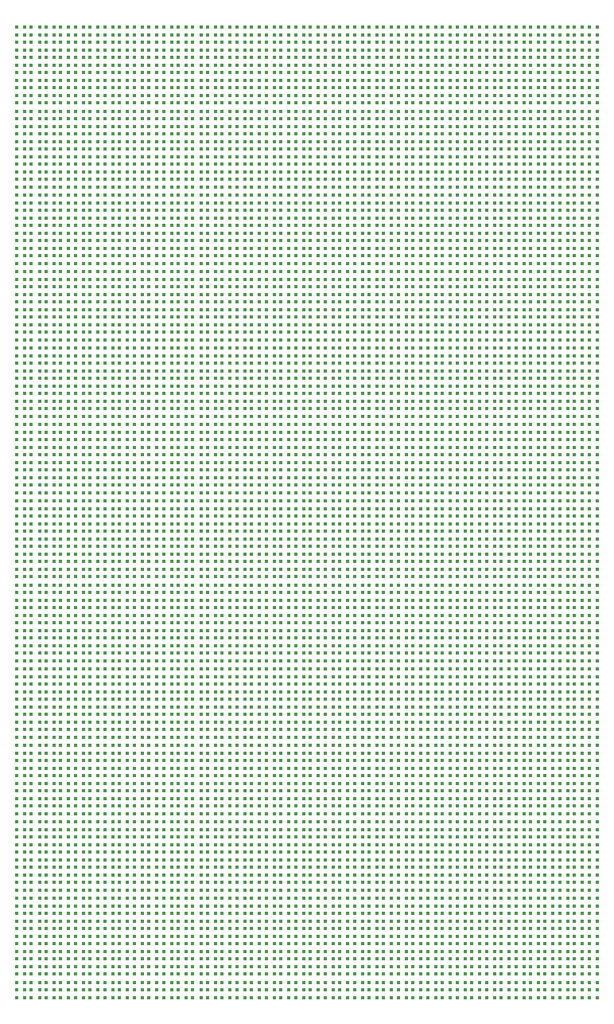
<source format=gbr>
%TF.GenerationSoftware,KiCad,Pcbnew,9.0.7*%
%TF.CreationDate,2026-02-05T13:43:50+01:00*%
%TF.ProjectId,led_bage,6c65645f-6261-4676-952e-6b696361645f,rev?*%
%TF.SameCoordinates,Original*%
%TF.FileFunction,Paste,Top*%
%TF.FilePolarity,Positive*%
%FSLAX46Y46*%
G04 Gerber Fmt 4.6, Leading zero omitted, Abs format (unit mm)*
G04 Created by KiCad (PCBNEW 9.0.7) date 2026-02-05 13:43:50*
%MOMM*%
%LPD*%
G01*
G04 APERTURE LIST*
%ADD10R,0.450000X0.450000*%
G04 APERTURE END LIST*
D10*
%TO.C,D1183*%
X171375000Y-78000000D03*
X171375000Y-77150000D03*
X172225000Y-78000000D03*
X172225000Y-77150000D03*
%TD*%
%TO.C,D2024*%
X181600000Y-112125000D03*
X180750000Y-112125000D03*
X181600000Y-111275000D03*
X180750000Y-111275000D03*
%TD*%
%TO.C,D1869*%
X189412500Y-104775000D03*
X189412500Y-105625000D03*
X188562500Y-104775000D03*
X188562500Y-105625000D03*
%TD*%
%TO.C,D2398*%
X147937500Y-125900000D03*
X148787500Y-125900000D03*
X147937500Y-126750000D03*
X148787500Y-126750000D03*
%TD*%
%TO.C,D1912*%
X157312500Y-106400000D03*
X158162500Y-106400000D03*
X157312500Y-107250000D03*
X158162500Y-107250000D03*
%TD*%
%TO.C,D2037*%
X201912500Y-111275000D03*
X201912500Y-112125000D03*
X201062500Y-111275000D03*
X201062500Y-112125000D03*
%TD*%
%TO.C,D2431*%
X192537500Y-127525000D03*
X192537500Y-128375000D03*
X191687500Y-127525000D03*
X191687500Y-128375000D03*
%TD*%
%TO.C,D1442*%
X147225000Y-89375000D03*
X146375000Y-89375000D03*
X147225000Y-88525000D03*
X146375000Y-88525000D03*
%TD*%
%TO.C,D680*%
X206600000Y-56875000D03*
X205750000Y-56875000D03*
X206600000Y-56025000D03*
X205750000Y-56025000D03*
%TD*%
%TO.C,D454*%
X185437500Y-47900000D03*
X186287500Y-47900000D03*
X185437500Y-48750000D03*
X186287500Y-48750000D03*
%TD*%
%TO.C,D1744*%
X169812500Y-99900000D03*
X170662500Y-99900000D03*
X169812500Y-100750000D03*
X170662500Y-100750000D03*
%TD*%
%TO.C,D423*%
X180037500Y-46275000D03*
X180037500Y-47125000D03*
X179187500Y-46275000D03*
X179187500Y-47125000D03*
%TD*%
%TO.C,D2529*%
X193250000Y-133250000D03*
X193250000Y-132400000D03*
X194100000Y-133250000D03*
X194100000Y-132400000D03*
%TD*%
%TO.C,D1739*%
X177625000Y-100750000D03*
X177625000Y-99900000D03*
X178475000Y-100750000D03*
X178475000Y-99900000D03*
%TD*%
%TO.C,D424*%
X181600000Y-47125000D03*
X180750000Y-47125000D03*
X181600000Y-46275000D03*
X180750000Y-46275000D03*
%TD*%
%TO.C,D717*%
X149500000Y-58500000D03*
X149500000Y-57650000D03*
X150350000Y-58500000D03*
X150350000Y-57650000D03*
%TD*%
%TO.C,D504*%
X181600000Y-50375000D03*
X180750000Y-50375000D03*
X181600000Y-49525000D03*
X180750000Y-49525000D03*
%TD*%
%TO.C,D715*%
X152625000Y-58500000D03*
X152625000Y-57650000D03*
X153475000Y-58500000D03*
X153475000Y-57650000D03*
%TD*%
%TO.C,D730*%
X159725000Y-60125000D03*
X158875000Y-60125000D03*
X159725000Y-59275000D03*
X158875000Y-59275000D03*
%TD*%
%TO.C,D1978*%
X179187500Y-109650000D03*
X180037500Y-109650000D03*
X179187500Y-110500000D03*
X180037500Y-110500000D03*
%TD*%
%TO.C,D1648*%
X194812500Y-96650000D03*
X195662500Y-96650000D03*
X194812500Y-97500000D03*
X195662500Y-97500000D03*
%TD*%
%TO.C,D517*%
X201912500Y-49525000D03*
X201912500Y-50375000D03*
X201062500Y-49525000D03*
X201062500Y-50375000D03*
%TD*%
%TO.C,D901*%
X176912500Y-65775000D03*
X176912500Y-66625000D03*
X176062500Y-65775000D03*
X176062500Y-66625000D03*
%TD*%
%TO.C,D1105*%
X168250000Y-74750000D03*
X168250000Y-73900000D03*
X169100000Y-74750000D03*
X169100000Y-73900000D03*
%TD*%
%TO.C,D1052*%
X162850000Y-73125000D03*
X162000000Y-73125000D03*
X162850000Y-72275000D03*
X162000000Y-72275000D03*
%TD*%
%TO.C,D2072*%
X157312500Y-112900000D03*
X158162500Y-112900000D03*
X157312500Y-113750000D03*
X158162500Y-113750000D03*
%TD*%
%TO.C,D304*%
X169812500Y-41400000D03*
X170662500Y-41400000D03*
X169812500Y-42250000D03*
X170662500Y-42250000D03*
%TD*%
%TO.C,D2345*%
X183162500Y-124275000D03*
X183162500Y-125125000D03*
X182312500Y-124275000D03*
X182312500Y-125125000D03*
%TD*%
%TO.C,D1362*%
X147225000Y-86125000D03*
X146375000Y-86125000D03*
X147225000Y-85275000D03*
X146375000Y-85275000D03*
%TD*%
%TO.C,D1438*%
X147937500Y-86900000D03*
X148787500Y-86900000D03*
X147937500Y-87750000D03*
X148787500Y-87750000D03*
%TD*%
%TO.C,D747*%
X186287500Y-59275000D03*
X186287500Y-60125000D03*
X185437500Y-59275000D03*
X185437500Y-60125000D03*
%TD*%
%TO.C,D1545*%
X183162500Y-91775000D03*
X183162500Y-92625000D03*
X182312500Y-91775000D03*
X182312500Y-92625000D03*
%TD*%
%TO.C,D1108*%
X163562500Y-73900000D03*
X164412500Y-73900000D03*
X163562500Y-74750000D03*
X164412500Y-74750000D03*
%TD*%
%TO.C,D1221*%
X176912500Y-78775000D03*
X176912500Y-79625000D03*
X176062500Y-78775000D03*
X176062500Y-79625000D03*
%TD*%
%TO.C,D608*%
X194812500Y-54400000D03*
X195662500Y-54400000D03*
X194812500Y-55250000D03*
X195662500Y-55250000D03*
%TD*%
%TO.C,D1401*%
X205750000Y-87750000D03*
X205750000Y-86900000D03*
X206600000Y-87750000D03*
X206600000Y-86900000D03*
%TD*%
%TO.C,D634*%
X154187500Y-54400000D03*
X155037500Y-54400000D03*
X154187500Y-55250000D03*
X155037500Y-55250000D03*
%TD*%
%TO.C,D1209*%
X158162500Y-78775000D03*
X158162500Y-79625000D03*
X157312500Y-78775000D03*
X157312500Y-79625000D03*
%TD*%
%TO.C,D2200*%
X206600000Y-118625000D03*
X205750000Y-118625000D03*
X206600000Y-117775000D03*
X205750000Y-117775000D03*
%TD*%
%TO.C,D1215*%
X167537500Y-78775000D03*
X167537500Y-79625000D03*
X166687500Y-78775000D03*
X166687500Y-79625000D03*
%TD*%
%TO.C,D218*%
X179187500Y-38150000D03*
X180037500Y-38150000D03*
X179187500Y-39000000D03*
X180037500Y-39000000D03*
%TD*%
%TO.C,D261*%
X176912500Y-39775000D03*
X176912500Y-40625000D03*
X176062500Y-39775000D03*
X176062500Y-40625000D03*
%TD*%
%TO.C,D116*%
X200350000Y-34125000D03*
X199500000Y-34125000D03*
X200350000Y-33275000D03*
X199500000Y-33275000D03*
%TD*%
%TO.C,D597*%
X201912500Y-52775000D03*
X201912500Y-53625000D03*
X201062500Y-52775000D03*
X201062500Y-53625000D03*
%TD*%
%TO.C,D1104*%
X169812500Y-73900000D03*
X170662500Y-73900000D03*
X169812500Y-74750000D03*
X170662500Y-74750000D03*
%TD*%
%TO.C,D753*%
X195662500Y-59275000D03*
X195662500Y-60125000D03*
X194812500Y-59275000D03*
X194812500Y-60125000D03*
%TD*%
%TO.C,D195*%
X198787500Y-36525000D03*
X198787500Y-37375000D03*
X197937500Y-36525000D03*
X197937500Y-37375000D03*
%TD*%
%TO.C,D56*%
X182312500Y-31650000D03*
X183162500Y-31650000D03*
X182312500Y-32500000D03*
X183162500Y-32500000D03*
%TD*%
%TO.C,D598*%
X203475000Y-53625000D03*
X202625000Y-53625000D03*
X203475000Y-52775000D03*
X202625000Y-52775000D03*
%TD*%
%TO.C,D645*%
X151912500Y-56025000D03*
X151912500Y-56875000D03*
X151062500Y-56025000D03*
X151062500Y-56875000D03*
%TD*%
%TO.C,D1861*%
X176912500Y-104775000D03*
X176912500Y-105625000D03*
X176062500Y-104775000D03*
X176062500Y-105625000D03*
%TD*%
%TO.C,D1107*%
X165125000Y-74750000D03*
X165125000Y-73900000D03*
X165975000Y-74750000D03*
X165975000Y-73900000D03*
%TD*%
%TO.C,D328*%
X156600000Y-43875000D03*
X155750000Y-43875000D03*
X156600000Y-43025000D03*
X155750000Y-43025000D03*
%TD*%
%TO.C,D1668*%
X163562500Y-96650000D03*
X164412500Y-96650000D03*
X163562500Y-97500000D03*
X164412500Y-97500000D03*
%TD*%
%TO.C,D1758*%
X147937500Y-99900000D03*
X148787500Y-99900000D03*
X147937500Y-100750000D03*
X148787500Y-100750000D03*
%TD*%
%TO.C,D1991*%
X158875000Y-110500000D03*
X158875000Y-109650000D03*
X159725000Y-110500000D03*
X159725000Y-109650000D03*
%TD*%
%TO.C,D816*%
X169100000Y-63375000D03*
X168250000Y-63375000D03*
X169100000Y-62525000D03*
X168250000Y-62525000D03*
%TD*%
%TO.C,D1484*%
X201062500Y-90150000D03*
X201912500Y-90150000D03*
X201062500Y-91000000D03*
X201912500Y-91000000D03*
%TD*%
%TO.C,D83*%
X148787500Y-33275000D03*
X148787500Y-34125000D03*
X147937500Y-33275000D03*
X147937500Y-34125000D03*
%TD*%
%TO.C,D2131*%
X190125000Y-117000000D03*
X190125000Y-116150000D03*
X190975000Y-117000000D03*
X190975000Y-116150000D03*
%TD*%
%TO.C,D1919*%
X146375000Y-107250000D03*
X146375000Y-106400000D03*
X147225000Y-107250000D03*
X147225000Y-106400000D03*
%TD*%
%TO.C,D1893*%
X187000000Y-107250000D03*
X187000000Y-106400000D03*
X187850000Y-107250000D03*
X187850000Y-106400000D03*
%TD*%
%TO.C,D1566*%
X197937500Y-93400000D03*
X198787500Y-93400000D03*
X197937500Y-94250000D03*
X198787500Y-94250000D03*
%TD*%
%TO.C,D2433*%
X195662500Y-127525000D03*
X195662500Y-128375000D03*
X194812500Y-127525000D03*
X194812500Y-128375000D03*
%TD*%
%TO.C,D1117*%
X149500000Y-74750000D03*
X149500000Y-73900000D03*
X150350000Y-74750000D03*
X150350000Y-73900000D03*
%TD*%
%TO.C,D2034*%
X197225000Y-112125000D03*
X196375000Y-112125000D03*
X197225000Y-111275000D03*
X196375000Y-111275000D03*
%TD*%
%TO.C,D1667*%
X165125000Y-97500000D03*
X165125000Y-96650000D03*
X165975000Y-97500000D03*
X165975000Y-96650000D03*
%TD*%
%TO.C,D1257*%
X180750000Y-81250000D03*
X180750000Y-80400000D03*
X181600000Y-81250000D03*
X181600000Y-80400000D03*
%TD*%
%TO.C,D912*%
X194100000Y-66625000D03*
X193250000Y-66625000D03*
X194100000Y-65775000D03*
X193250000Y-65775000D03*
%TD*%
%TO.C,D415*%
X167537500Y-46275000D03*
X167537500Y-47125000D03*
X166687500Y-46275000D03*
X166687500Y-47125000D03*
%TD*%
%TO.C,D164*%
X150350000Y-37375000D03*
X149500000Y-37375000D03*
X150350000Y-36525000D03*
X149500000Y-36525000D03*
%TD*%
%TO.C,D2057*%
X180750000Y-113750000D03*
X180750000Y-112900000D03*
X181600000Y-113750000D03*
X181600000Y-112900000D03*
%TD*%
%TO.C,D1242*%
X204187500Y-80400000D03*
X205037500Y-80400000D03*
X204187500Y-81250000D03*
X205037500Y-81250000D03*
%TD*%
%TO.C,D1700*%
X175350000Y-99125000D03*
X174500000Y-99125000D03*
X175350000Y-98275000D03*
X174500000Y-98275000D03*
%TD*%
%TO.C,D431*%
X192537500Y-46275000D03*
X192537500Y-47125000D03*
X191687500Y-46275000D03*
X191687500Y-47125000D03*
%TD*%
%TO.C,D587*%
X186287500Y-52775000D03*
X186287500Y-53625000D03*
X185437500Y-52775000D03*
X185437500Y-53625000D03*
%TD*%
%TO.C,D2478*%
X147937500Y-129150000D03*
X148787500Y-129150000D03*
X147937500Y-130000000D03*
X148787500Y-130000000D03*
%TD*%
%TO.C,D2511*%
X192537500Y-130775000D03*
X192537500Y-131625000D03*
X191687500Y-130775000D03*
X191687500Y-131625000D03*
%TD*%
%TO.C,D1356*%
X151062500Y-83650000D03*
X151912500Y-83650000D03*
X151062500Y-84500000D03*
X151912500Y-84500000D03*
%TD*%
%TO.C,D1594*%
X154187500Y-93400000D03*
X155037500Y-93400000D03*
X154187500Y-94250000D03*
X155037500Y-94250000D03*
%TD*%
%TO.C,D1900*%
X176062500Y-106400000D03*
X176912500Y-106400000D03*
X176062500Y-107250000D03*
X176912500Y-107250000D03*
%TD*%
%TO.C,D2282*%
X204187500Y-122650000D03*
X205037500Y-122650000D03*
X204187500Y-123500000D03*
X205037500Y-123500000D03*
%TD*%
%TO.C,D2258*%
X172225000Y-121875000D03*
X171375000Y-121875000D03*
X172225000Y-121025000D03*
X171375000Y-121025000D03*
%TD*%
%TO.C,D2275*%
X198787500Y-121025000D03*
X198787500Y-121875000D03*
X197937500Y-121025000D03*
X197937500Y-121875000D03*
%TD*%
%TO.C,D956*%
X151062500Y-67400000D03*
X151912500Y-67400000D03*
X151062500Y-68250000D03*
X151912500Y-68250000D03*
%TD*%
%TO.C,D1086*%
X197937500Y-73900000D03*
X198787500Y-73900000D03*
X197937500Y-74750000D03*
X198787500Y-74750000D03*
%TD*%
%TO.C,D1652*%
X188562500Y-96650000D03*
X189412500Y-96650000D03*
X188562500Y-97500000D03*
X189412500Y-97500000D03*
%TD*%
%TO.C,D395*%
X152625000Y-45500000D03*
X152625000Y-44650000D03*
X153475000Y-45500000D03*
X153475000Y-44650000D03*
%TD*%
%TO.C,D1039*%
X146375000Y-71500000D03*
X146375000Y-70650000D03*
X147225000Y-71500000D03*
X147225000Y-70650000D03*
%TD*%
%TO.C,D606*%
X197937500Y-54400000D03*
X198787500Y-54400000D03*
X197937500Y-55250000D03*
X198787500Y-55250000D03*
%TD*%
%TO.C,D1612*%
X162850000Y-95875000D03*
X162000000Y-95875000D03*
X162850000Y-95025000D03*
X162000000Y-95025000D03*
%TD*%
%TO.C,D827*%
X186287500Y-62525000D03*
X186287500Y-63375000D03*
X185437500Y-62525000D03*
X185437500Y-63375000D03*
%TD*%
%TO.C,D172*%
X162850000Y-37375000D03*
X162000000Y-37375000D03*
X162850000Y-36525000D03*
X162000000Y-36525000D03*
%TD*%
%TO.C,D1915*%
X152625000Y-107250000D03*
X152625000Y-106400000D03*
X153475000Y-107250000D03*
X153475000Y-106400000D03*
%TD*%
%TO.C,D279*%
X205037500Y-39775000D03*
X205037500Y-40625000D03*
X204187500Y-39775000D03*
X204187500Y-40625000D03*
%TD*%
%TO.C,D1113*%
X155750000Y-74750000D03*
X155750000Y-73900000D03*
X156600000Y-74750000D03*
X156600000Y-73900000D03*
%TD*%
%TO.C,D491*%
X161287500Y-49525000D03*
X161287500Y-50375000D03*
X160437500Y-49525000D03*
X160437500Y-50375000D03*
%TD*%
%TO.C,D339*%
X173787500Y-43025000D03*
X173787500Y-43875000D03*
X172937500Y-43025000D03*
X172937500Y-43875000D03*
%TD*%
%TO.C,D417*%
X170662500Y-46275000D03*
X170662500Y-47125000D03*
X169812500Y-46275000D03*
X169812500Y-47125000D03*
%TD*%
%TO.C,D154*%
X154187500Y-34900000D03*
X155037500Y-34900000D03*
X154187500Y-35750000D03*
X155037500Y-35750000D03*
%TD*%
%TO.C,D1176*%
X182312500Y-77150000D03*
X183162500Y-77150000D03*
X182312500Y-78000000D03*
X183162500Y-78000000D03*
%TD*%
%TO.C,D1196*%
X151062500Y-77150000D03*
X151912500Y-77150000D03*
X151062500Y-78000000D03*
X151912500Y-78000000D03*
%TD*%
%TO.C,D458*%
X179187500Y-47900000D03*
X180037500Y-47900000D03*
X179187500Y-48750000D03*
X180037500Y-48750000D03*
%TD*%
%TO.C,D203*%
X202625000Y-39000000D03*
X202625000Y-38150000D03*
X203475000Y-39000000D03*
X203475000Y-38150000D03*
%TD*%
%TO.C,D1431*%
X158875000Y-87750000D03*
X158875000Y-86900000D03*
X159725000Y-87750000D03*
X159725000Y-86900000D03*
%TD*%
%TO.C,D1495*%
X183875000Y-91000000D03*
X183875000Y-90150000D03*
X184725000Y-91000000D03*
X184725000Y-90150000D03*
%TD*%
%TO.C,D2350*%
X190975000Y-125125000D03*
X190125000Y-125125000D03*
X190975000Y-124275000D03*
X190125000Y-124275000D03*
%TD*%
%TO.C,D104*%
X181600000Y-34125000D03*
X180750000Y-34125000D03*
X181600000Y-33275000D03*
X180750000Y-33275000D03*
%TD*%
%TO.C,D1081*%
X205750000Y-74750000D03*
X205750000Y-73900000D03*
X206600000Y-74750000D03*
X206600000Y-73900000D03*
%TD*%
%TO.C,D513*%
X195662500Y-49525000D03*
X195662500Y-50375000D03*
X194812500Y-49525000D03*
X194812500Y-50375000D03*
%TD*%
%TO.C,D658*%
X172225000Y-56875000D03*
X171375000Y-56875000D03*
X172225000Y-56025000D03*
X171375000Y-56025000D03*
%TD*%
%TO.C,D1128*%
X156600000Y-76375000D03*
X155750000Y-76375000D03*
X156600000Y-75525000D03*
X155750000Y-75525000D03*
%TD*%
%TO.C,D396*%
X151062500Y-44650000D03*
X151912500Y-44650000D03*
X151062500Y-45500000D03*
X151912500Y-45500000D03*
%TD*%
%TO.C,D436*%
X200350000Y-47125000D03*
X199500000Y-47125000D03*
X200350000Y-46275000D03*
X199500000Y-46275000D03*
%TD*%
%TO.C,D688*%
X194812500Y-57650000D03*
X195662500Y-57650000D03*
X194812500Y-58500000D03*
X195662500Y-58500000D03*
%TD*%
%TO.C,D1191*%
X158875000Y-78000000D03*
X158875000Y-77150000D03*
X159725000Y-78000000D03*
X159725000Y-77150000D03*
%TD*%
%TO.C,D1310*%
X190975000Y-82875000D03*
X190125000Y-82875000D03*
X190975000Y-82025000D03*
X190125000Y-82025000D03*
%TD*%
%TO.C,D1557*%
X201912500Y-91775000D03*
X201912500Y-92625000D03*
X201062500Y-91775000D03*
X201062500Y-92625000D03*
%TD*%
%TO.C,D1851*%
X161287500Y-104775000D03*
X161287500Y-105625000D03*
X160437500Y-104775000D03*
X160437500Y-105625000D03*
%TD*%
%TO.C,D2257*%
X170662500Y-121025000D03*
X170662500Y-121875000D03*
X169812500Y-121025000D03*
X169812500Y-121875000D03*
%TD*%
%TO.C,D958*%
X147937500Y-67400000D03*
X148787500Y-67400000D03*
X147937500Y-68250000D03*
X148787500Y-68250000D03*
%TD*%
%TO.C,D1329*%
X193250000Y-84500000D03*
X193250000Y-83650000D03*
X194100000Y-84500000D03*
X194100000Y-83650000D03*
%TD*%
%TO.C,D2358*%
X203475000Y-125125000D03*
X202625000Y-125125000D03*
X203475000Y-124275000D03*
X202625000Y-124275000D03*
%TD*%
%TO.C,D128*%
X194812500Y-34900000D03*
X195662500Y-34900000D03*
X194812500Y-35750000D03*
X195662500Y-35750000D03*
%TD*%
%TO.C,D2290*%
X191687500Y-122650000D03*
X192537500Y-122650000D03*
X191687500Y-123500000D03*
X192537500Y-123500000D03*
%TD*%
%TO.C,D611*%
X190125000Y-55250000D03*
X190125000Y-54400000D03*
X190975000Y-55250000D03*
X190975000Y-54400000D03*
%TD*%
%TO.C,D1757*%
X149500000Y-100750000D03*
X149500000Y-99900000D03*
X150350000Y-100750000D03*
X150350000Y-99900000D03*
%TD*%
%TO.C,D1808*%
X194812500Y-103150000D03*
X195662500Y-103150000D03*
X194812500Y-104000000D03*
X195662500Y-104000000D03*
%TD*%
%TO.C,D719*%
X146375000Y-58500000D03*
X146375000Y-57650000D03*
X147225000Y-58500000D03*
X147225000Y-57650000D03*
%TD*%
%TO.C,D177*%
X170662500Y-36525000D03*
X170662500Y-37375000D03*
X169812500Y-36525000D03*
X169812500Y-37375000D03*
%TD*%
%TO.C,D2515*%
X198787500Y-130775000D03*
X198787500Y-131625000D03*
X197937500Y-130775000D03*
X197937500Y-131625000D03*
%TD*%
%TO.C,D2443*%
X202625000Y-130000000D03*
X202625000Y-129150000D03*
X203475000Y-130000000D03*
X203475000Y-129150000D03*
%TD*%
%TO.C,D386*%
X166687500Y-44650000D03*
X167537500Y-44650000D03*
X166687500Y-45500000D03*
X167537500Y-45500000D03*
%TD*%
%TO.C,D2392*%
X157312500Y-125900000D03*
X158162500Y-125900000D03*
X157312500Y-126750000D03*
X158162500Y-126750000D03*
%TD*%
%TO.C,D1631*%
X192537500Y-95025000D03*
X192537500Y-95875000D03*
X191687500Y-95025000D03*
X191687500Y-95875000D03*
%TD*%
%TO.C,D273*%
X195662500Y-39775000D03*
X195662500Y-40625000D03*
X194812500Y-39775000D03*
X194812500Y-40625000D03*
%TD*%
%TO.C,D527*%
X196375000Y-52000000D03*
X196375000Y-51150000D03*
X197225000Y-52000000D03*
X197225000Y-51150000D03*
%TD*%
%TO.C,D1617*%
X170662500Y-95025000D03*
X170662500Y-95875000D03*
X169812500Y-95025000D03*
X169812500Y-95875000D03*
%TD*%
%TO.C,D1867*%
X186287500Y-104775000D03*
X186287500Y-105625000D03*
X185437500Y-104775000D03*
X185437500Y-105625000D03*
%TD*%
%TO.C,D1320*%
X206600000Y-82875000D03*
X205750000Y-82875000D03*
X206600000Y-82025000D03*
X205750000Y-82025000D03*
%TD*%
%TO.C,D1996*%
X151062500Y-109650000D03*
X151912500Y-109650000D03*
X151062500Y-110500000D03*
X151912500Y-110500000D03*
%TD*%
%TO.C,D1479*%
X205037500Y-88525000D03*
X205037500Y-89375000D03*
X204187500Y-88525000D03*
X204187500Y-89375000D03*
%TD*%
%TO.C,D2356*%
X200350000Y-125125000D03*
X199500000Y-125125000D03*
X200350000Y-124275000D03*
X199500000Y-124275000D03*
%TD*%
%TO.C,D1421*%
X174500000Y-87750000D03*
X174500000Y-86900000D03*
X175350000Y-87750000D03*
X175350000Y-86900000D03*
%TD*%
%TO.C,D2135*%
X183875000Y-117000000D03*
X183875000Y-116150000D03*
X184725000Y-117000000D03*
X184725000Y-116150000D03*
%TD*%
%TO.C,D697*%
X180750000Y-58500000D03*
X180750000Y-57650000D03*
X181600000Y-58500000D03*
X181600000Y-57650000D03*
%TD*%
%TO.C,D1597*%
X149500000Y-94250000D03*
X149500000Y-93400000D03*
X150350000Y-94250000D03*
X150350000Y-93400000D03*
%TD*%
%TO.C,D1680*%
X144812500Y-96650000D03*
X145662500Y-96650000D03*
X144812500Y-97500000D03*
X145662500Y-97500000D03*
%TD*%
%TO.C,D1537*%
X170662500Y-91775000D03*
X170662500Y-92625000D03*
X169812500Y-91775000D03*
X169812500Y-92625000D03*
%TD*%
%TO.C,D1321*%
X205750000Y-84500000D03*
X205750000Y-83650000D03*
X206600000Y-84500000D03*
X206600000Y-83650000D03*
%TD*%
%TO.C,D2019*%
X173787500Y-111275000D03*
X173787500Y-112125000D03*
X172937500Y-111275000D03*
X172937500Y-112125000D03*
%TD*%
%TO.C,D2377*%
X180750000Y-126750000D03*
X180750000Y-125900000D03*
X181600000Y-126750000D03*
X181600000Y-125900000D03*
%TD*%
%TO.C,D731*%
X161287500Y-59275000D03*
X161287500Y-60125000D03*
X160437500Y-59275000D03*
X160437500Y-60125000D03*
%TD*%
%TO.C,D720*%
X144812500Y-57650000D03*
X145662500Y-57650000D03*
X144812500Y-58500000D03*
X145662500Y-58500000D03*
%TD*%
%TO.C,D687*%
X196375000Y-58500000D03*
X196375000Y-57650000D03*
X197225000Y-58500000D03*
X197225000Y-57650000D03*
%TD*%
%TO.C,D1688*%
X156600000Y-99125000D03*
X155750000Y-99125000D03*
X156600000Y-98275000D03*
X155750000Y-98275000D03*
%TD*%
%TO.C,D713*%
X155750000Y-58500000D03*
X155750000Y-57650000D03*
X156600000Y-58500000D03*
X156600000Y-57650000D03*
%TD*%
%TO.C,D1693*%
X164412500Y-98275000D03*
X164412500Y-99125000D03*
X163562500Y-98275000D03*
X163562500Y-99125000D03*
%TD*%
%TO.C,D467*%
X165125000Y-48750000D03*
X165125000Y-47900000D03*
X165975000Y-48750000D03*
X165975000Y-47900000D03*
%TD*%
%TO.C,D250*%
X159725000Y-40625000D03*
X158875000Y-40625000D03*
X159725000Y-39775000D03*
X158875000Y-39775000D03*
%TD*%
%TO.C,D1599*%
X146375000Y-94250000D03*
X146375000Y-93400000D03*
X147225000Y-94250000D03*
X147225000Y-93400000D03*
%TD*%
%TO.C,D299*%
X177625000Y-42250000D03*
X177625000Y-41400000D03*
X178475000Y-42250000D03*
X178475000Y-41400000D03*
%TD*%
%TO.C,D81*%
X145662500Y-33275000D03*
X145662500Y-34125000D03*
X144812500Y-33275000D03*
X144812500Y-34125000D03*
%TD*%
%TO.C,D398*%
X147937500Y-44650000D03*
X148787500Y-44650000D03*
X147937500Y-45500000D03*
X148787500Y-45500000D03*
%TD*%
%TO.C,D2451*%
X190125000Y-130000000D03*
X190125000Y-129150000D03*
X190975000Y-130000000D03*
X190975000Y-129150000D03*
%TD*%
%TO.C,D260*%
X175350000Y-40625000D03*
X174500000Y-40625000D03*
X175350000Y-39775000D03*
X174500000Y-39775000D03*
%TD*%
%TO.C,D377*%
X180750000Y-45500000D03*
X180750000Y-44650000D03*
X181600000Y-45500000D03*
X181600000Y-44650000D03*
%TD*%
%TO.C,D1650*%
X191687500Y-96650000D03*
X192537500Y-96650000D03*
X191687500Y-97500000D03*
X192537500Y-97500000D03*
%TD*%
%TO.C,D1337*%
X180750000Y-84500000D03*
X180750000Y-83650000D03*
X181600000Y-84500000D03*
X181600000Y-83650000D03*
%TD*%
%TO.C,D2270*%
X190975000Y-121875000D03*
X190125000Y-121875000D03*
X190975000Y-121025000D03*
X190125000Y-121025000D03*
%TD*%
%TO.C,D66*%
X166687500Y-31650000D03*
X167537500Y-31650000D03*
X166687500Y-32500000D03*
X167537500Y-32500000D03*
%TD*%
%TO.C,D792*%
X157312500Y-60900000D03*
X158162500Y-60900000D03*
X157312500Y-61750000D03*
X158162500Y-61750000D03*
%TD*%
%TO.C,D1364*%
X150350000Y-86125000D03*
X149500000Y-86125000D03*
X150350000Y-85275000D03*
X149500000Y-85275000D03*
%TD*%
%TO.C,D338*%
X172225000Y-43875000D03*
X171375000Y-43875000D03*
X172225000Y-43025000D03*
X171375000Y-43025000D03*
%TD*%
%TO.C,D2087*%
X155037500Y-114525000D03*
X155037500Y-115375000D03*
X154187500Y-114525000D03*
X154187500Y-115375000D03*
%TD*%
%TO.C,D1496*%
X182312500Y-90150000D03*
X183162500Y-90150000D03*
X182312500Y-91000000D03*
X183162500Y-91000000D03*
%TD*%
%TO.C,D813*%
X164412500Y-62525000D03*
X164412500Y-63375000D03*
X163562500Y-62525000D03*
X163562500Y-63375000D03*
%TD*%
%TO.C,D1751*%
X158875000Y-100750000D03*
X158875000Y-99900000D03*
X159725000Y-100750000D03*
X159725000Y-99900000D03*
%TD*%
%TO.C,D1413*%
X187000000Y-87750000D03*
X187000000Y-86900000D03*
X187850000Y-87750000D03*
X187850000Y-86900000D03*
%TD*%
%TO.C,D1307*%
X186287500Y-82025000D03*
X186287500Y-82875000D03*
X185437500Y-82025000D03*
X185437500Y-82875000D03*
%TD*%
%TO.C,D2536*%
X182312500Y-132400000D03*
X183162500Y-132400000D03*
X182312500Y-133250000D03*
X183162500Y-133250000D03*
%TD*%
%TO.C,D706*%
X166687500Y-57650000D03*
X167537500Y-57650000D03*
X166687500Y-58500000D03*
X167537500Y-58500000D03*
%TD*%
%TO.C,D2279*%
X205037500Y-121025000D03*
X205037500Y-121875000D03*
X204187500Y-121025000D03*
X204187500Y-121875000D03*
%TD*%
%TO.C,D546*%
X166687500Y-51150000D03*
X167537500Y-51150000D03*
X166687500Y-52000000D03*
X167537500Y-52000000D03*
%TD*%
%TO.C,D679*%
X205037500Y-56025000D03*
X205037500Y-56875000D03*
X204187500Y-56025000D03*
X204187500Y-56875000D03*
%TD*%
%TO.C,D180*%
X175350000Y-37375000D03*
X174500000Y-37375000D03*
X175350000Y-36525000D03*
X174500000Y-36525000D03*
%TD*%
%TO.C,D13*%
X164412500Y-30025000D03*
X164412500Y-30875000D03*
X163562500Y-30025000D03*
X163562500Y-30875000D03*
%TD*%
%TO.C,D1230*%
X190975000Y-79625000D03*
X190125000Y-79625000D03*
X190975000Y-78775000D03*
X190125000Y-78775000D03*
%TD*%
%TO.C,D430*%
X190975000Y-47125000D03*
X190125000Y-47125000D03*
X190975000Y-46275000D03*
X190125000Y-46275000D03*
%TD*%
%TO.C,D638*%
X147937500Y-54400000D03*
X148787500Y-54400000D03*
X147937500Y-55250000D03*
X148787500Y-55250000D03*
%TD*%
%TO.C,D904*%
X181600000Y-66625000D03*
X180750000Y-66625000D03*
X181600000Y-65775000D03*
X180750000Y-65775000D03*
%TD*%
%TO.C,D1227*%
X186287500Y-78775000D03*
X186287500Y-79625000D03*
X185437500Y-78775000D03*
X185437500Y-79625000D03*
%TD*%
%TO.C,D662*%
X178475000Y-56875000D03*
X177625000Y-56875000D03*
X178475000Y-56025000D03*
X177625000Y-56025000D03*
%TD*%
%TO.C,D1559*%
X205037500Y-91775000D03*
X205037500Y-92625000D03*
X204187500Y-91775000D03*
X204187500Y-92625000D03*
%TD*%
%TO.C,D2155*%
X152625000Y-117000000D03*
X152625000Y-116150000D03*
X153475000Y-117000000D03*
X153475000Y-116150000D03*
%TD*%
%TO.C,D765*%
X199500000Y-61750000D03*
X199500000Y-60900000D03*
X200350000Y-61750000D03*
X200350000Y-60900000D03*
%TD*%
%TO.C,D446*%
X197937500Y-47900000D03*
X198787500Y-47900000D03*
X197937500Y-48750000D03*
X198787500Y-48750000D03*
%TD*%
%TO.C,D709*%
X162000000Y-58500000D03*
X162000000Y-57650000D03*
X162850000Y-58500000D03*
X162850000Y-57650000D03*
%TD*%
%TO.C,D1289*%
X158162500Y-82025000D03*
X158162500Y-82875000D03*
X157312500Y-82025000D03*
X157312500Y-82875000D03*
%TD*%
%TO.C,D1831*%
X158875000Y-104000000D03*
X158875000Y-103150000D03*
X159725000Y-104000000D03*
X159725000Y-103150000D03*
%TD*%
%TO.C,D1154*%
X197225000Y-76375000D03*
X196375000Y-76375000D03*
X197225000Y-75525000D03*
X196375000Y-75525000D03*
%TD*%
%TO.C,D425*%
X183162500Y-46275000D03*
X183162500Y-47125000D03*
X182312500Y-46275000D03*
X182312500Y-47125000D03*
%TD*%
%TO.C,D2553*%
X155750000Y-133250000D03*
X155750000Y-132400000D03*
X156600000Y-133250000D03*
X156600000Y-132400000D03*
%TD*%
%TO.C,D1961*%
X205750000Y-110500000D03*
X205750000Y-109650000D03*
X206600000Y-110500000D03*
X206600000Y-109650000D03*
%TD*%
%TO.C,D946*%
X166687500Y-67400000D03*
X167537500Y-67400000D03*
X166687500Y-68250000D03*
X167537500Y-68250000D03*
%TD*%
%TO.C,D1734*%
X185437500Y-99900000D03*
X186287500Y-99900000D03*
X185437500Y-100750000D03*
X186287500Y-100750000D03*
%TD*%
%TO.C,D26*%
X184725000Y-30875000D03*
X183875000Y-30875000D03*
X184725000Y-30025000D03*
X183875000Y-30025000D03*
%TD*%
%TO.C,D1199*%
X146375000Y-78000000D03*
X146375000Y-77150000D03*
X147225000Y-78000000D03*
X147225000Y-77150000D03*
%TD*%
%TO.C,D2237*%
X149500000Y-120250000D03*
X149500000Y-119400000D03*
X150350000Y-120250000D03*
X150350000Y-119400000D03*
%TD*%
%TO.C,D336*%
X169100000Y-43875000D03*
X168250000Y-43875000D03*
X169100000Y-43025000D03*
X168250000Y-43025000D03*
%TD*%
%TO.C,D1038*%
X147937500Y-70650000D03*
X148787500Y-70650000D03*
X147937500Y-71500000D03*
X148787500Y-71500000D03*
%TD*%
%TO.C,D69*%
X162000000Y-32500000D03*
X162000000Y-31650000D03*
X162850000Y-32500000D03*
X162850000Y-31650000D03*
%TD*%
%TO.C,D1311*%
X192537500Y-82025000D03*
X192537500Y-82875000D03*
X191687500Y-82025000D03*
X191687500Y-82875000D03*
%TD*%
%TO.C,D1783*%
X180037500Y-101525000D03*
X180037500Y-102375000D03*
X179187500Y-101525000D03*
X179187500Y-102375000D03*
%TD*%
%TO.C,D496*%
X169100000Y-50375000D03*
X168250000Y-50375000D03*
X169100000Y-49525000D03*
X168250000Y-49525000D03*
%TD*%
%TO.C,D1930*%
X159725000Y-108875000D03*
X158875000Y-108875000D03*
X159725000Y-108025000D03*
X158875000Y-108025000D03*
%TD*%
%TO.C,D1505*%
X168250000Y-91000000D03*
X168250000Y-90150000D03*
X169100000Y-91000000D03*
X169100000Y-90150000D03*
%TD*%
%TO.C,D1701*%
X176912500Y-98275000D03*
X176912500Y-99125000D03*
X176062500Y-98275000D03*
X176062500Y-99125000D03*
%TD*%
%TO.C,D368*%
X194812500Y-44650000D03*
X195662500Y-44650000D03*
X194812500Y-45500000D03*
X195662500Y-45500000D03*
%TD*%
%TO.C,D1244*%
X201062500Y-80400000D03*
X201912500Y-80400000D03*
X201062500Y-81250000D03*
X201912500Y-81250000D03*
%TD*%
%TO.C,D2004*%
X150350000Y-112125000D03*
X149500000Y-112125000D03*
X150350000Y-111275000D03*
X149500000Y-111275000D03*
%TD*%
%TO.C,D1589*%
X162000000Y-94250000D03*
X162000000Y-93400000D03*
X162850000Y-94250000D03*
X162850000Y-93400000D03*
%TD*%
%TO.C,D429*%
X189412500Y-46275000D03*
X189412500Y-47125000D03*
X188562500Y-46275000D03*
X188562500Y-47125000D03*
%TD*%
%TO.C,D1622*%
X178475000Y-95875000D03*
X177625000Y-95875000D03*
X178475000Y-95025000D03*
X177625000Y-95025000D03*
%TD*%
%TO.C,D2510*%
X190975000Y-131625000D03*
X190125000Y-131625000D03*
X190975000Y-130775000D03*
X190125000Y-130775000D03*
%TD*%
%TO.C,D772*%
X188562500Y-60900000D03*
X189412500Y-60900000D03*
X188562500Y-61750000D03*
X189412500Y-61750000D03*
%TD*%
%TO.C,D9*%
X158162500Y-30025000D03*
X158162500Y-30875000D03*
X157312500Y-30025000D03*
X157312500Y-30875000D03*
%TD*%
%TO.C,D289*%
X193250000Y-42250000D03*
X193250000Y-41400000D03*
X194100000Y-42250000D03*
X194100000Y-41400000D03*
%TD*%
%TO.C,D1036*%
X151062500Y-70650000D03*
X151912500Y-70650000D03*
X151062500Y-71500000D03*
X151912500Y-71500000D03*
%TD*%
%TO.C,D459*%
X177625000Y-48750000D03*
X177625000Y-47900000D03*
X178475000Y-48750000D03*
X178475000Y-47900000D03*
%TD*%
%TO.C,D2325*%
X151912500Y-124275000D03*
X151912500Y-125125000D03*
X151062500Y-124275000D03*
X151062500Y-125125000D03*
%TD*%
%TO.C,D537*%
X180750000Y-52000000D03*
X180750000Y-51150000D03*
X181600000Y-52000000D03*
X181600000Y-51150000D03*
%TD*%
%TO.C,D1327*%
X196375000Y-84500000D03*
X196375000Y-83650000D03*
X197225000Y-84500000D03*
X197225000Y-83650000D03*
%TD*%
%TO.C,D2393*%
X155750000Y-126750000D03*
X155750000Y-125900000D03*
X156600000Y-126750000D03*
X156600000Y-125900000D03*
%TD*%
%TO.C,D2312*%
X157312500Y-122650000D03*
X158162500Y-122650000D03*
X157312500Y-123500000D03*
X158162500Y-123500000D03*
%TD*%
%TO.C,D2530*%
X191687500Y-132400000D03*
X192537500Y-132400000D03*
X191687500Y-133250000D03*
X192537500Y-133250000D03*
%TD*%
%TO.C,D414*%
X165975000Y-47125000D03*
X165125000Y-47125000D03*
X165975000Y-46275000D03*
X165125000Y-46275000D03*
%TD*%
%TO.C,D1332*%
X188562500Y-83650000D03*
X189412500Y-83650000D03*
X188562500Y-84500000D03*
X189412500Y-84500000D03*
%TD*%
%TO.C,D1009*%
X193250000Y-71500000D03*
X193250000Y-70650000D03*
X194100000Y-71500000D03*
X194100000Y-70650000D03*
%TD*%
%TO.C,D77*%
X149500000Y-32500000D03*
X149500000Y-31650000D03*
X150350000Y-32500000D03*
X150350000Y-31650000D03*
%TD*%
%TO.C,D362*%
X204187500Y-44650000D03*
X205037500Y-44650000D03*
X204187500Y-45500000D03*
X205037500Y-45500000D03*
%TD*%
%TO.C,D1762*%
X147225000Y-102375000D03*
X146375000Y-102375000D03*
X147225000Y-101525000D03*
X146375000Y-101525000D03*
%TD*%
%TO.C,D2426*%
X184725000Y-128375000D03*
X183875000Y-128375000D03*
X184725000Y-127525000D03*
X183875000Y-127525000D03*
%TD*%
%TO.C,D2007*%
X155037500Y-111275000D03*
X155037500Y-112125000D03*
X154187500Y-111275000D03*
X154187500Y-112125000D03*
%TD*%
%TO.C,D793*%
X155750000Y-61750000D03*
X155750000Y-60900000D03*
X156600000Y-61750000D03*
X156600000Y-60900000D03*
%TD*%
%TO.C,D1944*%
X181600000Y-108875000D03*
X180750000Y-108875000D03*
X181600000Y-108025000D03*
X180750000Y-108025000D03*
%TD*%
%TO.C,D909*%
X189412500Y-65775000D03*
X189412500Y-66625000D03*
X188562500Y-65775000D03*
X188562500Y-66625000D03*
%TD*%
%TO.C,D1873*%
X195662500Y-104775000D03*
X195662500Y-105625000D03*
X194812500Y-104775000D03*
X194812500Y-105625000D03*
%TD*%
%TO.C,D569*%
X158162500Y-52775000D03*
X158162500Y-53625000D03*
X157312500Y-52775000D03*
X157312500Y-53625000D03*
%TD*%
%TO.C,D2305*%
X168250000Y-123500000D03*
X168250000Y-122650000D03*
X169100000Y-123500000D03*
X169100000Y-122650000D03*
%TD*%
%TO.C,D639*%
X146375000Y-55250000D03*
X146375000Y-54400000D03*
X147225000Y-55250000D03*
X147225000Y-54400000D03*
%TD*%
%TO.C,D439*%
X205037500Y-46275000D03*
X205037500Y-47125000D03*
X204187500Y-46275000D03*
X204187500Y-47125000D03*
%TD*%
%TO.C,D1261*%
X174500000Y-81250000D03*
X174500000Y-80400000D03*
X175350000Y-81250000D03*
X175350000Y-80400000D03*
%TD*%
%TO.C,D57*%
X180750000Y-32500000D03*
X180750000Y-31650000D03*
X181600000Y-32500000D03*
X181600000Y-31650000D03*
%TD*%
%TO.C,D1014*%
X185437500Y-70650000D03*
X186287500Y-70650000D03*
X185437500Y-71500000D03*
X186287500Y-71500000D03*
%TD*%
%TO.C,D1481*%
X205750000Y-91000000D03*
X205750000Y-90150000D03*
X206600000Y-91000000D03*
X206600000Y-90150000D03*
%TD*%
%TO.C,D848*%
X194812500Y-64150000D03*
X195662500Y-64150000D03*
X194812500Y-65000000D03*
X195662500Y-65000000D03*
%TD*%
%TO.C,D313*%
X155750000Y-42250000D03*
X155750000Y-41400000D03*
X156600000Y-42250000D03*
X156600000Y-41400000D03*
%TD*%
%TO.C,D2504*%
X181600000Y-131625000D03*
X180750000Y-131625000D03*
X181600000Y-130775000D03*
X180750000Y-130775000D03*
%TD*%
%TO.C,D877*%
X149500000Y-65000000D03*
X149500000Y-64150000D03*
X150350000Y-65000000D03*
X150350000Y-64150000D03*
%TD*%
%TO.C,D1344*%
X169812500Y-83650000D03*
X170662500Y-83650000D03*
X169812500Y-84500000D03*
X170662500Y-84500000D03*
%TD*%
%TO.C,D2438*%
X203475000Y-128375000D03*
X202625000Y-128375000D03*
X203475000Y-127525000D03*
X202625000Y-127525000D03*
%TD*%
%TO.C,D2340*%
X175350000Y-125125000D03*
X174500000Y-125125000D03*
X175350000Y-124275000D03*
X174500000Y-124275000D03*
%TD*%
%TO.C,D557*%
X149500000Y-52000000D03*
X149500000Y-51150000D03*
X150350000Y-52000000D03*
X150350000Y-51150000D03*
%TD*%
%TO.C,D1826*%
X166687500Y-103150000D03*
X167537500Y-103150000D03*
X166687500Y-104000000D03*
X167537500Y-104000000D03*
%TD*%
%TO.C,D1217*%
X170662500Y-78775000D03*
X170662500Y-79625000D03*
X169812500Y-78775000D03*
X169812500Y-79625000D03*
%TD*%
%TO.C,D1213*%
X164412500Y-78775000D03*
X164412500Y-79625000D03*
X163562500Y-78775000D03*
X163562500Y-79625000D03*
%TD*%
%TO.C,D2239*%
X146375000Y-120250000D03*
X146375000Y-119400000D03*
X147225000Y-120250000D03*
X147225000Y-119400000D03*
%TD*%
%TO.C,D2002*%
X147225000Y-112125000D03*
X146375000Y-112125000D03*
X147225000Y-111275000D03*
X146375000Y-111275000D03*
%TD*%
%TO.C,D1702*%
X178475000Y-99125000D03*
X177625000Y-99125000D03*
X178475000Y-98275000D03*
X177625000Y-98275000D03*
%TD*%
%TO.C,D837*%
X201912500Y-62525000D03*
X201912500Y-63375000D03*
X201062500Y-62525000D03*
X201062500Y-63375000D03*
%TD*%
%TO.C,D1716*%
X200350000Y-99125000D03*
X199500000Y-99125000D03*
X200350000Y-98275000D03*
X199500000Y-98275000D03*
%TD*%
%TO.C,D478*%
X147937500Y-47900000D03*
X148787500Y-47900000D03*
X147937500Y-48750000D03*
X148787500Y-48750000D03*
%TD*%
%TO.C,D1089*%
X193250000Y-74750000D03*
X193250000Y-73900000D03*
X194100000Y-74750000D03*
X194100000Y-73900000D03*
%TD*%
%TO.C,D1892*%
X188562500Y-106400000D03*
X189412500Y-106400000D03*
X188562500Y-107250000D03*
X189412500Y-107250000D03*
%TD*%
%TO.C,D1883*%
X202625000Y-107250000D03*
X202625000Y-106400000D03*
X203475000Y-107250000D03*
X203475000Y-106400000D03*
%TD*%
%TO.C,D1124*%
X150350000Y-76375000D03*
X149500000Y-76375000D03*
X150350000Y-75525000D03*
X149500000Y-75525000D03*
%TD*%
%TO.C,D542*%
X172937500Y-51150000D03*
X173787500Y-51150000D03*
X172937500Y-52000000D03*
X173787500Y-52000000D03*
%TD*%
%TO.C,D1090*%
X191687500Y-73900000D03*
X192537500Y-73900000D03*
X191687500Y-74750000D03*
X192537500Y-74750000D03*
%TD*%
%TO.C,D1368*%
X156600000Y-86125000D03*
X155750000Y-86125000D03*
X156600000Y-85275000D03*
X155750000Y-85275000D03*
%TD*%
%TO.C,D235*%
X152625000Y-39000000D03*
X152625000Y-38150000D03*
X153475000Y-39000000D03*
X153475000Y-38150000D03*
%TD*%
%TO.C,D380*%
X176062500Y-44650000D03*
X176912500Y-44650000D03*
X176062500Y-45500000D03*
X176912500Y-45500000D03*
%TD*%
%TO.C,D2060*%
X176062500Y-112900000D03*
X176912500Y-112900000D03*
X176062500Y-113750000D03*
X176912500Y-113750000D03*
%TD*%
%TO.C,D385*%
X168250000Y-45500000D03*
X168250000Y-44650000D03*
X169100000Y-45500000D03*
X169100000Y-44650000D03*
%TD*%
%TO.C,D1588*%
X163562500Y-93400000D03*
X164412500Y-93400000D03*
X163562500Y-94250000D03*
X164412500Y-94250000D03*
%TD*%
%TO.C,D2188*%
X187850000Y-118625000D03*
X187000000Y-118625000D03*
X187850000Y-117775000D03*
X187000000Y-117775000D03*
%TD*%
%TO.C,D445*%
X199500000Y-48750000D03*
X199500000Y-47900000D03*
X200350000Y-48750000D03*
X200350000Y-47900000D03*
%TD*%
%TO.C,D1766*%
X153475000Y-102375000D03*
X152625000Y-102375000D03*
X153475000Y-101525000D03*
X152625000Y-101525000D03*
%TD*%
%TO.C,D358*%
X203475000Y-43875000D03*
X202625000Y-43875000D03*
X203475000Y-43025000D03*
X202625000Y-43025000D03*
%TD*%
%TO.C,D43*%
X202625000Y-32500000D03*
X202625000Y-31650000D03*
X203475000Y-32500000D03*
X203475000Y-31650000D03*
%TD*%
%TO.C,D999*%
X205037500Y-69025000D03*
X205037500Y-69875000D03*
X204187500Y-69025000D03*
X204187500Y-69875000D03*
%TD*%
%TO.C,D176*%
X169100000Y-37375000D03*
X168250000Y-37375000D03*
X169100000Y-36525000D03*
X168250000Y-36525000D03*
%TD*%
%TO.C,D2244*%
X150350000Y-121875000D03*
X149500000Y-121875000D03*
X150350000Y-121025000D03*
X149500000Y-121025000D03*
%TD*%
%TO.C,D2525*%
X199500000Y-133250000D03*
X199500000Y-132400000D03*
X200350000Y-133250000D03*
X200350000Y-132400000D03*
%TD*%
%TO.C,D265*%
X183162500Y-39775000D03*
X183162500Y-40625000D03*
X182312500Y-39775000D03*
X182312500Y-40625000D03*
%TD*%
%TO.C,D255*%
X167537500Y-39775000D03*
X167537500Y-40625000D03*
X166687500Y-39775000D03*
X166687500Y-40625000D03*
%TD*%
%TO.C,D2501*%
X176912500Y-130775000D03*
X176912500Y-131625000D03*
X176062500Y-130775000D03*
X176062500Y-131625000D03*
%TD*%
%TO.C,D949*%
X162000000Y-68250000D03*
X162000000Y-67400000D03*
X162850000Y-68250000D03*
X162850000Y-67400000D03*
%TD*%
%TO.C,D2204*%
X201062500Y-119400000D03*
X201912500Y-119400000D03*
X201062500Y-120250000D03*
X201912500Y-120250000D03*
%TD*%
%TO.C,D823*%
X180037500Y-62525000D03*
X180037500Y-63375000D03*
X179187500Y-62525000D03*
X179187500Y-63375000D03*
%TD*%
%TO.C,D2416*%
X169100000Y-128375000D03*
X168250000Y-128375000D03*
X169100000Y-127525000D03*
X168250000Y-127525000D03*
%TD*%
%TO.C,D2497*%
X170662500Y-130775000D03*
X170662500Y-131625000D03*
X169812500Y-130775000D03*
X169812500Y-131625000D03*
%TD*%
%TO.C,D1553*%
X195662500Y-91775000D03*
X195662500Y-92625000D03*
X194812500Y-91775000D03*
X194812500Y-92625000D03*
%TD*%
%TO.C,D2538*%
X179187500Y-132400000D03*
X180037500Y-132400000D03*
X179187500Y-133250000D03*
X180037500Y-133250000D03*
%TD*%
%TO.C,D1512*%
X157312500Y-90150000D03*
X158162500Y-90150000D03*
X157312500Y-91000000D03*
X158162500Y-91000000D03*
%TD*%
%TO.C,D2202*%
X204187500Y-119400000D03*
X205037500Y-119400000D03*
X204187500Y-120250000D03*
X205037500Y-120250000D03*
%TD*%
%TO.C,D1615*%
X167537500Y-95025000D03*
X167537500Y-95875000D03*
X166687500Y-95025000D03*
X166687500Y-95875000D03*
%TD*%
%TO.C,D1178*%
X179187500Y-77150000D03*
X180037500Y-77150000D03*
X179187500Y-78000000D03*
X180037500Y-78000000D03*
%TD*%
%TO.C,D2407*%
X155037500Y-127525000D03*
X155037500Y-128375000D03*
X154187500Y-127525000D03*
X154187500Y-128375000D03*
%TD*%
%TO.C,D2262*%
X178475000Y-121875000D03*
X177625000Y-121875000D03*
X178475000Y-121025000D03*
X177625000Y-121025000D03*
%TD*%
%TO.C,D167*%
X155037500Y-36525000D03*
X155037500Y-37375000D03*
X154187500Y-36525000D03*
X154187500Y-37375000D03*
%TD*%
%TO.C,D1764*%
X150350000Y-102375000D03*
X149500000Y-102375000D03*
X150350000Y-101525000D03*
X149500000Y-101525000D03*
%TD*%
%TO.C,D2209*%
X193250000Y-120250000D03*
X193250000Y-119400000D03*
X194100000Y-120250000D03*
X194100000Y-119400000D03*
%TD*%
%TO.C,D1752*%
X157312500Y-99900000D03*
X158162500Y-99900000D03*
X157312500Y-100750000D03*
X158162500Y-100750000D03*
%TD*%
%TO.C,D486*%
X153475000Y-50375000D03*
X152625000Y-50375000D03*
X153475000Y-49525000D03*
X152625000Y-49525000D03*
%TD*%
%TO.C,D1841*%
X145662500Y-104775000D03*
X145662500Y-105625000D03*
X144812500Y-104775000D03*
X144812500Y-105625000D03*
%TD*%
%TO.C,D1866*%
X184725000Y-105625000D03*
X183875000Y-105625000D03*
X184725000Y-104775000D03*
X183875000Y-104775000D03*
%TD*%
%TO.C,D355*%
X198787500Y-43025000D03*
X198787500Y-43875000D03*
X197937500Y-43025000D03*
X197937500Y-43875000D03*
%TD*%
%TO.C,D196*%
X200350000Y-37375000D03*
X199500000Y-37375000D03*
X200350000Y-36525000D03*
X199500000Y-36525000D03*
%TD*%
%TO.C,D1236*%
X200350000Y-79625000D03*
X199500000Y-79625000D03*
X200350000Y-78775000D03*
X199500000Y-78775000D03*
%TD*%
%TO.C,D2519*%
X205037500Y-130775000D03*
X205037500Y-131625000D03*
X204187500Y-130775000D03*
X204187500Y-131625000D03*
%TD*%
%TO.C,D2075*%
X152625000Y-113750000D03*
X152625000Y-112900000D03*
X153475000Y-113750000D03*
X153475000Y-112900000D03*
%TD*%
%TO.C,D1709*%
X189412500Y-98275000D03*
X189412500Y-99125000D03*
X188562500Y-98275000D03*
X188562500Y-99125000D03*
%TD*%
%TO.C,D691*%
X190125000Y-58500000D03*
X190125000Y-57650000D03*
X190975000Y-58500000D03*
X190975000Y-57650000D03*
%TD*%
%TO.C,D1160*%
X206600000Y-76375000D03*
X205750000Y-76375000D03*
X206600000Y-75525000D03*
X205750000Y-75525000D03*
%TD*%
%TO.C,D1710*%
X190975000Y-99125000D03*
X190125000Y-99125000D03*
X190975000Y-98275000D03*
X190125000Y-98275000D03*
%TD*%
%TO.C,D1738*%
X179187500Y-99900000D03*
X180037500Y-99900000D03*
X179187500Y-100750000D03*
X180037500Y-100750000D03*
%TD*%
%TO.C,D1349*%
X162000000Y-84500000D03*
X162000000Y-83650000D03*
X162850000Y-84500000D03*
X162850000Y-83650000D03*
%TD*%
%TO.C,D2327*%
X155037500Y-124275000D03*
X155037500Y-125125000D03*
X154187500Y-124275000D03*
X154187500Y-125125000D03*
%TD*%
%TO.C,D857*%
X180750000Y-65000000D03*
X180750000Y-64150000D03*
X181600000Y-65000000D03*
X181600000Y-64150000D03*
%TD*%
%TO.C,D15*%
X167537500Y-30025000D03*
X167537500Y-30875000D03*
X166687500Y-30025000D03*
X166687500Y-30875000D03*
%TD*%
%TO.C,D993*%
X195662500Y-69025000D03*
X195662500Y-69875000D03*
X194812500Y-69025000D03*
X194812500Y-69875000D03*
%TD*%
%TO.C,D418*%
X172225000Y-47125000D03*
X171375000Y-47125000D03*
X172225000Y-46275000D03*
X171375000Y-46275000D03*
%TD*%
%TO.C,D1905*%
X168250000Y-107250000D03*
X168250000Y-106400000D03*
X169100000Y-107250000D03*
X169100000Y-106400000D03*
%TD*%
%TO.C,D506*%
X184725000Y-50375000D03*
X183875000Y-50375000D03*
X184725000Y-49525000D03*
X183875000Y-49525000D03*
%TD*%
%TO.C,D1763*%
X148787500Y-101525000D03*
X148787500Y-102375000D03*
X147937500Y-101525000D03*
X147937500Y-102375000D03*
%TD*%
%TO.C,D1584*%
X169812500Y-93400000D03*
X170662500Y-93400000D03*
X169812500Y-94250000D03*
X170662500Y-94250000D03*
%TD*%
%TO.C,D1921*%
X145662500Y-108025000D03*
X145662500Y-108875000D03*
X144812500Y-108025000D03*
X144812500Y-108875000D03*
%TD*%
%TO.C,D1193*%
X155750000Y-78000000D03*
X155750000Y-77150000D03*
X156600000Y-78000000D03*
X156600000Y-77150000D03*
%TD*%
%TO.C,D1887*%
X196375000Y-107250000D03*
X196375000Y-106400000D03*
X197225000Y-107250000D03*
X197225000Y-106400000D03*
%TD*%
%TO.C,D576*%
X169100000Y-53625000D03*
X168250000Y-53625000D03*
X169100000Y-52775000D03*
X168250000Y-52775000D03*
%TD*%
%TO.C,D2186*%
X184725000Y-118625000D03*
X183875000Y-118625000D03*
X184725000Y-117775000D03*
X183875000Y-117775000D03*
%TD*%
%TO.C,D1018*%
X179187500Y-70650000D03*
X180037500Y-70650000D03*
X179187500Y-71500000D03*
X180037500Y-71500000D03*
%TD*%
%TO.C,D1986*%
X166687500Y-109650000D03*
X167537500Y-109650000D03*
X166687500Y-110500000D03*
X167537500Y-110500000D03*
%TD*%
%TO.C,D2471*%
X158875000Y-130000000D03*
X158875000Y-129150000D03*
X159725000Y-130000000D03*
X159725000Y-129150000D03*
%TD*%
%TO.C,D318*%
X147937500Y-41400000D03*
X148787500Y-41400000D03*
X147937500Y-42250000D03*
X148787500Y-42250000D03*
%TD*%
%TO.C,D2117*%
X201912500Y-114525000D03*
X201912500Y-115375000D03*
X201062500Y-114525000D03*
X201062500Y-115375000D03*
%TD*%
%TO.C,D7*%
X155037500Y-30025000D03*
X155037500Y-30875000D03*
X154187500Y-30025000D03*
X154187500Y-30875000D03*
%TD*%
%TO.C,D254*%
X165975000Y-40625000D03*
X165125000Y-40625000D03*
X165975000Y-39775000D03*
X165125000Y-39775000D03*
%TD*%
%TO.C,D985*%
X183162500Y-69025000D03*
X183162500Y-69875000D03*
X182312500Y-69025000D03*
X182312500Y-69875000D03*
%TD*%
%TO.C,D652*%
X162850000Y-56875000D03*
X162000000Y-56875000D03*
X162850000Y-56025000D03*
X162000000Y-56025000D03*
%TD*%
%TO.C,D1516*%
X151062500Y-90150000D03*
X151912500Y-90150000D03*
X151062500Y-91000000D03*
X151912500Y-91000000D03*
%TD*%
%TO.C,D1614*%
X165975000Y-95875000D03*
X165125000Y-95875000D03*
X165975000Y-95025000D03*
X165125000Y-95025000D03*
%TD*%
%TO.C,D986*%
X184725000Y-69875000D03*
X183875000Y-69875000D03*
X184725000Y-69025000D03*
X183875000Y-69025000D03*
%TD*%
%TO.C,D1167*%
X196375000Y-78000000D03*
X196375000Y-77150000D03*
X197225000Y-78000000D03*
X197225000Y-77150000D03*
%TD*%
%TO.C,D1298*%
X172225000Y-82875000D03*
X171375000Y-82875000D03*
X172225000Y-82025000D03*
X171375000Y-82025000D03*
%TD*%
%TO.C,D1132*%
X162850000Y-76375000D03*
X162000000Y-76375000D03*
X162850000Y-75525000D03*
X162000000Y-75525000D03*
%TD*%
%TO.C,D1381*%
X176912500Y-85275000D03*
X176912500Y-86125000D03*
X176062500Y-85275000D03*
X176062500Y-86125000D03*
%TD*%
%TO.C,D1450*%
X159725000Y-89375000D03*
X158875000Y-89375000D03*
X159725000Y-88525000D03*
X158875000Y-88525000D03*
%TD*%
%TO.C,D905*%
X183162500Y-65775000D03*
X183162500Y-66625000D03*
X182312500Y-65775000D03*
X182312500Y-66625000D03*
%TD*%
%TO.C,D653*%
X164412500Y-56025000D03*
X164412500Y-56875000D03*
X163562500Y-56025000D03*
X163562500Y-56875000D03*
%TD*%
%TO.C,D988*%
X187850000Y-69875000D03*
X187000000Y-69875000D03*
X187850000Y-69025000D03*
X187000000Y-69025000D03*
%TD*%
%TO.C,D1072*%
X194100000Y-73125000D03*
X193250000Y-73125000D03*
X194100000Y-72275000D03*
X193250000Y-72275000D03*
%TD*%
%TO.C,D274*%
X197225000Y-40625000D03*
X196375000Y-40625000D03*
X197225000Y-39775000D03*
X196375000Y-39775000D03*
%TD*%
%TO.C,D2118*%
X203475000Y-115375000D03*
X202625000Y-115375000D03*
X203475000Y-114525000D03*
X202625000Y-114525000D03*
%TD*%
%TO.C,D2482*%
X147225000Y-131625000D03*
X146375000Y-131625000D03*
X147225000Y-130775000D03*
X146375000Y-130775000D03*
%TD*%
%TO.C,D1416*%
X182312500Y-86900000D03*
X183162500Y-86900000D03*
X182312500Y-87750000D03*
X183162500Y-87750000D03*
%TD*%
%TO.C,D309*%
X162000000Y-42250000D03*
X162000000Y-41400000D03*
X162850000Y-42250000D03*
X162850000Y-41400000D03*
%TD*%
%TO.C,D198*%
X203475000Y-37375000D03*
X202625000Y-37375000D03*
X203475000Y-36525000D03*
X202625000Y-36525000D03*
%TD*%
%TO.C,D1730*%
X191687500Y-99900000D03*
X192537500Y-99900000D03*
X191687500Y-100750000D03*
X192537500Y-100750000D03*
%TD*%
%TO.C,D1843*%
X148787500Y-104775000D03*
X148787500Y-105625000D03*
X147937500Y-104775000D03*
X147937500Y-105625000D03*
%TD*%
%TO.C,D281*%
X205750000Y-42250000D03*
X205750000Y-41400000D03*
X206600000Y-42250000D03*
X206600000Y-41400000D03*
%TD*%
%TO.C,D592*%
X194100000Y-53625000D03*
X193250000Y-53625000D03*
X194100000Y-52775000D03*
X193250000Y-52775000D03*
%TD*%
%TO.C,D1929*%
X158162500Y-108025000D03*
X158162500Y-108875000D03*
X157312500Y-108025000D03*
X157312500Y-108875000D03*
%TD*%
%TO.C,D1951*%
X192537500Y-108025000D03*
X192537500Y-108875000D03*
X191687500Y-108025000D03*
X191687500Y-108875000D03*
%TD*%
%TO.C,D1768*%
X156600000Y-102375000D03*
X155750000Y-102375000D03*
X156600000Y-101525000D03*
X155750000Y-101525000D03*
%TD*%
%TO.C,D1581*%
X174500000Y-94250000D03*
X174500000Y-93400000D03*
X175350000Y-94250000D03*
X175350000Y-93400000D03*
%TD*%
%TO.C,D2190*%
X190975000Y-118625000D03*
X190125000Y-118625000D03*
X190975000Y-117775000D03*
X190125000Y-117775000D03*
%TD*%
%TO.C,D2243*%
X148787500Y-121025000D03*
X148787500Y-121875000D03*
X147937500Y-121025000D03*
X147937500Y-121875000D03*
%TD*%
%TO.C,D1692*%
X162850000Y-99125000D03*
X162000000Y-99125000D03*
X162850000Y-98275000D03*
X162000000Y-98275000D03*
%TD*%
%TO.C,D758*%
X203475000Y-60125000D03*
X202625000Y-60125000D03*
X203475000Y-59275000D03*
X202625000Y-59275000D03*
%TD*%
%TO.C,D654*%
X165975000Y-56875000D03*
X165125000Y-56875000D03*
X165975000Y-56025000D03*
X165125000Y-56025000D03*
%TD*%
%TO.C,D1083*%
X202625000Y-74750000D03*
X202625000Y-73900000D03*
X203475000Y-74750000D03*
X203475000Y-73900000D03*
%TD*%
%TO.C,D2390*%
X160437500Y-125900000D03*
X161287500Y-125900000D03*
X160437500Y-126750000D03*
X161287500Y-126750000D03*
%TD*%
%TO.C,D2079*%
X146375000Y-113750000D03*
X146375000Y-112900000D03*
X147225000Y-113750000D03*
X147225000Y-112900000D03*
%TD*%
%TO.C,D754*%
X197225000Y-60125000D03*
X196375000Y-60125000D03*
X197225000Y-59275000D03*
X196375000Y-59275000D03*
%TD*%
%TO.C,D28*%
X187850000Y-30875000D03*
X187000000Y-30875000D03*
X187850000Y-30025000D03*
X187000000Y-30025000D03*
%TD*%
%TO.C,D952*%
X157312500Y-67400000D03*
X158162500Y-67400000D03*
X157312500Y-68250000D03*
X158162500Y-68250000D03*
%TD*%
%TO.C,D359*%
X205037500Y-43025000D03*
X205037500Y-43875000D03*
X204187500Y-43025000D03*
X204187500Y-43875000D03*
%TD*%
%TO.C,D1468*%
X187850000Y-89375000D03*
X187000000Y-89375000D03*
X187850000Y-88525000D03*
X187000000Y-88525000D03*
%TD*%
%TO.C,D2083*%
X148787500Y-114525000D03*
X148787500Y-115375000D03*
X147937500Y-114525000D03*
X147937500Y-115375000D03*
%TD*%
%TO.C,D1889*%
X193250000Y-107250000D03*
X193250000Y-106400000D03*
X194100000Y-107250000D03*
X194100000Y-106400000D03*
%TD*%
%TO.C,D2341*%
X176912500Y-124275000D03*
X176912500Y-125125000D03*
X176062500Y-124275000D03*
X176062500Y-125125000D03*
%TD*%
%TO.C,D489*%
X158162500Y-49525000D03*
X158162500Y-50375000D03*
X157312500Y-49525000D03*
X157312500Y-50375000D03*
%TD*%
%TO.C,D1228*%
X187850000Y-79625000D03*
X187000000Y-79625000D03*
X187850000Y-78775000D03*
X187000000Y-78775000D03*
%TD*%
%TO.C,D222*%
X172937500Y-38150000D03*
X173787500Y-38150000D03*
X172937500Y-39000000D03*
X173787500Y-39000000D03*
%TD*%
%TO.C,D1779*%
X173787500Y-101525000D03*
X173787500Y-102375000D03*
X172937500Y-101525000D03*
X172937500Y-102375000D03*
%TD*%
%TO.C,D929*%
X193250000Y-68250000D03*
X193250000Y-67400000D03*
X194100000Y-68250000D03*
X194100000Y-67400000D03*
%TD*%
%TO.C,D1862*%
X178475000Y-105625000D03*
X177625000Y-105625000D03*
X178475000Y-104775000D03*
X177625000Y-104775000D03*
%TD*%
%TO.C,D2148*%
X163562500Y-116150000D03*
X164412500Y-116150000D03*
X163562500Y-117000000D03*
X164412500Y-117000000D03*
%TD*%
%TO.C,D648*%
X156600000Y-56875000D03*
X155750000Y-56875000D03*
X156600000Y-56025000D03*
X155750000Y-56025000D03*
%TD*%
%TO.C,D1649*%
X193250000Y-97500000D03*
X193250000Y-96650000D03*
X194100000Y-97500000D03*
X194100000Y-96650000D03*
%TD*%
%TO.C,D1325*%
X199500000Y-84500000D03*
X199500000Y-83650000D03*
X200350000Y-84500000D03*
X200350000Y-83650000D03*
%TD*%
%TO.C,D1065*%
X183162500Y-72275000D03*
X183162500Y-73125000D03*
X182312500Y-72275000D03*
X182312500Y-73125000D03*
%TD*%
%TO.C,D2098*%
X172225000Y-115375000D03*
X171375000Y-115375000D03*
X172225000Y-114525000D03*
X171375000Y-114525000D03*
%TD*%
%TO.C,D1387*%
X186287500Y-85275000D03*
X186287500Y-86125000D03*
X185437500Y-85275000D03*
X185437500Y-86125000D03*
%TD*%
%TO.C,D574*%
X165975000Y-53625000D03*
X165125000Y-53625000D03*
X165975000Y-52775000D03*
X165125000Y-52775000D03*
%TD*%
%TO.C,D1535*%
X167537500Y-91775000D03*
X167537500Y-92625000D03*
X166687500Y-91775000D03*
X166687500Y-92625000D03*
%TD*%
%TO.C,D1865*%
X183162500Y-104775000D03*
X183162500Y-105625000D03*
X182312500Y-104775000D03*
X182312500Y-105625000D03*
%TD*%
%TO.C,D2039*%
X205037500Y-111275000D03*
X205037500Y-112125000D03*
X204187500Y-111275000D03*
X204187500Y-112125000D03*
%TD*%
%TO.C,D1604*%
X150350000Y-95875000D03*
X149500000Y-95875000D03*
X150350000Y-95025000D03*
X149500000Y-95025000D03*
%TD*%
%TO.C,D1001*%
X205750000Y-71500000D03*
X205750000Y-70650000D03*
X206600000Y-71500000D03*
X206600000Y-70650000D03*
%TD*%
%TO.C,D463*%
X171375000Y-48750000D03*
X171375000Y-47900000D03*
X172225000Y-48750000D03*
X172225000Y-47900000D03*
%TD*%
%TO.C,D934*%
X185437500Y-67400000D03*
X186287500Y-67400000D03*
X185437500Y-68250000D03*
X186287500Y-68250000D03*
%TD*%
%TO.C,D1985*%
X168250000Y-110500000D03*
X168250000Y-109650000D03*
X169100000Y-110500000D03*
X169100000Y-109650000D03*
%TD*%
%TO.C,D1112*%
X157312500Y-73900000D03*
X158162500Y-73900000D03*
X157312500Y-74750000D03*
X158162500Y-74750000D03*
%TD*%
%TO.C,D1370*%
X159725000Y-86125000D03*
X158875000Y-86125000D03*
X159725000Y-85275000D03*
X158875000Y-85275000D03*
%TD*%
%TO.C,D2294*%
X185437500Y-122650000D03*
X186287500Y-122650000D03*
X185437500Y-123500000D03*
X186287500Y-123500000D03*
%TD*%
%TO.C,D1675*%
X152625000Y-97500000D03*
X152625000Y-96650000D03*
X153475000Y-97500000D03*
X153475000Y-96650000D03*
%TD*%
%TO.C,D1150*%
X190975000Y-76375000D03*
X190125000Y-76375000D03*
X190975000Y-75525000D03*
X190125000Y-75525000D03*
%TD*%
%TO.C,D1115*%
X152625000Y-74750000D03*
X152625000Y-73900000D03*
X153475000Y-74750000D03*
X153475000Y-73900000D03*
%TD*%
%TO.C,D1427*%
X165125000Y-87750000D03*
X165125000Y-86900000D03*
X165975000Y-87750000D03*
X165975000Y-86900000D03*
%TD*%
%TO.C,D2436*%
X200350000Y-128375000D03*
X199500000Y-128375000D03*
X200350000Y-127525000D03*
X199500000Y-127525000D03*
%TD*%
%TO.C,D247*%
X155037500Y-39775000D03*
X155037500Y-40625000D03*
X154187500Y-39775000D03*
X154187500Y-40625000D03*
%TD*%
%TO.C,D1275*%
X152625000Y-81250000D03*
X152625000Y-80400000D03*
X153475000Y-81250000D03*
X153475000Y-80400000D03*
%TD*%
%TO.C,D1137*%
X170662500Y-75525000D03*
X170662500Y-76375000D03*
X169812500Y-75525000D03*
X169812500Y-76375000D03*
%TD*%
%TO.C,D1879*%
X205037500Y-104775000D03*
X205037500Y-105625000D03*
X204187500Y-104775000D03*
X204187500Y-105625000D03*
%TD*%
%TO.C,D1775*%
X167537500Y-101525000D03*
X167537500Y-102375000D03*
X166687500Y-101525000D03*
X166687500Y-102375000D03*
%TD*%
%TO.C,D470*%
X160437500Y-47900000D03*
X161287500Y-47900000D03*
X160437500Y-48750000D03*
X161287500Y-48750000D03*
%TD*%
%TO.C,D301*%
X174500000Y-42250000D03*
X174500000Y-41400000D03*
X175350000Y-42250000D03*
X175350000Y-41400000D03*
%TD*%
%TO.C,D1885*%
X199500000Y-107250000D03*
X199500000Y-106400000D03*
X200350000Y-107250000D03*
X200350000Y-106400000D03*
%TD*%
%TO.C,D2395*%
X152625000Y-126750000D03*
X152625000Y-125900000D03*
X153475000Y-126750000D03*
X153475000Y-125900000D03*
%TD*%
%TO.C,D2112*%
X194100000Y-115375000D03*
X193250000Y-115375000D03*
X194100000Y-114525000D03*
X193250000Y-114525000D03*
%TD*%
%TO.C,D1322*%
X204187500Y-83650000D03*
X205037500Y-83650000D03*
X204187500Y-84500000D03*
X205037500Y-84500000D03*
%TD*%
%TO.C,D771*%
X190125000Y-61750000D03*
X190125000Y-60900000D03*
X190975000Y-61750000D03*
X190975000Y-60900000D03*
%TD*%
%TO.C,D2067*%
X165125000Y-113750000D03*
X165125000Y-112900000D03*
X165975000Y-113750000D03*
X165975000Y-112900000D03*
%TD*%
%TO.C,D887*%
X155037500Y-65775000D03*
X155037500Y-66625000D03*
X154187500Y-65775000D03*
X154187500Y-66625000D03*
%TD*%
%TO.C,D125*%
X199500000Y-35750000D03*
X199500000Y-34900000D03*
X200350000Y-35750000D03*
X200350000Y-34900000D03*
%TD*%
%TO.C,D1988*%
X163562500Y-109650000D03*
X164412500Y-109650000D03*
X163562500Y-110500000D03*
X164412500Y-110500000D03*
%TD*%
%TO.C,D1489*%
X193250000Y-91000000D03*
X193250000Y-90150000D03*
X194100000Y-91000000D03*
X194100000Y-90150000D03*
%TD*%
%TO.C,D1794*%
X197225000Y-102375000D03*
X196375000Y-102375000D03*
X197225000Y-101525000D03*
X196375000Y-101525000D03*
%TD*%
%TO.C,D1035*%
X152625000Y-71500000D03*
X152625000Y-70650000D03*
X153475000Y-71500000D03*
X153475000Y-70650000D03*
%TD*%
%TO.C,D2077*%
X149500000Y-113750000D03*
X149500000Y-112900000D03*
X150350000Y-113750000D03*
X150350000Y-112900000D03*
%TD*%
%TO.C,D269*%
X189412500Y-39775000D03*
X189412500Y-40625000D03*
X188562500Y-39775000D03*
X188562500Y-40625000D03*
%TD*%
%TO.C,D2277*%
X201912500Y-121025000D03*
X201912500Y-121875000D03*
X201062500Y-121025000D03*
X201062500Y-121875000D03*
%TD*%
%TO.C,D1517*%
X149500000Y-91000000D03*
X149500000Y-90150000D03*
X150350000Y-91000000D03*
X150350000Y-90150000D03*
%TD*%
%TO.C,D1948*%
X187850000Y-108875000D03*
X187000000Y-108875000D03*
X187850000Y-108025000D03*
X187000000Y-108025000D03*
%TD*%
%TO.C,D100*%
X175350000Y-34125000D03*
X174500000Y-34125000D03*
X175350000Y-33275000D03*
X174500000Y-33275000D03*
%TD*%
%TO.C,D391*%
X158875000Y-45500000D03*
X158875000Y-44650000D03*
X159725000Y-45500000D03*
X159725000Y-44650000D03*
%TD*%
%TO.C,D40*%
X206600000Y-30875000D03*
X205750000Y-30875000D03*
X206600000Y-30025000D03*
X205750000Y-30025000D03*
%TD*%
%TO.C,D892*%
X162850000Y-66625000D03*
X162000000Y-66625000D03*
X162850000Y-65775000D03*
X162000000Y-65775000D03*
%TD*%
%TO.C,D970*%
X159725000Y-69875000D03*
X158875000Y-69875000D03*
X159725000Y-69025000D03*
X158875000Y-69025000D03*
%TD*%
%TO.C,D325*%
X151912500Y-43025000D03*
X151912500Y-43875000D03*
X151062500Y-43025000D03*
X151062500Y-43875000D03*
%TD*%
%TO.C,D855*%
X183875000Y-65000000D03*
X183875000Y-64150000D03*
X184725000Y-65000000D03*
X184725000Y-64150000D03*
%TD*%
%TO.C,D1656*%
X182312500Y-96650000D03*
X183162500Y-96650000D03*
X182312500Y-97500000D03*
X183162500Y-97500000D03*
%TD*%
%TO.C,D457*%
X180750000Y-48750000D03*
X180750000Y-47900000D03*
X181600000Y-48750000D03*
X181600000Y-47900000D03*
%TD*%
%TO.C,D1097*%
X180750000Y-74750000D03*
X180750000Y-73900000D03*
X181600000Y-74750000D03*
X181600000Y-73900000D03*
%TD*%
%TO.C,D2090*%
X159725000Y-115375000D03*
X158875000Y-115375000D03*
X159725000Y-114525000D03*
X158875000Y-114525000D03*
%TD*%
%TO.C,D1923*%
X148787500Y-108025000D03*
X148787500Y-108875000D03*
X147937500Y-108025000D03*
X147937500Y-108875000D03*
%TD*%
%TO.C,D2470*%
X160437500Y-129150000D03*
X161287500Y-129150000D03*
X160437500Y-130000000D03*
X161287500Y-130000000D03*
%TD*%
%TO.C,D767*%
X196375000Y-61750000D03*
X196375000Y-60900000D03*
X197225000Y-61750000D03*
X197225000Y-60900000D03*
%TD*%
%TO.C,D761*%
X205750000Y-61750000D03*
X205750000Y-60900000D03*
X206600000Y-61750000D03*
X206600000Y-60900000D03*
%TD*%
%TO.C,D782*%
X172937500Y-60900000D03*
X173787500Y-60900000D03*
X172937500Y-61750000D03*
X173787500Y-61750000D03*
%TD*%
%TO.C,D2125*%
X199500000Y-117000000D03*
X199500000Y-116150000D03*
X200350000Y-117000000D03*
X200350000Y-116150000D03*
%TD*%
%TO.C,D1999*%
X146375000Y-110500000D03*
X146375000Y-109650000D03*
X147225000Y-110500000D03*
X147225000Y-109650000D03*
%TD*%
%TO.C,D961*%
X145662500Y-69025000D03*
X145662500Y-69875000D03*
X144812500Y-69025000D03*
X144812500Y-69875000D03*
%TD*%
%TO.C,D1646*%
X197937500Y-96650000D03*
X198787500Y-96650000D03*
X197937500Y-97500000D03*
X198787500Y-97500000D03*
%TD*%
%TO.C,D1708*%
X187850000Y-99125000D03*
X187000000Y-99125000D03*
X187850000Y-98275000D03*
X187000000Y-98275000D03*
%TD*%
%TO.C,D2111*%
X192537500Y-114525000D03*
X192537500Y-115375000D03*
X191687500Y-114525000D03*
X191687500Y-115375000D03*
%TD*%
%TO.C,D1874*%
X197225000Y-105625000D03*
X196375000Y-105625000D03*
X197225000Y-104775000D03*
X196375000Y-104775000D03*
%TD*%
%TO.C,D582*%
X178475000Y-53625000D03*
X177625000Y-53625000D03*
X178475000Y-52775000D03*
X177625000Y-52775000D03*
%TD*%
%TO.C,D1842*%
X147225000Y-105625000D03*
X146375000Y-105625000D03*
X147225000Y-104775000D03*
X146375000Y-104775000D03*
%TD*%
%TO.C,D2216*%
X182312500Y-119400000D03*
X183162500Y-119400000D03*
X182312500Y-120250000D03*
X183162500Y-120250000D03*
%TD*%
%TO.C,D118*%
X203475000Y-34125000D03*
X202625000Y-34125000D03*
X203475000Y-33275000D03*
X202625000Y-33275000D03*
%TD*%
%TO.C,D2306*%
X166687500Y-122650000D03*
X167537500Y-122650000D03*
X166687500Y-123500000D03*
X167537500Y-123500000D03*
%TD*%
%TO.C,D2543*%
X171375000Y-133250000D03*
X171375000Y-132400000D03*
X172225000Y-133250000D03*
X172225000Y-132400000D03*
%TD*%
%TO.C,D1341*%
X174500000Y-84500000D03*
X174500000Y-83650000D03*
X175350000Y-84500000D03*
X175350000Y-83650000D03*
%TD*%
%TO.C,D1641*%
X205750000Y-97500000D03*
X205750000Y-96650000D03*
X206600000Y-97500000D03*
X206600000Y-96650000D03*
%TD*%
%TO.C,D1927*%
X155037500Y-108025000D03*
X155037500Y-108875000D03*
X154187500Y-108025000D03*
X154187500Y-108875000D03*
%TD*%
%TO.C,D1689*%
X158162500Y-98275000D03*
X158162500Y-99125000D03*
X157312500Y-98275000D03*
X157312500Y-99125000D03*
%TD*%
%TO.C,D2559*%
X146375000Y-133250000D03*
X146375000Y-132400000D03*
X147225000Y-133250000D03*
X147225000Y-132400000D03*
%TD*%
%TO.C,D183*%
X180037500Y-36525000D03*
X180037500Y-37375000D03*
X179187500Y-36525000D03*
X179187500Y-37375000D03*
%TD*%
%TO.C,D868*%
X163562500Y-64150000D03*
X164412500Y-64150000D03*
X163562500Y-65000000D03*
X164412500Y-65000000D03*
%TD*%
%TO.C,D977*%
X170662500Y-69025000D03*
X170662500Y-69875000D03*
X169812500Y-69025000D03*
X169812500Y-69875000D03*
%TD*%
%TO.C,D2048*%
X194812500Y-112900000D03*
X195662500Y-112900000D03*
X194812500Y-113750000D03*
X195662500Y-113750000D03*
%TD*%
%TO.C,D2284*%
X201062500Y-122650000D03*
X201912500Y-122650000D03*
X201062500Y-123500000D03*
X201912500Y-123500000D03*
%TD*%
%TO.C,D2144*%
X169812500Y-116150000D03*
X170662500Y-116150000D03*
X169812500Y-117000000D03*
X170662500Y-117000000D03*
%TD*%
%TO.C,D392*%
X157312500Y-44650000D03*
X158162500Y-44650000D03*
X157312500Y-45500000D03*
X158162500Y-45500000D03*
%TD*%
%TO.C,D1904*%
X169812500Y-106400000D03*
X170662500Y-106400000D03*
X169812500Y-107250000D03*
X170662500Y-107250000D03*
%TD*%
%TO.C,D1188*%
X163562500Y-77150000D03*
X164412500Y-77150000D03*
X163562500Y-78000000D03*
X164412500Y-78000000D03*
%TD*%
%TO.C,D631*%
X158875000Y-55250000D03*
X158875000Y-54400000D03*
X159725000Y-55250000D03*
X159725000Y-54400000D03*
%TD*%
%TO.C,D1998*%
X147937500Y-109650000D03*
X148787500Y-109650000D03*
X147937500Y-110500000D03*
X148787500Y-110500000D03*
%TD*%
%TO.C,D2473*%
X155750000Y-130000000D03*
X155750000Y-129150000D03*
X156600000Y-130000000D03*
X156600000Y-129150000D03*
%TD*%
%TO.C,D1677*%
X149500000Y-97500000D03*
X149500000Y-96650000D03*
X150350000Y-97500000D03*
X150350000Y-96650000D03*
%TD*%
%TO.C,D1976*%
X182312500Y-109650000D03*
X183162500Y-109650000D03*
X182312500Y-110500000D03*
X183162500Y-110500000D03*
%TD*%
%TO.C,D1195*%
X152625000Y-78000000D03*
X152625000Y-77150000D03*
X153475000Y-78000000D03*
X153475000Y-77150000D03*
%TD*%
%TO.C,D2403*%
X148787500Y-127525000D03*
X148787500Y-128375000D03*
X147937500Y-127525000D03*
X147937500Y-128375000D03*
%TD*%
%TO.C,D928*%
X194812500Y-67400000D03*
X195662500Y-67400000D03*
X194812500Y-68250000D03*
X195662500Y-68250000D03*
%TD*%
%TO.C,D2319*%
X146375000Y-123500000D03*
X146375000Y-122650000D03*
X147225000Y-123500000D03*
X147225000Y-122650000D03*
%TD*%
%TO.C,D1165*%
X199500000Y-78000000D03*
X199500000Y-77150000D03*
X200350000Y-78000000D03*
X200350000Y-77150000D03*
%TD*%
%TO.C,D2555*%
X152625000Y-133250000D03*
X152625000Y-132400000D03*
X153475000Y-133250000D03*
X153475000Y-132400000D03*
%TD*%
%TO.C,D78*%
X147937500Y-31650000D03*
X148787500Y-31650000D03*
X147937500Y-32500000D03*
X148787500Y-32500000D03*
%TD*%
%TO.C,D881*%
X145662500Y-65775000D03*
X145662500Y-66625000D03*
X144812500Y-65775000D03*
X144812500Y-66625000D03*
%TD*%
%TO.C,D1781*%
X176912500Y-101525000D03*
X176912500Y-102375000D03*
X176062500Y-101525000D03*
X176062500Y-102375000D03*
%TD*%
%TO.C,D1551*%
X192537500Y-91775000D03*
X192537500Y-92625000D03*
X191687500Y-91775000D03*
X191687500Y-92625000D03*
%TD*%
%TO.C,D1714*%
X197225000Y-99125000D03*
X196375000Y-99125000D03*
X197225000Y-98275000D03*
X196375000Y-98275000D03*
%TD*%
%TO.C,D683*%
X202625000Y-58500000D03*
X202625000Y-57650000D03*
X203475000Y-58500000D03*
X203475000Y-57650000D03*
%TD*%
%TO.C,D2548*%
X163562500Y-132400000D03*
X164412500Y-132400000D03*
X163562500Y-133250000D03*
X164412500Y-133250000D03*
%TD*%
%TO.C,D1202*%
X147225000Y-79625000D03*
X146375000Y-79625000D03*
X147225000Y-78775000D03*
X146375000Y-78775000D03*
%TD*%
%TO.C,D2168*%
X156600000Y-118625000D03*
X155750000Y-118625000D03*
X156600000Y-117775000D03*
X155750000Y-117775000D03*
%TD*%
%TO.C,D859*%
X177625000Y-65000000D03*
X177625000Y-64150000D03*
X178475000Y-65000000D03*
X178475000Y-64150000D03*
%TD*%
%TO.C,D2151*%
X158875000Y-117000000D03*
X158875000Y-116150000D03*
X159725000Y-117000000D03*
X159725000Y-116150000D03*
%TD*%
%TO.C,D2481*%
X145662500Y-130775000D03*
X145662500Y-131625000D03*
X144812500Y-130775000D03*
X144812500Y-131625000D03*
%TD*%
%TO.C,D1903*%
X171375000Y-107250000D03*
X171375000Y-106400000D03*
X172225000Y-107250000D03*
X172225000Y-106400000D03*
%TD*%
%TO.C,D379*%
X177625000Y-45500000D03*
X177625000Y-44650000D03*
X178475000Y-45500000D03*
X178475000Y-44650000D03*
%TD*%
%TO.C,D315*%
X152625000Y-42250000D03*
X152625000Y-41400000D03*
X153475000Y-42250000D03*
X153475000Y-41400000D03*
%TD*%
%TO.C,D404*%
X150350000Y-47125000D03*
X149500000Y-47125000D03*
X150350000Y-46275000D03*
X149500000Y-46275000D03*
%TD*%
%TO.C,D579*%
X173787500Y-52775000D03*
X173787500Y-53625000D03*
X172937500Y-52775000D03*
X172937500Y-53625000D03*
%TD*%
%TO.C,D2183*%
X180037500Y-117775000D03*
X180037500Y-118625000D03*
X179187500Y-117775000D03*
X179187500Y-118625000D03*
%TD*%
%TO.C,D1769*%
X158162500Y-101525000D03*
X158162500Y-102375000D03*
X157312500Y-101525000D03*
X157312500Y-102375000D03*
%TD*%
%TO.C,D996*%
X200350000Y-69875000D03*
X199500000Y-69875000D03*
X200350000Y-69025000D03*
X199500000Y-69025000D03*
%TD*%
%TO.C,D1576*%
X182312500Y-93400000D03*
X183162500Y-93400000D03*
X182312500Y-94250000D03*
X183162500Y-94250000D03*
%TD*%
%TO.C,D2338*%
X172225000Y-125125000D03*
X171375000Y-125125000D03*
X172225000Y-124275000D03*
X171375000Y-124275000D03*
%TD*%
%TO.C,D2336*%
X169100000Y-125125000D03*
X168250000Y-125125000D03*
X169100000Y-124275000D03*
X168250000Y-124275000D03*
%TD*%
%TO.C,D179*%
X173787500Y-36525000D03*
X173787500Y-37375000D03*
X172937500Y-36525000D03*
X172937500Y-37375000D03*
%TD*%
%TO.C,D1190*%
X160437500Y-77150000D03*
X161287500Y-77150000D03*
X160437500Y-78000000D03*
X161287500Y-78000000D03*
%TD*%
%TO.C,D1886*%
X197937500Y-106400000D03*
X198787500Y-106400000D03*
X197937500Y-107250000D03*
X198787500Y-107250000D03*
%TD*%
%TO.C,D2373*%
X187000000Y-126750000D03*
X187000000Y-125900000D03*
X187850000Y-126750000D03*
X187850000Y-125900000D03*
%TD*%
%TO.C,D936*%
X182312500Y-67400000D03*
X183162500Y-67400000D03*
X182312500Y-68250000D03*
X183162500Y-68250000D03*
%TD*%
%TO.C,D1095*%
X183875000Y-74750000D03*
X183875000Y-73900000D03*
X184725000Y-74750000D03*
X184725000Y-73900000D03*
%TD*%
%TO.C,D2540*%
X176062500Y-132400000D03*
X176912500Y-132400000D03*
X176062500Y-133250000D03*
X176912500Y-133250000D03*
%TD*%
%TO.C,D2503*%
X180037500Y-130775000D03*
X180037500Y-131625000D03*
X179187500Y-130775000D03*
X179187500Y-131625000D03*
%TD*%
%TO.C,D2228*%
X163562500Y-119400000D03*
X164412500Y-119400000D03*
X163562500Y-120250000D03*
X164412500Y-120250000D03*
%TD*%
%TO.C,D1262*%
X172937500Y-80400000D03*
X173787500Y-80400000D03*
X172937500Y-81250000D03*
X173787500Y-81250000D03*
%TD*%
%TO.C,D1149*%
X189412500Y-75525000D03*
X189412500Y-76375000D03*
X188562500Y-75525000D03*
X188562500Y-76375000D03*
%TD*%
%TO.C,D589*%
X189412500Y-52775000D03*
X189412500Y-53625000D03*
X188562500Y-52775000D03*
X188562500Y-53625000D03*
%TD*%
%TO.C,D1394*%
X197225000Y-86125000D03*
X196375000Y-86125000D03*
X197225000Y-85275000D03*
X196375000Y-85275000D03*
%TD*%
%TO.C,D451*%
X190125000Y-48750000D03*
X190125000Y-47900000D03*
X190975000Y-48750000D03*
X190975000Y-47900000D03*
%TD*%
%TO.C,D99*%
X173787500Y-33275000D03*
X173787500Y-34125000D03*
X172937500Y-33275000D03*
X172937500Y-34125000D03*
%TD*%
%TO.C,D214*%
X185437500Y-38150000D03*
X186287500Y-38150000D03*
X185437500Y-39000000D03*
X186287500Y-39000000D03*
%TD*%
%TO.C,D245*%
X151912500Y-39775000D03*
X151912500Y-40625000D03*
X151062500Y-39775000D03*
X151062500Y-40625000D03*
%TD*%
%TO.C,D522*%
X204187500Y-51150000D03*
X205037500Y-51150000D03*
X204187500Y-52000000D03*
X205037500Y-52000000D03*
%TD*%
%TO.C,D784*%
X169812500Y-60900000D03*
X170662500Y-60900000D03*
X169812500Y-61750000D03*
X170662500Y-61750000D03*
%TD*%
%TO.C,D2339*%
X173787500Y-124275000D03*
X173787500Y-125125000D03*
X172937500Y-124275000D03*
X172937500Y-125125000D03*
%TD*%
%TO.C,D1827*%
X165125000Y-104000000D03*
X165125000Y-103150000D03*
X165975000Y-104000000D03*
X165975000Y-103150000D03*
%TD*%
%TO.C,D1788*%
X187850000Y-102375000D03*
X187000000Y-102375000D03*
X187850000Y-101525000D03*
X187000000Y-101525000D03*
%TD*%
%TO.C,D1587*%
X165125000Y-94250000D03*
X165125000Y-93400000D03*
X165975000Y-94250000D03*
X165975000Y-93400000D03*
%TD*%
%TO.C,D1933*%
X164412500Y-108025000D03*
X164412500Y-108875000D03*
X163562500Y-108025000D03*
X163562500Y-108875000D03*
%TD*%
%TO.C,D797*%
X149500000Y-61750000D03*
X149500000Y-60900000D03*
X150350000Y-61750000D03*
X150350000Y-60900000D03*
%TD*%
%TO.C,D1185*%
X168250000Y-78000000D03*
X168250000Y-77150000D03*
X169100000Y-78000000D03*
X169100000Y-77150000D03*
%TD*%
%TO.C,D1278*%
X147937500Y-80400000D03*
X148787500Y-80400000D03*
X147937500Y-81250000D03*
X148787500Y-81250000D03*
%TD*%
%TO.C,D2170*%
X159725000Y-118625000D03*
X158875000Y-118625000D03*
X159725000Y-117775000D03*
X158875000Y-117775000D03*
%TD*%
%TO.C,D1937*%
X170662500Y-108025000D03*
X170662500Y-108875000D03*
X169812500Y-108025000D03*
X169812500Y-108875000D03*
%TD*%
%TO.C,D550*%
X160437500Y-51150000D03*
X161287500Y-51150000D03*
X160437500Y-52000000D03*
X161287500Y-52000000D03*
%TD*%
%TO.C,D1642*%
X204187500Y-96650000D03*
X205037500Y-96650000D03*
X204187500Y-97500000D03*
X205037500Y-97500000D03*
%TD*%
%TO.C,D2316*%
X151062500Y-122650000D03*
X151912500Y-122650000D03*
X151062500Y-123500000D03*
X151912500Y-123500000D03*
%TD*%
%TO.C,D891*%
X161287500Y-65775000D03*
X161287500Y-66625000D03*
X160437500Y-65775000D03*
X160437500Y-66625000D03*
%TD*%
%TO.C,D1187*%
X165125000Y-78000000D03*
X165125000Y-77150000D03*
X165975000Y-78000000D03*
X165975000Y-77150000D03*
%TD*%
%TO.C,D455*%
X183875000Y-48750000D03*
X183875000Y-47900000D03*
X184725000Y-48750000D03*
X184725000Y-47900000D03*
%TD*%
%TO.C,D1858*%
X172225000Y-105625000D03*
X171375000Y-105625000D03*
X172225000Y-104775000D03*
X171375000Y-104775000D03*
%TD*%
%TO.C,D1315*%
X198787500Y-82025000D03*
X198787500Y-82875000D03*
X197937500Y-82025000D03*
X197937500Y-82875000D03*
%TD*%
%TO.C,D1522*%
X147225000Y-92625000D03*
X146375000Y-92625000D03*
X147225000Y-91775000D03*
X146375000Y-91775000D03*
%TD*%
%TO.C,D122*%
X204187500Y-34900000D03*
X205037500Y-34900000D03*
X204187500Y-35750000D03*
X205037500Y-35750000D03*
%TD*%
%TO.C,D1047*%
X155037500Y-72275000D03*
X155037500Y-73125000D03*
X154187500Y-72275000D03*
X154187500Y-73125000D03*
%TD*%
%TO.C,D1518*%
X147937500Y-90150000D03*
X148787500Y-90150000D03*
X147937500Y-91000000D03*
X148787500Y-91000000D03*
%TD*%
%TO.C,D1957*%
X201912500Y-108025000D03*
X201912500Y-108875000D03*
X201062500Y-108025000D03*
X201062500Y-108875000D03*
%TD*%
%TO.C,D1423*%
X171375000Y-87750000D03*
X171375000Y-86900000D03*
X172225000Y-87750000D03*
X172225000Y-86900000D03*
%TD*%
%TO.C,D1493*%
X187000000Y-91000000D03*
X187000000Y-90150000D03*
X187850000Y-91000000D03*
X187850000Y-90150000D03*
%TD*%
%TO.C,D1012*%
X188562500Y-70650000D03*
X189412500Y-70650000D03*
X188562500Y-71500000D03*
X189412500Y-71500000D03*
%TD*%
%TO.C,D1844*%
X150350000Y-105625000D03*
X149500000Y-105625000D03*
X150350000Y-104775000D03*
X149500000Y-104775000D03*
%TD*%
%TO.C,D92*%
X162850000Y-34125000D03*
X162000000Y-34125000D03*
X162850000Y-33275000D03*
X162000000Y-33275000D03*
%TD*%
%TO.C,D2387*%
X165125000Y-126750000D03*
X165125000Y-125900000D03*
X165975000Y-126750000D03*
X165975000Y-125900000D03*
%TD*%
%TO.C,D1960*%
X206600000Y-108875000D03*
X205750000Y-108875000D03*
X206600000Y-108025000D03*
X205750000Y-108025000D03*
%TD*%
%TO.C,D2116*%
X200350000Y-115375000D03*
X199500000Y-115375000D03*
X200350000Y-114525000D03*
X199500000Y-114525000D03*
%TD*%
%TO.C,D835*%
X198787500Y-62525000D03*
X198787500Y-63375000D03*
X197937500Y-62525000D03*
X197937500Y-63375000D03*
%TD*%
%TO.C,D1627*%
X186287500Y-95025000D03*
X186287500Y-95875000D03*
X185437500Y-95025000D03*
X185437500Y-95875000D03*
%TD*%
%TO.C,D1283*%
X148787500Y-82025000D03*
X148787500Y-82875000D03*
X147937500Y-82025000D03*
X147937500Y-82875000D03*
%TD*%
%TO.C,D1435*%
X152625000Y-87750000D03*
X152625000Y-86900000D03*
X153475000Y-87750000D03*
X153475000Y-86900000D03*
%TD*%
%TO.C,D2080*%
X144812500Y-112900000D03*
X145662500Y-112900000D03*
X144812500Y-113750000D03*
X145662500Y-113750000D03*
%TD*%
%TO.C,D2557*%
X149500000Y-133250000D03*
X149500000Y-132400000D03*
X150350000Y-133250000D03*
X150350000Y-132400000D03*
%TD*%
%TO.C,D2450*%
X191687500Y-129150000D03*
X192537500Y-129150000D03*
X191687500Y-130000000D03*
X192537500Y-130000000D03*
%TD*%
%TO.C,D1406*%
X197937500Y-86900000D03*
X198787500Y-86900000D03*
X197937500Y-87750000D03*
X198787500Y-87750000D03*
%TD*%
%TO.C,D951*%
X158875000Y-68250000D03*
X158875000Y-67400000D03*
X159725000Y-68250000D03*
X159725000Y-67400000D03*
%TD*%
%TO.C,D1109*%
X162000000Y-74750000D03*
X162000000Y-73900000D03*
X162850000Y-74750000D03*
X162850000Y-73900000D03*
%TD*%
%TO.C,D1799*%
X205037500Y-101525000D03*
X205037500Y-102375000D03*
X204187500Y-101525000D03*
X204187500Y-102375000D03*
%TD*%
%TO.C,D2371*%
X190125000Y-126750000D03*
X190125000Y-125900000D03*
X190975000Y-126750000D03*
X190975000Y-125900000D03*
%TD*%
%TO.C,D1094*%
X185437500Y-73900000D03*
X186287500Y-73900000D03*
X185437500Y-74750000D03*
X186287500Y-74750000D03*
%TD*%
%TO.C,D695*%
X183875000Y-58500000D03*
X183875000Y-57650000D03*
X184725000Y-58500000D03*
X184725000Y-57650000D03*
%TD*%
%TO.C,D1719*%
X205037500Y-98275000D03*
X205037500Y-99125000D03*
X204187500Y-98275000D03*
X204187500Y-99125000D03*
%TD*%
%TO.C,D544*%
X169812500Y-51150000D03*
X170662500Y-51150000D03*
X169812500Y-52000000D03*
X170662500Y-52000000D03*
%TD*%
%TO.C,D561*%
X145662500Y-52775000D03*
X145662500Y-53625000D03*
X144812500Y-52775000D03*
X144812500Y-53625000D03*
%TD*%
%TO.C,D2550*%
X160437500Y-132400000D03*
X161287500Y-132400000D03*
X160437500Y-133250000D03*
X161287500Y-133250000D03*
%TD*%
%TO.C,D922*%
X204187500Y-67400000D03*
X205037500Y-67400000D03*
X204187500Y-68250000D03*
X205037500Y-68250000D03*
%TD*%
%TO.C,D1503*%
X171375000Y-91000000D03*
X171375000Y-90150000D03*
X172225000Y-91000000D03*
X172225000Y-90150000D03*
%TD*%
%TO.C,D108*%
X187850000Y-34125000D03*
X187000000Y-34125000D03*
X187850000Y-33275000D03*
X187000000Y-33275000D03*
%TD*%
%TO.C,D335*%
X167537500Y-43025000D03*
X167537500Y-43875000D03*
X166687500Y-43025000D03*
X166687500Y-43875000D03*
%TD*%
%TO.C,D1821*%
X174500000Y-104000000D03*
X174500000Y-103150000D03*
X175350000Y-104000000D03*
X175350000Y-103150000D03*
%TD*%
%TO.C,D1153*%
X195662500Y-75525000D03*
X195662500Y-76375000D03*
X194812500Y-75525000D03*
X194812500Y-76375000D03*
%TD*%
%TO.C,D509*%
X189412500Y-49525000D03*
X189412500Y-50375000D03*
X188562500Y-49525000D03*
X188562500Y-50375000D03*
%TD*%
%TO.C,D2424*%
X181600000Y-128375000D03*
X180750000Y-128375000D03*
X181600000Y-127525000D03*
X180750000Y-127525000D03*
%TD*%
%TO.C,D2220*%
X176062500Y-119400000D03*
X176912500Y-119400000D03*
X176062500Y-120250000D03*
X176912500Y-120250000D03*
%TD*%
%TO.C,D1837*%
X149500000Y-104000000D03*
X149500000Y-103150000D03*
X150350000Y-104000000D03*
X150350000Y-103150000D03*
%TD*%
%TO.C,D220*%
X176062500Y-38150000D03*
X176912500Y-38150000D03*
X176062500Y-39000000D03*
X176912500Y-39000000D03*
%TD*%
%TO.C,D1955*%
X198787500Y-108025000D03*
X198787500Y-108875000D03*
X197937500Y-108025000D03*
X197937500Y-108875000D03*
%TD*%
%TO.C,D1521*%
X145662500Y-91775000D03*
X145662500Y-92625000D03*
X144812500Y-91775000D03*
X144812500Y-92625000D03*
%TD*%
%TO.C,D1290*%
X159725000Y-82875000D03*
X158875000Y-82875000D03*
X159725000Y-82025000D03*
X158875000Y-82025000D03*
%TD*%
%TO.C,D759*%
X205037500Y-59275000D03*
X205037500Y-60125000D03*
X204187500Y-59275000D03*
X204187500Y-60125000D03*
%TD*%
%TO.C,D471*%
X158875000Y-48750000D03*
X158875000Y-47900000D03*
X159725000Y-48750000D03*
X159725000Y-47900000D03*
%TD*%
%TO.C,D51*%
X190125000Y-32500000D03*
X190125000Y-31650000D03*
X190975000Y-32500000D03*
X190975000Y-31650000D03*
%TD*%
%TO.C,D1684*%
X150350000Y-99125000D03*
X149500000Y-99125000D03*
X150350000Y-98275000D03*
X149500000Y-98275000D03*
%TD*%
%TO.C,D2465*%
X168250000Y-130000000D03*
X168250000Y-129150000D03*
X169100000Y-130000000D03*
X169100000Y-129150000D03*
%TD*%
%TO.C,D852*%
X188562500Y-64150000D03*
X189412500Y-64150000D03*
X188562500Y-65000000D03*
X189412500Y-65000000D03*
%TD*%
%TO.C,D2411*%
X161287500Y-127525000D03*
X161287500Y-128375000D03*
X160437500Y-127525000D03*
X160437500Y-128375000D03*
%TD*%
%TO.C,D98*%
X172225000Y-34125000D03*
X171375000Y-34125000D03*
X172225000Y-33275000D03*
X171375000Y-33275000D03*
%TD*%
%TO.C,D953*%
X155750000Y-68250000D03*
X155750000Y-67400000D03*
X156600000Y-68250000D03*
X156600000Y-67400000D03*
%TD*%
%TO.C,D525*%
X199500000Y-52000000D03*
X199500000Y-51150000D03*
X200350000Y-52000000D03*
X200350000Y-51150000D03*
%TD*%
%TO.C,D1147*%
X186287500Y-75525000D03*
X186287500Y-76375000D03*
X185437500Y-75525000D03*
X185437500Y-76375000D03*
%TD*%
%TO.C,D1825*%
X168250000Y-104000000D03*
X168250000Y-103150000D03*
X169100000Y-104000000D03*
X169100000Y-103150000D03*
%TD*%
%TO.C,D2372*%
X188562500Y-125900000D03*
X189412500Y-125900000D03*
X188562500Y-126750000D03*
X189412500Y-126750000D03*
%TD*%
%TO.C,D103*%
X180037500Y-33275000D03*
X180037500Y-34125000D03*
X179187500Y-33275000D03*
X179187500Y-34125000D03*
%TD*%
%TO.C,D1707*%
X186287500Y-98275000D03*
X186287500Y-99125000D03*
X185437500Y-98275000D03*
X185437500Y-99125000D03*
%TD*%
%TO.C,D2445*%
X199500000Y-130000000D03*
X199500000Y-129150000D03*
X200350000Y-130000000D03*
X200350000Y-129150000D03*
%TD*%
%TO.C,D1984*%
X169812500Y-109650000D03*
X170662500Y-109650000D03*
X169812500Y-110500000D03*
X170662500Y-110500000D03*
%TD*%
%TO.C,D1219*%
X173787500Y-78775000D03*
X173787500Y-79625000D03*
X172937500Y-78775000D03*
X172937500Y-79625000D03*
%TD*%
%TO.C,D523*%
X202625000Y-52000000D03*
X202625000Y-51150000D03*
X203475000Y-52000000D03*
X203475000Y-51150000D03*
%TD*%
%TO.C,D1357*%
X149500000Y-84500000D03*
X149500000Y-83650000D03*
X150350000Y-84500000D03*
X150350000Y-83650000D03*
%TD*%
%TO.C,D482*%
X147225000Y-50375000D03*
X146375000Y-50375000D03*
X147225000Y-49525000D03*
X146375000Y-49525000D03*
%TD*%
%TO.C,D960*%
X144812500Y-67400000D03*
X145662500Y-67400000D03*
X144812500Y-68250000D03*
X145662500Y-68250000D03*
%TD*%
%TO.C,D296*%
X182312500Y-41400000D03*
X183162500Y-41400000D03*
X182312500Y-42250000D03*
X183162500Y-42250000D03*
%TD*%
%TO.C,D1125*%
X151912500Y-75525000D03*
X151912500Y-76375000D03*
X151062500Y-75525000D03*
X151062500Y-76375000D03*
%TD*%
%TO.C,D2064*%
X169812500Y-112900000D03*
X170662500Y-112900000D03*
X169812500Y-113750000D03*
X170662500Y-113750000D03*
%TD*%
%TO.C,D1082*%
X204187500Y-73900000D03*
X205037500Y-73900000D03*
X204187500Y-74750000D03*
X205037500Y-74750000D03*
%TD*%
%TO.C,D1914*%
X154187500Y-106400000D03*
X155037500Y-106400000D03*
X154187500Y-107250000D03*
X155037500Y-107250000D03*
%TD*%
%TO.C,D2427*%
X186287500Y-127525000D03*
X186287500Y-128375000D03*
X185437500Y-127525000D03*
X185437500Y-128375000D03*
%TD*%
%TO.C,D275*%
X198787500Y-39775000D03*
X198787500Y-40625000D03*
X197937500Y-39775000D03*
X197937500Y-40625000D03*
%TD*%
%TO.C,D2342*%
X178475000Y-125125000D03*
X177625000Y-125125000D03*
X178475000Y-124275000D03*
X177625000Y-124275000D03*
%TD*%
%TO.C,D618*%
X179187500Y-54400000D03*
X180037500Y-54400000D03*
X179187500Y-55250000D03*
X180037500Y-55250000D03*
%TD*%
%TO.C,D1536*%
X169100000Y-92625000D03*
X168250000Y-92625000D03*
X169100000Y-91775000D03*
X168250000Y-91775000D03*
%TD*%
%TO.C,D915*%
X198787500Y-65775000D03*
X198787500Y-66625000D03*
X197937500Y-65775000D03*
X197937500Y-66625000D03*
%TD*%
%TO.C,D1598*%
X147937500Y-93400000D03*
X148787500Y-93400000D03*
X147937500Y-94250000D03*
X148787500Y-94250000D03*
%TD*%
%TO.C,D1276*%
X151062500Y-80400000D03*
X151912500Y-80400000D03*
X151062500Y-81250000D03*
X151912500Y-81250000D03*
%TD*%
%TO.C,D2157*%
X149500000Y-117000000D03*
X149500000Y-116150000D03*
X150350000Y-117000000D03*
X150350000Y-116150000D03*
%TD*%
%TO.C,D1464*%
X181600000Y-89375000D03*
X180750000Y-89375000D03*
X181600000Y-88525000D03*
X180750000Y-88525000D03*
%TD*%
%TO.C,D1596*%
X151062500Y-93400000D03*
X151912500Y-93400000D03*
X151062500Y-94250000D03*
X151912500Y-94250000D03*
%TD*%
%TO.C,D832*%
X194100000Y-63375000D03*
X193250000Y-63375000D03*
X194100000Y-62525000D03*
X193250000Y-62525000D03*
%TD*%
%TO.C,D945*%
X168250000Y-68250000D03*
X168250000Y-67400000D03*
X169100000Y-68250000D03*
X169100000Y-67400000D03*
%TD*%
%TO.C,D1408*%
X194812500Y-86900000D03*
X195662500Y-86900000D03*
X194812500Y-87750000D03*
X195662500Y-87750000D03*
%TD*%
%TO.C,D2052*%
X188562500Y-112900000D03*
X189412500Y-112900000D03*
X188562500Y-113750000D03*
X189412500Y-113750000D03*
%TD*%
%TO.C,D535*%
X183875000Y-52000000D03*
X183875000Y-51150000D03*
X184725000Y-52000000D03*
X184725000Y-51150000D03*
%TD*%
%TO.C,D2520*%
X206600000Y-131625000D03*
X205750000Y-131625000D03*
X206600000Y-130775000D03*
X205750000Y-130775000D03*
%TD*%
%TO.C,D1225*%
X183162500Y-78775000D03*
X183162500Y-79625000D03*
X182312500Y-78775000D03*
X182312500Y-79625000D03*
%TD*%
%TO.C,D763*%
X202625000Y-61750000D03*
X202625000Y-60900000D03*
X203475000Y-61750000D03*
X203475000Y-60900000D03*
%TD*%
%TO.C,D1385*%
X183162500Y-85275000D03*
X183162500Y-86125000D03*
X182312500Y-85275000D03*
X182312500Y-86125000D03*
%TD*%
%TO.C,D2346*%
X184725000Y-125125000D03*
X183875000Y-125125000D03*
X184725000Y-124275000D03*
X183875000Y-124275000D03*
%TD*%
%TO.C,D44*%
X201062500Y-31650000D03*
X201912500Y-31650000D03*
X201062500Y-32500000D03*
X201912500Y-32500000D03*
%TD*%
%TO.C,D1049*%
X158162500Y-72275000D03*
X158162500Y-73125000D03*
X157312500Y-72275000D03*
X157312500Y-73125000D03*
%TD*%
%TO.C,D2093*%
X164412500Y-114525000D03*
X164412500Y-115375000D03*
X163562500Y-114525000D03*
X163562500Y-115375000D03*
%TD*%
%TO.C,D2104*%
X181600000Y-115375000D03*
X180750000Y-115375000D03*
X181600000Y-114525000D03*
X180750000Y-114525000D03*
%TD*%
%TO.C,D1019*%
X177625000Y-71500000D03*
X177625000Y-70650000D03*
X178475000Y-71500000D03*
X178475000Y-70650000D03*
%TD*%
%TO.C,D1378*%
X172225000Y-86125000D03*
X171375000Y-86125000D03*
X172225000Y-85275000D03*
X171375000Y-85275000D03*
%TD*%
%TO.C,D1319*%
X205037500Y-82025000D03*
X205037500Y-82875000D03*
X204187500Y-82025000D03*
X204187500Y-82875000D03*
%TD*%
%TO.C,D560*%
X144812500Y-51150000D03*
X145662500Y-51150000D03*
X144812500Y-52000000D03*
X145662500Y-52000000D03*
%TD*%
%TO.C,D1872*%
X194100000Y-105625000D03*
X193250000Y-105625000D03*
X194100000Y-104775000D03*
X193250000Y-104775000D03*
%TD*%
%TO.C,D2295*%
X183875000Y-123500000D03*
X183875000Y-122650000D03*
X184725000Y-123500000D03*
X184725000Y-122650000D03*
%TD*%
%TO.C,D2003*%
X148787500Y-111275000D03*
X148787500Y-112125000D03*
X147937500Y-111275000D03*
X147937500Y-112125000D03*
%TD*%
%TO.C,D502*%
X178475000Y-50375000D03*
X177625000Y-50375000D03*
X178475000Y-49525000D03*
X177625000Y-49525000D03*
%TD*%
%TO.C,D1579*%
X177625000Y-94250000D03*
X177625000Y-93400000D03*
X178475000Y-94250000D03*
X178475000Y-93400000D03*
%TD*%
%TO.C,D416*%
X169100000Y-47125000D03*
X168250000Y-47125000D03*
X169100000Y-46275000D03*
X168250000Y-46275000D03*
%TD*%
%TO.C,D2005*%
X151912500Y-111275000D03*
X151912500Y-112125000D03*
X151062500Y-111275000D03*
X151062500Y-112125000D03*
%TD*%
%TO.C,D1363*%
X148787500Y-85275000D03*
X148787500Y-86125000D03*
X147937500Y-85275000D03*
X147937500Y-86125000D03*
%TD*%
%TO.C,D1992*%
X157312500Y-109650000D03*
X158162500Y-109650000D03*
X157312500Y-110500000D03*
X158162500Y-110500000D03*
%TD*%
%TO.C,D779*%
X177625000Y-61750000D03*
X177625000Y-60900000D03*
X178475000Y-61750000D03*
X178475000Y-60900000D03*
%TD*%
%TO.C,D2010*%
X159725000Y-112125000D03*
X158875000Y-112125000D03*
X159725000Y-111275000D03*
X158875000Y-111275000D03*
%TD*%
%TO.C,D462*%
X172937500Y-47900000D03*
X173787500Y-47900000D03*
X172937500Y-48750000D03*
X173787500Y-48750000D03*
%TD*%
%TO.C,D169*%
X158162500Y-36525000D03*
X158162500Y-37375000D03*
X157312500Y-36525000D03*
X157312500Y-37375000D03*
%TD*%
%TO.C,D667*%
X186287500Y-56025000D03*
X186287500Y-56875000D03*
X185437500Y-56025000D03*
X185437500Y-56875000D03*
%TD*%
%TO.C,D1354*%
X154187500Y-83650000D03*
X155037500Y-83650000D03*
X154187500Y-84500000D03*
X155037500Y-84500000D03*
%TD*%
%TO.C,D364*%
X201062500Y-44650000D03*
X201912500Y-44650000D03*
X201062500Y-45500000D03*
X201912500Y-45500000D03*
%TD*%
%TO.C,D669*%
X189412500Y-56025000D03*
X189412500Y-56875000D03*
X188562500Y-56025000D03*
X188562500Y-56875000D03*
%TD*%
%TO.C,D1828*%
X163562500Y-103150000D03*
X164412500Y-103150000D03*
X163562500Y-104000000D03*
X164412500Y-104000000D03*
%TD*%
%TO.C,D1023*%
X171375000Y-71500000D03*
X171375000Y-70650000D03*
X172225000Y-71500000D03*
X172225000Y-70650000D03*
%TD*%
%TO.C,D1156*%
X200350000Y-76375000D03*
X199500000Y-76375000D03*
X200350000Y-75525000D03*
X199500000Y-75525000D03*
%TD*%
%TO.C,D510*%
X190975000Y-50375000D03*
X190125000Y-50375000D03*
X190975000Y-49525000D03*
X190125000Y-49525000D03*
%TD*%
%TO.C,D1252*%
X188562500Y-80400000D03*
X189412500Y-80400000D03*
X188562500Y-81250000D03*
X189412500Y-81250000D03*
%TD*%
%TO.C,D829*%
X189412500Y-62525000D03*
X189412500Y-63375000D03*
X188562500Y-62525000D03*
X188562500Y-63375000D03*
%TD*%
%TO.C,D957*%
X149500000Y-68250000D03*
X149500000Y-67400000D03*
X150350000Y-68250000D03*
X150350000Y-67400000D03*
%TD*%
%TO.C,D2513*%
X195662500Y-130775000D03*
X195662500Y-131625000D03*
X194812500Y-130775000D03*
X194812500Y-131625000D03*
%TD*%
%TO.C,D670*%
X190975000Y-56875000D03*
X190125000Y-56875000D03*
X190975000Y-56025000D03*
X190125000Y-56025000D03*
%TD*%
%TO.C,D201*%
X205750000Y-39000000D03*
X205750000Y-38150000D03*
X206600000Y-39000000D03*
X206600000Y-38150000D03*
%TD*%
%TO.C,D1445*%
X151912500Y-88525000D03*
X151912500Y-89375000D03*
X151062500Y-88525000D03*
X151062500Y-89375000D03*
%TD*%
%TO.C,D1793*%
X195662500Y-101525000D03*
X195662500Y-102375000D03*
X194812500Y-101525000D03*
X194812500Y-102375000D03*
%TD*%
%TO.C,D2027*%
X186287500Y-111275000D03*
X186287500Y-112125000D03*
X185437500Y-111275000D03*
X185437500Y-112125000D03*
%TD*%
%TO.C,D728*%
X156600000Y-60125000D03*
X155750000Y-60125000D03*
X156600000Y-59275000D03*
X155750000Y-59275000D03*
%TD*%
%TO.C,D2174*%
X165975000Y-118625000D03*
X165125000Y-118625000D03*
X165975000Y-117775000D03*
X165125000Y-117775000D03*
%TD*%
%TO.C,D2126*%
X197937500Y-116150000D03*
X198787500Y-116150000D03*
X197937500Y-117000000D03*
X198787500Y-117000000D03*
%TD*%
%TO.C,D268*%
X187850000Y-40625000D03*
X187000000Y-40625000D03*
X187850000Y-39775000D03*
X187000000Y-39775000D03*
%TD*%
%TO.C,D319*%
X146375000Y-42250000D03*
X146375000Y-41400000D03*
X147225000Y-42250000D03*
X147225000Y-41400000D03*
%TD*%
%TO.C,D239*%
X146375000Y-39000000D03*
X146375000Y-38150000D03*
X147225000Y-39000000D03*
X147225000Y-38150000D03*
%TD*%
%TO.C,D390*%
X160437500Y-44650000D03*
X161287500Y-44650000D03*
X160437500Y-45500000D03*
X161287500Y-45500000D03*
%TD*%
%TO.C,D316*%
X151062500Y-41400000D03*
X151912500Y-41400000D03*
X151062500Y-42250000D03*
X151912500Y-42250000D03*
%TD*%
%TO.C,D163*%
X148787500Y-36525000D03*
X148787500Y-37375000D03*
X147937500Y-36525000D03*
X147937500Y-37375000D03*
%TD*%
%TO.C,D1279*%
X146375000Y-81250000D03*
X146375000Y-80400000D03*
X147225000Y-81250000D03*
X147225000Y-80400000D03*
%TD*%
%TO.C,D873*%
X155750000Y-65000000D03*
X155750000Y-64150000D03*
X156600000Y-65000000D03*
X156600000Y-64150000D03*
%TD*%
%TO.C,D1941*%
X176912500Y-108025000D03*
X176912500Y-108875000D03*
X176062500Y-108025000D03*
X176062500Y-108875000D03*
%TD*%
%TO.C,D2292*%
X188562500Y-122650000D03*
X189412500Y-122650000D03*
X188562500Y-123500000D03*
X189412500Y-123500000D03*
%TD*%
%TO.C,D2419*%
X173787500Y-127525000D03*
X173787500Y-128375000D03*
X172937500Y-127525000D03*
X172937500Y-128375000D03*
%TD*%
%TO.C,D1942*%
X178475000Y-108875000D03*
X177625000Y-108875000D03*
X178475000Y-108025000D03*
X177625000Y-108025000D03*
%TD*%
%TO.C,D2123*%
X202625000Y-117000000D03*
X202625000Y-116150000D03*
X203475000Y-117000000D03*
X203475000Y-116150000D03*
%TD*%
%TO.C,D711*%
X158875000Y-58500000D03*
X158875000Y-57650000D03*
X159725000Y-58500000D03*
X159725000Y-57650000D03*
%TD*%
%TO.C,D545*%
X168250000Y-52000000D03*
X168250000Y-51150000D03*
X169100000Y-52000000D03*
X169100000Y-51150000D03*
%TD*%
%TO.C,D2049*%
X193250000Y-113750000D03*
X193250000Y-112900000D03*
X194100000Y-113750000D03*
X194100000Y-112900000D03*
%TD*%
%TO.C,D1989*%
X162000000Y-110500000D03*
X162000000Y-109650000D03*
X162850000Y-110500000D03*
X162850000Y-109650000D03*
%TD*%
%TO.C,D1523*%
X148787500Y-91775000D03*
X148787500Y-92625000D03*
X147937500Y-91775000D03*
X147937500Y-92625000D03*
%TD*%
%TO.C,D1591*%
X158875000Y-94250000D03*
X158875000Y-93400000D03*
X159725000Y-94250000D03*
X159725000Y-93400000D03*
%TD*%
%TO.C,D884*%
X150350000Y-66625000D03*
X149500000Y-66625000D03*
X150350000Y-65775000D03*
X149500000Y-65775000D03*
%TD*%
%TO.C,D817*%
X170662500Y-62525000D03*
X170662500Y-63375000D03*
X169812500Y-62525000D03*
X169812500Y-63375000D03*
%TD*%
%TO.C,D317*%
X149500000Y-42250000D03*
X149500000Y-41400000D03*
X150350000Y-42250000D03*
X150350000Y-41400000D03*
%TD*%
%TO.C,D85*%
X151912500Y-33275000D03*
X151912500Y-34125000D03*
X151062500Y-33275000D03*
X151062500Y-34125000D03*
%TD*%
%TO.C,D2251*%
X161287500Y-121025000D03*
X161287500Y-121875000D03*
X160437500Y-121025000D03*
X160437500Y-121875000D03*
%TD*%
%TO.C,D497*%
X170662500Y-49525000D03*
X170662500Y-50375000D03*
X169812500Y-49525000D03*
X169812500Y-50375000D03*
%TD*%
%TO.C,D1670*%
X160437500Y-96650000D03*
X161287500Y-96650000D03*
X160437500Y-97500000D03*
X161287500Y-97500000D03*
%TD*%
%TO.C,D1875*%
X198787500Y-104775000D03*
X198787500Y-105625000D03*
X197937500Y-104775000D03*
X197937500Y-105625000D03*
%TD*%
%TO.C,D2011*%
X161287500Y-111275000D03*
X161287500Y-112125000D03*
X160437500Y-111275000D03*
X160437500Y-112125000D03*
%TD*%
%TO.C,D2232*%
X157312500Y-119400000D03*
X158162500Y-119400000D03*
X157312500Y-120250000D03*
X158162500Y-120250000D03*
%TD*%
%TO.C,D123*%
X202625000Y-35750000D03*
X202625000Y-34900000D03*
X203475000Y-35750000D03*
X203475000Y-34900000D03*
%TD*%
%TO.C,D917*%
X201912500Y-65775000D03*
X201912500Y-66625000D03*
X201062500Y-65775000D03*
X201062500Y-66625000D03*
%TD*%
%TO.C,D188*%
X187850000Y-37375000D03*
X187000000Y-37375000D03*
X187850000Y-36525000D03*
X187000000Y-36525000D03*
%TD*%
%TO.C,D1695*%
X167537500Y-98275000D03*
X167537500Y-99125000D03*
X166687500Y-98275000D03*
X166687500Y-99125000D03*
%TD*%
%TO.C,D644*%
X150350000Y-56875000D03*
X149500000Y-56875000D03*
X150350000Y-56025000D03*
X149500000Y-56025000D03*
%TD*%
%TO.C,D886*%
X153475000Y-66625000D03*
X152625000Y-66625000D03*
X153475000Y-65775000D03*
X152625000Y-65775000D03*
%TD*%
%TO.C,D681*%
X205750000Y-58500000D03*
X205750000Y-57650000D03*
X206600000Y-58500000D03*
X206600000Y-57650000D03*
%TD*%
%TO.C,D139*%
X177625000Y-35750000D03*
X177625000Y-34900000D03*
X178475000Y-35750000D03*
X178475000Y-34900000D03*
%TD*%
%TO.C,D341*%
X176912500Y-43025000D03*
X176912500Y-43875000D03*
X176062500Y-43025000D03*
X176062500Y-43875000D03*
%TD*%
%TO.C,D2203*%
X202625000Y-120250000D03*
X202625000Y-119400000D03*
X203475000Y-120250000D03*
X203475000Y-119400000D03*
%TD*%
%TO.C,D1460*%
X175350000Y-89375000D03*
X174500000Y-89375000D03*
X175350000Y-88525000D03*
X174500000Y-88525000D03*
%TD*%
%TO.C,D2255*%
X167537500Y-121025000D03*
X167537500Y-121875000D03*
X166687500Y-121025000D03*
X166687500Y-121875000D03*
%TD*%
%TO.C,D1664*%
X169812500Y-96650000D03*
X170662500Y-96650000D03*
X169812500Y-97500000D03*
X170662500Y-97500000D03*
%TD*%
%TO.C,D2448*%
X194812500Y-129150000D03*
X195662500Y-129150000D03*
X194812500Y-130000000D03*
X195662500Y-130000000D03*
%TD*%
%TO.C,D943*%
X171375000Y-68250000D03*
X171375000Y-67400000D03*
X172225000Y-68250000D03*
X172225000Y-67400000D03*
%TD*%
%TO.C,D766*%
X197937500Y-60900000D03*
X198787500Y-60900000D03*
X197937500Y-61750000D03*
X198787500Y-61750000D03*
%TD*%
%TO.C,D1568*%
X194812500Y-93400000D03*
X195662500Y-93400000D03*
X194812500Y-94250000D03*
X195662500Y-94250000D03*
%TD*%
%TO.C,D1979*%
X177625000Y-110500000D03*
X177625000Y-109650000D03*
X178475000Y-110500000D03*
X178475000Y-109650000D03*
%TD*%
%TO.C,D1232*%
X194100000Y-79625000D03*
X193250000Y-79625000D03*
X194100000Y-78775000D03*
X193250000Y-78775000D03*
%TD*%
%TO.C,D1034*%
X154187500Y-70650000D03*
X155037500Y-70650000D03*
X154187500Y-71500000D03*
X155037500Y-71500000D03*
%TD*%
%TO.C,D1767*%
X155037500Y-101525000D03*
X155037500Y-102375000D03*
X154187500Y-101525000D03*
X154187500Y-102375000D03*
%TD*%
%TO.C,D770*%
X191687500Y-60900000D03*
X192537500Y-60900000D03*
X191687500Y-61750000D03*
X192537500Y-61750000D03*
%TD*%
%TO.C,D2208*%
X194812500Y-119400000D03*
X195662500Y-119400000D03*
X194812500Y-120250000D03*
X195662500Y-120250000D03*
%TD*%
%TO.C,D189*%
X189412500Y-36525000D03*
X189412500Y-37375000D03*
X188562500Y-36525000D03*
X188562500Y-37375000D03*
%TD*%
%TO.C,D1922*%
X147225000Y-108875000D03*
X146375000Y-108875000D03*
X147225000Y-108025000D03*
X146375000Y-108025000D03*
%TD*%
%TO.C,D1786*%
X184725000Y-102375000D03*
X183875000Y-102375000D03*
X184725000Y-101525000D03*
X183875000Y-101525000D03*
%TD*%
%TO.C,D337*%
X170662500Y-43025000D03*
X170662500Y-43875000D03*
X169812500Y-43025000D03*
X169812500Y-43875000D03*
%TD*%
%TO.C,D1074*%
X197225000Y-73125000D03*
X196375000Y-73125000D03*
X197225000Y-72275000D03*
X196375000Y-72275000D03*
%TD*%
%TO.C,D1258*%
X179187500Y-80400000D03*
X180037500Y-80400000D03*
X179187500Y-81250000D03*
X180037500Y-81250000D03*
%TD*%
%TO.C,D810*%
X159725000Y-63375000D03*
X158875000Y-63375000D03*
X159725000Y-62525000D03*
X158875000Y-62525000D03*
%TD*%
%TO.C,D1205*%
X151912500Y-78775000D03*
X151912500Y-79625000D03*
X151062500Y-78775000D03*
X151062500Y-79625000D03*
%TD*%
%TO.C,D900*%
X175350000Y-66625000D03*
X174500000Y-66625000D03*
X175350000Y-65775000D03*
X174500000Y-65775000D03*
%TD*%
%TO.C,D2105*%
X183162500Y-114525000D03*
X183162500Y-115375000D03*
X182312500Y-114525000D03*
X182312500Y-115375000D03*
%TD*%
%TO.C,D150*%
X160437500Y-34900000D03*
X161287500Y-34900000D03*
X160437500Y-35750000D03*
X161287500Y-35750000D03*
%TD*%
%TO.C,D1118*%
X147937500Y-73900000D03*
X148787500Y-73900000D03*
X147937500Y-74750000D03*
X148787500Y-74750000D03*
%TD*%
%TO.C,D1882*%
X204187500Y-106400000D03*
X205037500Y-106400000D03*
X204187500Y-107250000D03*
X205037500Y-107250000D03*
%TD*%
%TO.C,D911*%
X192537500Y-65775000D03*
X192537500Y-66625000D03*
X191687500Y-65775000D03*
X191687500Y-66625000D03*
%TD*%
%TO.C,D1451*%
X161287500Y-88525000D03*
X161287500Y-89375000D03*
X160437500Y-88525000D03*
X160437500Y-89375000D03*
%TD*%
%TO.C,D1805*%
X199500000Y-104000000D03*
X199500000Y-103150000D03*
X200350000Y-104000000D03*
X200350000Y-103150000D03*
%TD*%
%TO.C,D694*%
X185437500Y-57650000D03*
X186287500Y-57650000D03*
X185437500Y-58500000D03*
X186287500Y-58500000D03*
%TD*%
%TO.C,D1135*%
X167537500Y-75525000D03*
X167537500Y-76375000D03*
X166687500Y-75525000D03*
X166687500Y-76375000D03*
%TD*%
%TO.C,D1260*%
X176062500Y-80400000D03*
X176912500Y-80400000D03*
X176062500Y-81250000D03*
X176912500Y-81250000D03*
%TD*%
%TO.C,D363*%
X202625000Y-45500000D03*
X202625000Y-44650000D03*
X203475000Y-45500000D03*
X203475000Y-44650000D03*
%TD*%
%TO.C,D1263*%
X171375000Y-81250000D03*
X171375000Y-80400000D03*
X172225000Y-81250000D03*
X172225000Y-80400000D03*
%TD*%
%TO.C,D2138*%
X179187500Y-116150000D03*
X180037500Y-116150000D03*
X179187500Y-117000000D03*
X180037500Y-117000000D03*
%TD*%
%TO.C,D2483*%
X148787500Y-130775000D03*
X148787500Y-131625000D03*
X147937500Y-130775000D03*
X147937500Y-131625000D03*
%TD*%
%TO.C,D1959*%
X205037500Y-108025000D03*
X205037500Y-108875000D03*
X204187500Y-108025000D03*
X204187500Y-108875000D03*
%TD*%
%TO.C,D1171*%
X190125000Y-78000000D03*
X190125000Y-77150000D03*
X190975000Y-78000000D03*
X190975000Y-77150000D03*
%TD*%
%TO.C,D2099*%
X173787500Y-114525000D03*
X173787500Y-115375000D03*
X172937500Y-114525000D03*
X172937500Y-115375000D03*
%TD*%
%TO.C,D348*%
X187850000Y-43875000D03*
X187000000Y-43875000D03*
X187850000Y-43025000D03*
X187000000Y-43025000D03*
%TD*%
%TO.C,D1306*%
X184725000Y-82875000D03*
X183875000Y-82875000D03*
X184725000Y-82025000D03*
X183875000Y-82025000D03*
%TD*%
%TO.C,D357*%
X201912500Y-43025000D03*
X201912500Y-43875000D03*
X201062500Y-43025000D03*
X201062500Y-43875000D03*
%TD*%
%TO.C,D1654*%
X185437500Y-96650000D03*
X186287500Y-96650000D03*
X185437500Y-97500000D03*
X186287500Y-97500000D03*
%TD*%
%TO.C,D237*%
X149500000Y-39000000D03*
X149500000Y-38150000D03*
X150350000Y-39000000D03*
X150350000Y-38150000D03*
%TD*%
%TO.C,D2103*%
X180037500Y-114525000D03*
X180037500Y-115375000D03*
X179187500Y-114525000D03*
X179187500Y-115375000D03*
%TD*%
%TO.C,D1720*%
X206600000Y-99125000D03*
X205750000Y-99125000D03*
X206600000Y-98275000D03*
X205750000Y-98275000D03*
%TD*%
%TO.C,D2500*%
X175350000Y-131625000D03*
X174500000Y-131625000D03*
X175350000Y-130775000D03*
X174500000Y-130775000D03*
%TD*%
%TO.C,D1541*%
X176912500Y-91775000D03*
X176912500Y-92625000D03*
X176062500Y-91775000D03*
X176062500Y-92625000D03*
%TD*%
%TO.C,D267*%
X186287500Y-39775000D03*
X186287500Y-40625000D03*
X185437500Y-39775000D03*
X185437500Y-40625000D03*
%TD*%
%TO.C,D321*%
X145662500Y-43025000D03*
X145662500Y-43875000D03*
X144812500Y-43025000D03*
X144812500Y-43875000D03*
%TD*%
%TO.C,D1634*%
X197225000Y-95875000D03*
X196375000Y-95875000D03*
X197225000Y-95025000D03*
X196375000Y-95025000D03*
%TD*%
%TO.C,D794*%
X154187500Y-60900000D03*
X155037500Y-60900000D03*
X154187500Y-61750000D03*
X155037500Y-61750000D03*
%TD*%
%TO.C,D714*%
X154187500Y-57650000D03*
X155037500Y-57650000D03*
X154187500Y-58500000D03*
X155037500Y-58500000D03*
%TD*%
%TO.C,D1376*%
X169100000Y-86125000D03*
X168250000Y-86125000D03*
X169100000Y-85275000D03*
X168250000Y-85275000D03*
%TD*%
%TO.C,D785*%
X168250000Y-61750000D03*
X168250000Y-60900000D03*
X169100000Y-61750000D03*
X169100000Y-60900000D03*
%TD*%
%TO.C,D1643*%
X202625000Y-97500000D03*
X202625000Y-96650000D03*
X203475000Y-97500000D03*
X203475000Y-96650000D03*
%TD*%
%TO.C,D1313*%
X195662500Y-82025000D03*
X195662500Y-82875000D03*
X194812500Y-82025000D03*
X194812500Y-82875000D03*
%TD*%
%TO.C,D2369*%
X193250000Y-126750000D03*
X193250000Y-125900000D03*
X194100000Y-126750000D03*
X194100000Y-125900000D03*
%TD*%
%TO.C,D1286*%
X153475000Y-82875000D03*
X152625000Y-82875000D03*
X153475000Y-82025000D03*
X152625000Y-82025000D03*
%TD*%
%TO.C,D2396*%
X151062500Y-125900000D03*
X151912500Y-125900000D03*
X151062500Y-126750000D03*
X151912500Y-126750000D03*
%TD*%
%TO.C,D1122*%
X147225000Y-76375000D03*
X146375000Y-76375000D03*
X147225000Y-75525000D03*
X146375000Y-75525000D03*
%TD*%
%TO.C,D783*%
X171375000Y-61750000D03*
X171375000Y-60900000D03*
X172225000Y-61750000D03*
X172225000Y-60900000D03*
%TD*%
%TO.C,D2432*%
X194100000Y-128375000D03*
X193250000Y-128375000D03*
X194100000Y-127525000D03*
X193250000Y-127525000D03*
%TD*%
%TO.C,D1630*%
X190975000Y-95875000D03*
X190125000Y-95875000D03*
X190975000Y-95025000D03*
X190125000Y-95025000D03*
%TD*%
%TO.C,D67*%
X165125000Y-32500000D03*
X165125000Y-31650000D03*
X165975000Y-32500000D03*
X165975000Y-31650000D03*
%TD*%
%TO.C,D1539*%
X173787500Y-91775000D03*
X173787500Y-92625000D03*
X172937500Y-91775000D03*
X172937500Y-92625000D03*
%TD*%
%TO.C,D2107*%
X186287500Y-114525000D03*
X186287500Y-115375000D03*
X185437500Y-114525000D03*
X185437500Y-115375000D03*
%TD*%
%TO.C,D1218*%
X172225000Y-79625000D03*
X171375000Y-79625000D03*
X172225000Y-78775000D03*
X171375000Y-78775000D03*
%TD*%
%TO.C,D895*%
X167537500Y-65775000D03*
X167537500Y-66625000D03*
X166687500Y-65775000D03*
X166687500Y-66625000D03*
%TD*%
%TO.C,D1600*%
X144812500Y-93400000D03*
X145662500Y-93400000D03*
X144812500Y-94250000D03*
X145662500Y-94250000D03*
%TD*%
%TO.C,D1250*%
X191687500Y-80400000D03*
X192537500Y-80400000D03*
X191687500Y-81250000D03*
X192537500Y-81250000D03*
%TD*%
%TO.C,D1025*%
X168250000Y-71500000D03*
X168250000Y-70650000D03*
X169100000Y-71500000D03*
X169100000Y-70650000D03*
%TD*%
%TO.C,D65*%
X168250000Y-32500000D03*
X168250000Y-31650000D03*
X169100000Y-32500000D03*
X169100000Y-31650000D03*
%TD*%
%TO.C,D2018*%
X172225000Y-112125000D03*
X171375000Y-112125000D03*
X172225000Y-111275000D03*
X171375000Y-111275000D03*
%TD*%
%TO.C,D1207*%
X155037500Y-78775000D03*
X155037500Y-79625000D03*
X154187500Y-78775000D03*
X154187500Y-79625000D03*
%TD*%
%TO.C,D1636*%
X200350000Y-95875000D03*
X199500000Y-95875000D03*
X200350000Y-95025000D03*
X199500000Y-95025000D03*
%TD*%
%TO.C,D1200*%
X144812500Y-77150000D03*
X145662500Y-77150000D03*
X144812500Y-78000000D03*
X145662500Y-78000000D03*
%TD*%
%TO.C,D437*%
X201912500Y-46275000D03*
X201912500Y-47125000D03*
X201062500Y-46275000D03*
X201062500Y-47125000D03*
%TD*%
%TO.C,D1571*%
X190125000Y-94250000D03*
X190125000Y-93400000D03*
X190975000Y-94250000D03*
X190975000Y-93400000D03*
%TD*%
%TO.C,D982*%
X178475000Y-69875000D03*
X177625000Y-69875000D03*
X178475000Y-69025000D03*
X177625000Y-69025000D03*
%TD*%
%TO.C,D1106*%
X166687500Y-73900000D03*
X167537500Y-73900000D03*
X166687500Y-74750000D03*
X167537500Y-74750000D03*
%TD*%
%TO.C,D1542*%
X178475000Y-92625000D03*
X177625000Y-92625000D03*
X178475000Y-91775000D03*
X177625000Y-91775000D03*
%TD*%
%TO.C,D1055*%
X167537500Y-72275000D03*
X167537500Y-73125000D03*
X166687500Y-72275000D03*
X166687500Y-73125000D03*
%TD*%
%TO.C,D1782*%
X178475000Y-102375000D03*
X177625000Y-102375000D03*
X178475000Y-101525000D03*
X177625000Y-101525000D03*
%TD*%
%TO.C,D1713*%
X195662500Y-98275000D03*
X195662500Y-99125000D03*
X194812500Y-98275000D03*
X194812500Y-99125000D03*
%TD*%
%TO.C,D1847*%
X155037500Y-104775000D03*
X155037500Y-105625000D03*
X154187500Y-104775000D03*
X154187500Y-105625000D03*
%TD*%
%TO.C,D209*%
X193250000Y-39000000D03*
X193250000Y-38150000D03*
X194100000Y-39000000D03*
X194100000Y-38150000D03*
%TD*%
%TO.C,D2334*%
X165975000Y-125125000D03*
X165125000Y-125125000D03*
X165975000Y-124275000D03*
X165125000Y-124275000D03*
%TD*%
%TO.C,D889*%
X158162500Y-65775000D03*
X158162500Y-66625000D03*
X157312500Y-65775000D03*
X157312500Y-66625000D03*
%TD*%
%TO.C,D659*%
X173787500Y-56025000D03*
X173787500Y-56875000D03*
X172937500Y-56025000D03*
X172937500Y-56875000D03*
%TD*%
%TO.C,D749*%
X189412500Y-59275000D03*
X189412500Y-60125000D03*
X188562500Y-59275000D03*
X188562500Y-60125000D03*
%TD*%
%TO.C,D902*%
X178475000Y-66625000D03*
X177625000Y-66625000D03*
X178475000Y-65775000D03*
X177625000Y-65775000D03*
%TD*%
%TO.C,D2490*%
X159725000Y-131625000D03*
X158875000Y-131625000D03*
X159725000Y-130775000D03*
X158875000Y-130775000D03*
%TD*%
%TO.C,D2484*%
X150350000Y-131625000D03*
X149500000Y-131625000D03*
X150350000Y-130775000D03*
X149500000Y-130775000D03*
%TD*%
%TO.C,D1253*%
X187000000Y-81250000D03*
X187000000Y-80400000D03*
X187850000Y-81250000D03*
X187850000Y-80400000D03*
%TD*%
%TO.C,D933*%
X187000000Y-68250000D03*
X187000000Y-67400000D03*
X187850000Y-68250000D03*
X187850000Y-67400000D03*
%TD*%
%TO.C,D280*%
X206600000Y-40625000D03*
X205750000Y-40625000D03*
X206600000Y-39775000D03*
X205750000Y-39775000D03*
%TD*%
%TO.C,D1073*%
X195662500Y-72275000D03*
X195662500Y-73125000D03*
X194812500Y-72275000D03*
X194812500Y-73125000D03*
%TD*%
%TO.C,D1938*%
X172225000Y-108875000D03*
X171375000Y-108875000D03*
X172225000Y-108025000D03*
X171375000Y-108025000D03*
%TD*%
%TO.C,D1860*%
X175350000Y-105625000D03*
X174500000Y-105625000D03*
X175350000Y-104775000D03*
X174500000Y-104775000D03*
%TD*%
%TO.C,D650*%
X159725000Y-56875000D03*
X158875000Y-56875000D03*
X159725000Y-56025000D03*
X158875000Y-56025000D03*
%TD*%
%TO.C,D2229*%
X162000000Y-120250000D03*
X162000000Y-119400000D03*
X162850000Y-120250000D03*
X162850000Y-119400000D03*
%TD*%
%TO.C,D1498*%
X179187500Y-90150000D03*
X180037500Y-90150000D03*
X179187500Y-91000000D03*
X180037500Y-91000000D03*
%TD*%
%TO.C,D1936*%
X169100000Y-108875000D03*
X168250000Y-108875000D03*
X169100000Y-108025000D03*
X168250000Y-108025000D03*
%TD*%
%TO.C,D248*%
X156600000Y-40625000D03*
X155750000Y-40625000D03*
X156600000Y-39775000D03*
X155750000Y-39775000D03*
%TD*%
%TO.C,D39*%
X205037500Y-30025000D03*
X205037500Y-30875000D03*
X204187500Y-30025000D03*
X204187500Y-30875000D03*
%TD*%
%TO.C,D1453*%
X164412500Y-88525000D03*
X164412500Y-89375000D03*
X163562500Y-88525000D03*
X163562500Y-89375000D03*
%TD*%
%TO.C,D2413*%
X164412500Y-127525000D03*
X164412500Y-128375000D03*
X163562500Y-127525000D03*
X163562500Y-128375000D03*
%TD*%
%TO.C,D2420*%
X175350000Y-128375000D03*
X174500000Y-128375000D03*
X175350000Y-127525000D03*
X174500000Y-127525000D03*
%TD*%
%TO.C,D660*%
X175350000Y-56875000D03*
X174500000Y-56875000D03*
X175350000Y-56025000D03*
X174500000Y-56025000D03*
%TD*%
%TO.C,D1428*%
X163562500Y-86900000D03*
X164412500Y-86900000D03*
X163562500Y-87750000D03*
X164412500Y-87750000D03*
%TD*%
%TO.C,D1934*%
X165975000Y-108875000D03*
X165125000Y-108875000D03*
X165975000Y-108025000D03*
X165125000Y-108025000D03*
%TD*%
%TO.C,D825*%
X183162500Y-62525000D03*
X183162500Y-63375000D03*
X182312500Y-62525000D03*
X182312500Y-63375000D03*
%TD*%
%TO.C,D1644*%
X201062500Y-96650000D03*
X201912500Y-96650000D03*
X201062500Y-97500000D03*
X201912500Y-97500000D03*
%TD*%
%TO.C,D295*%
X183875000Y-42250000D03*
X183875000Y-41400000D03*
X184725000Y-42250000D03*
X184725000Y-41400000D03*
%TD*%
%TO.C,D2314*%
X154187500Y-122650000D03*
X155037500Y-122650000D03*
X154187500Y-123500000D03*
X155037500Y-123500000D03*
%TD*%
%TO.C,D724*%
X150350000Y-60125000D03*
X149500000Y-60125000D03*
X150350000Y-59275000D03*
X149500000Y-59275000D03*
%TD*%
%TO.C,D1239*%
X205037500Y-78775000D03*
X205037500Y-79625000D03*
X204187500Y-78775000D03*
X204187500Y-79625000D03*
%TD*%
%TO.C,D1130*%
X159725000Y-76375000D03*
X158875000Y-76375000D03*
X159725000Y-75525000D03*
X158875000Y-75525000D03*
%TD*%
%TO.C,D2441*%
X205750000Y-130000000D03*
X205750000Y-129150000D03*
X206600000Y-130000000D03*
X206600000Y-129150000D03*
%TD*%
%TO.C,D1547*%
X186287500Y-91775000D03*
X186287500Y-92625000D03*
X185437500Y-91775000D03*
X185437500Y-92625000D03*
%TD*%
%TO.C,D2076*%
X151062500Y-112900000D03*
X151912500Y-112900000D03*
X151062500Y-113750000D03*
X151912500Y-113750000D03*
%TD*%
%TO.C,D1256*%
X182312500Y-80400000D03*
X183162500Y-80400000D03*
X182312500Y-81250000D03*
X183162500Y-81250000D03*
%TD*%
%TO.C,D1046*%
X153475000Y-73125000D03*
X152625000Y-73125000D03*
X153475000Y-72275000D03*
X152625000Y-72275000D03*
%TD*%
%TO.C,D2539*%
X177625000Y-133250000D03*
X177625000Y-132400000D03*
X178475000Y-133250000D03*
X178475000Y-132400000D03*
%TD*%
%TO.C,D1747*%
X165125000Y-100750000D03*
X165125000Y-99900000D03*
X165975000Y-100750000D03*
X165975000Y-99900000D03*
%TD*%
%TO.C,D1552*%
X194100000Y-92625000D03*
X193250000Y-92625000D03*
X194100000Y-91775000D03*
X193250000Y-91775000D03*
%TD*%
%TO.C,D2556*%
X151062500Y-132400000D03*
X151912500Y-132400000D03*
X151062500Y-133250000D03*
X151912500Y-133250000D03*
%TD*%
%TO.C,D2110*%
X190975000Y-115375000D03*
X190125000Y-115375000D03*
X190975000Y-114525000D03*
X190125000Y-114525000D03*
%TD*%
%TO.C,D791*%
X158875000Y-61750000D03*
X158875000Y-60900000D03*
X159725000Y-61750000D03*
X159725000Y-60900000D03*
%TD*%
%TO.C,D2102*%
X178475000Y-115375000D03*
X177625000Y-115375000D03*
X178475000Y-114525000D03*
X177625000Y-114525000D03*
%TD*%
%TO.C,D447*%
X196375000Y-48750000D03*
X196375000Y-47900000D03*
X197225000Y-48750000D03*
X197225000Y-47900000D03*
%TD*%
%TO.C,D500*%
X175350000Y-50375000D03*
X174500000Y-50375000D03*
X175350000Y-49525000D03*
X174500000Y-49525000D03*
%TD*%
%TO.C,D1271*%
X158875000Y-81250000D03*
X158875000Y-80400000D03*
X159725000Y-81250000D03*
X159725000Y-80400000D03*
%TD*%
%TO.C,D1189*%
X162000000Y-78000000D03*
X162000000Y-77150000D03*
X162850000Y-78000000D03*
X162850000Y-77150000D03*
%TD*%
%TO.C,D1324*%
X201062500Y-83650000D03*
X201912500Y-83650000D03*
X201062500Y-84500000D03*
X201912500Y-84500000D03*
%TD*%
%TO.C,D1619*%
X173787500Y-95025000D03*
X173787500Y-95875000D03*
X172937500Y-95025000D03*
X172937500Y-95875000D03*
%TD*%
%TO.C,D1671*%
X158875000Y-97500000D03*
X158875000Y-96650000D03*
X159725000Y-97500000D03*
X159725000Y-96650000D03*
%TD*%
%TO.C,D838*%
X203475000Y-63375000D03*
X202625000Y-63375000D03*
X203475000Y-62525000D03*
X202625000Y-62525000D03*
%TD*%
%TO.C,D1409*%
X193250000Y-87750000D03*
X193250000Y-86900000D03*
X194100000Y-87750000D03*
X194100000Y-86900000D03*
%TD*%
%TO.C,D1374*%
X165975000Y-86125000D03*
X165125000Y-86125000D03*
X165975000Y-85275000D03*
X165125000Y-85275000D03*
%TD*%
%TO.C,D2119*%
X205037500Y-114525000D03*
X205037500Y-115375000D03*
X204187500Y-114525000D03*
X204187500Y-115375000D03*
%TD*%
%TO.C,D678*%
X203475000Y-56875000D03*
X202625000Y-56875000D03*
X203475000Y-56025000D03*
X202625000Y-56025000D03*
%TD*%
%TO.C,D1145*%
X183162500Y-75525000D03*
X183162500Y-76375000D03*
X182312500Y-75525000D03*
X182312500Y-76375000D03*
%TD*%
%TO.C,D181*%
X176912500Y-36525000D03*
X176912500Y-37375000D03*
X176062500Y-36525000D03*
X176062500Y-37375000D03*
%TD*%
%TO.C,D616*%
X182312500Y-54400000D03*
X183162500Y-54400000D03*
X182312500Y-55250000D03*
X183162500Y-55250000D03*
%TD*%
%TO.C,D2289*%
X193250000Y-123500000D03*
X193250000Y-122650000D03*
X194100000Y-123500000D03*
X194100000Y-122650000D03*
%TD*%
%TO.C,D1565*%
X199500000Y-94250000D03*
X199500000Y-93400000D03*
X200350000Y-94250000D03*
X200350000Y-93400000D03*
%TD*%
%TO.C,D1393*%
X195662500Y-85275000D03*
X195662500Y-86125000D03*
X194812500Y-85275000D03*
X194812500Y-86125000D03*
%TD*%
%TO.C,D2042*%
X204187500Y-112900000D03*
X205037500Y-112900000D03*
X204187500Y-113750000D03*
X205037500Y-113750000D03*
%TD*%
%TO.C,D406*%
X153475000Y-47125000D03*
X152625000Y-47125000D03*
X153475000Y-46275000D03*
X152625000Y-46275000D03*
%TD*%
%TO.C,D113*%
X195662500Y-33275000D03*
X195662500Y-34125000D03*
X194812500Y-33275000D03*
X194812500Y-34125000D03*
%TD*%
%TO.C,D171*%
X161287500Y-36525000D03*
X161287500Y-37375000D03*
X160437500Y-36525000D03*
X160437500Y-37375000D03*
%TD*%
%TO.C,D347*%
X186287500Y-43025000D03*
X186287500Y-43875000D03*
X185437500Y-43025000D03*
X185437500Y-43875000D03*
%TD*%
%TO.C,D1390*%
X190975000Y-86125000D03*
X190125000Y-86125000D03*
X190975000Y-85275000D03*
X190125000Y-85275000D03*
%TD*%
%TO.C,D1868*%
X187850000Y-105625000D03*
X187000000Y-105625000D03*
X187850000Y-104775000D03*
X187000000Y-104775000D03*
%TD*%
%TO.C,D2063*%
X171375000Y-113750000D03*
X171375000Y-112900000D03*
X172225000Y-113750000D03*
X172225000Y-112900000D03*
%TD*%
%TO.C,D1126*%
X153475000Y-76375000D03*
X152625000Y-76375000D03*
X153475000Y-75525000D03*
X152625000Y-75525000D03*
%TD*%
%TO.C,D532*%
X188562500Y-51150000D03*
X189412500Y-51150000D03*
X188562500Y-52000000D03*
X189412500Y-52000000D03*
%TD*%
%TO.C,D2214*%
X185437500Y-119400000D03*
X186287500Y-119400000D03*
X185437500Y-120250000D03*
X186287500Y-120250000D03*
%TD*%
%TO.C,D2047*%
X196375000Y-113750000D03*
X196375000Y-112900000D03*
X197225000Y-113750000D03*
X197225000Y-112900000D03*
%TD*%
%TO.C,D428*%
X187850000Y-47125000D03*
X187000000Y-47125000D03*
X187850000Y-46275000D03*
X187000000Y-46275000D03*
%TD*%
%TO.C,D2192*%
X194100000Y-118625000D03*
X193250000Y-118625000D03*
X194100000Y-117775000D03*
X193250000Y-117775000D03*
%TD*%
%TO.C,D1064*%
X181600000Y-73125000D03*
X180750000Y-73125000D03*
X181600000Y-72275000D03*
X180750000Y-72275000D03*
%TD*%
%TO.C,D2461*%
X174500000Y-130000000D03*
X174500000Y-129150000D03*
X175350000Y-130000000D03*
X175350000Y-129150000D03*
%TD*%
%TO.C,D812*%
X162850000Y-63375000D03*
X162000000Y-63375000D03*
X162850000Y-62525000D03*
X162000000Y-62525000D03*
%TD*%
%TO.C,D2462*%
X172937500Y-129150000D03*
X173787500Y-129150000D03*
X172937500Y-130000000D03*
X173787500Y-130000000D03*
%TD*%
%TO.C,D1192*%
X157312500Y-77150000D03*
X158162500Y-77150000D03*
X157312500Y-78000000D03*
X158162500Y-78000000D03*
%TD*%
%TO.C,D2311*%
X158875000Y-123500000D03*
X158875000Y-122650000D03*
X159725000Y-123500000D03*
X159725000Y-122650000D03*
%TD*%
%TO.C,D1736*%
X182312500Y-99900000D03*
X183162500Y-99900000D03*
X182312500Y-100750000D03*
X183162500Y-100750000D03*
%TD*%
%TO.C,D2269*%
X189412500Y-121025000D03*
X189412500Y-121875000D03*
X188562500Y-121025000D03*
X188562500Y-121875000D03*
%TD*%
%TO.C,D2028*%
X187850000Y-112125000D03*
X187000000Y-112125000D03*
X187850000Y-111275000D03*
X187000000Y-111275000D03*
%TD*%
%TO.C,D1798*%
X203475000Y-102375000D03*
X202625000Y-102375000D03*
X203475000Y-101525000D03*
X202625000Y-101525000D03*
%TD*%
%TO.C,D106*%
X184725000Y-34125000D03*
X183875000Y-34125000D03*
X184725000Y-33275000D03*
X183875000Y-33275000D03*
%TD*%
%TO.C,D750*%
X190975000Y-60125000D03*
X190125000Y-60125000D03*
X190975000Y-59275000D03*
X190125000Y-59275000D03*
%TD*%
%TO.C,D2224*%
X169812500Y-119400000D03*
X170662500Y-119400000D03*
X169812500Y-120250000D03*
X170662500Y-120250000D03*
%TD*%
%TO.C,D2181*%
X176912500Y-117775000D03*
X176912500Y-118625000D03*
X176062500Y-117775000D03*
X176062500Y-118625000D03*
%TD*%
%TO.C,D1093*%
X187000000Y-74750000D03*
X187000000Y-73900000D03*
X187850000Y-74750000D03*
X187850000Y-73900000D03*
%TD*%
%TO.C,D1330*%
X191687500Y-83650000D03*
X192537500Y-83650000D03*
X191687500Y-84500000D03*
X192537500Y-84500000D03*
%TD*%
%TO.C,D1314*%
X197225000Y-82875000D03*
X196375000Y-82875000D03*
X197225000Y-82025000D03*
X196375000Y-82025000D03*
%TD*%
%TO.C,D941*%
X174500000Y-68250000D03*
X174500000Y-67400000D03*
X175350000Y-68250000D03*
X175350000Y-67400000D03*
%TD*%
%TO.C,D213*%
X187000000Y-39000000D03*
X187000000Y-38150000D03*
X187850000Y-39000000D03*
X187850000Y-38150000D03*
%TD*%
%TO.C,D360*%
X206600000Y-43875000D03*
X205750000Y-43875000D03*
X206600000Y-43025000D03*
X205750000Y-43025000D03*
%TD*%
%TO.C,D207*%
X196375000Y-39000000D03*
X196375000Y-38150000D03*
X197225000Y-39000000D03*
X197225000Y-38150000D03*
%TD*%
%TO.C,D343*%
X180037500Y-43025000D03*
X180037500Y-43875000D03*
X179187500Y-43025000D03*
X179187500Y-43875000D03*
%TD*%
%TO.C,D1940*%
X175350000Y-108875000D03*
X174500000Y-108875000D03*
X175350000Y-108025000D03*
X174500000Y-108025000D03*
%TD*%
%TO.C,D1947*%
X186287500Y-108025000D03*
X186287500Y-108875000D03*
X185437500Y-108025000D03*
X185437500Y-108875000D03*
%TD*%
%TO.C,D476*%
X151062500Y-47900000D03*
X151912500Y-47900000D03*
X151062500Y-48750000D03*
X151912500Y-48750000D03*
%TD*%
%TO.C,D2349*%
X189412500Y-124275000D03*
X189412500Y-125125000D03*
X188562500Y-124275000D03*
X188562500Y-125125000D03*
%TD*%
%TO.C,D1809*%
X193250000Y-104000000D03*
X193250000Y-103150000D03*
X194100000Y-104000000D03*
X194100000Y-103150000D03*
%TD*%
%TO.C,D800*%
X144812500Y-60900000D03*
X145662500Y-60900000D03*
X144812500Y-61750000D03*
X145662500Y-61750000D03*
%TD*%
%TO.C,D2263*%
X180037500Y-121025000D03*
X180037500Y-121875000D03*
X179187500Y-121025000D03*
X179187500Y-121875000D03*
%TD*%
%TO.C,D1477*%
X201912500Y-88525000D03*
X201912500Y-89375000D03*
X201062500Y-88525000D03*
X201062500Y-89375000D03*
%TD*%
%TO.C,D345*%
X183162500Y-43025000D03*
X183162500Y-43875000D03*
X182312500Y-43025000D03*
X182312500Y-43875000D03*
%TD*%
%TO.C,D79*%
X146375000Y-32500000D03*
X146375000Y-31650000D03*
X147225000Y-32500000D03*
X147225000Y-31650000D03*
%TD*%
%TO.C,D514*%
X197225000Y-50375000D03*
X196375000Y-50375000D03*
X197225000Y-49525000D03*
X196375000Y-49525000D03*
%TD*%
%TO.C,D927*%
X196375000Y-68250000D03*
X196375000Y-67400000D03*
X197225000Y-68250000D03*
X197225000Y-67400000D03*
%TD*%
%TO.C,D488*%
X156600000Y-50375000D03*
X155750000Y-50375000D03*
X156600000Y-49525000D03*
X155750000Y-49525000D03*
%TD*%
%TO.C,D2219*%
X177625000Y-120250000D03*
X177625000Y-119400000D03*
X178475000Y-120250000D03*
X178475000Y-119400000D03*
%TD*%
%TO.C,D2115*%
X198787500Y-114525000D03*
X198787500Y-115375000D03*
X197937500Y-114525000D03*
X197937500Y-115375000D03*
%TD*%
%TO.C,D1233*%
X195662500Y-78775000D03*
X195662500Y-79625000D03*
X194812500Y-78775000D03*
X194812500Y-79625000D03*
%TD*%
%TO.C,D1711*%
X192537500Y-98275000D03*
X192537500Y-99125000D03*
X191687500Y-98275000D03*
X191687500Y-99125000D03*
%TD*%
%TO.C,D2205*%
X199500000Y-120250000D03*
X199500000Y-119400000D03*
X200350000Y-120250000D03*
X200350000Y-119400000D03*
%TD*%
%TO.C,D94*%
X165975000Y-34125000D03*
X165125000Y-34125000D03*
X165975000Y-33275000D03*
X165125000Y-33275000D03*
%TD*%
%TO.C,D32*%
X194100000Y-30875000D03*
X193250000Y-30875000D03*
X194100000Y-30025000D03*
X193250000Y-30025000D03*
%TD*%
%TO.C,D185*%
X183162500Y-36525000D03*
X183162500Y-37375000D03*
X182312500Y-36525000D03*
X182312500Y-37375000D03*
%TD*%
%TO.C,D365*%
X199500000Y-45500000D03*
X199500000Y-44650000D03*
X200350000Y-45500000D03*
X200350000Y-44650000D03*
%TD*%
%TO.C,D399*%
X146375000Y-45500000D03*
X146375000Y-44650000D03*
X147225000Y-45500000D03*
X147225000Y-44650000D03*
%TD*%
%TO.C,D558*%
X147937500Y-51150000D03*
X148787500Y-51150000D03*
X147937500Y-52000000D03*
X148787500Y-52000000D03*
%TD*%
%TO.C,D1237*%
X201912500Y-78775000D03*
X201912500Y-79625000D03*
X201062500Y-78775000D03*
X201062500Y-79625000D03*
%TD*%
%TO.C,D2235*%
X152625000Y-120250000D03*
X152625000Y-119400000D03*
X153475000Y-120250000D03*
X153475000Y-119400000D03*
%TD*%
%TO.C,D2044*%
X201062500Y-112900000D03*
X201912500Y-112900000D03*
X201062500Y-113750000D03*
X201912500Y-113750000D03*
%TD*%
%TO.C,D46*%
X197937500Y-31650000D03*
X198787500Y-31650000D03*
X197937500Y-32500000D03*
X198787500Y-32500000D03*
%TD*%
%TO.C,D1274*%
X154187500Y-80400000D03*
X155037500Y-80400000D03*
X154187500Y-81250000D03*
X155037500Y-81250000D03*
%TD*%
%TO.C,D1706*%
X184725000Y-99125000D03*
X183875000Y-99125000D03*
X184725000Y-98275000D03*
X183875000Y-98275000D03*
%TD*%
%TO.C,D1935*%
X167537500Y-108025000D03*
X167537500Y-108875000D03*
X166687500Y-108025000D03*
X166687500Y-108875000D03*
%TD*%
%TO.C,D736*%
X169100000Y-60125000D03*
X168250000Y-60125000D03*
X169100000Y-59275000D03*
X168250000Y-59275000D03*
%TD*%
%TO.C,D1853*%
X164412500Y-104775000D03*
X164412500Y-105625000D03*
X163562500Y-104775000D03*
X163562500Y-105625000D03*
%TD*%
%TO.C,D547*%
X165125000Y-52000000D03*
X165125000Y-51150000D03*
X165975000Y-52000000D03*
X165975000Y-51150000D03*
%TD*%
%TO.C,D1533*%
X164412500Y-91775000D03*
X164412500Y-92625000D03*
X163562500Y-91775000D03*
X163562500Y-92625000D03*
%TD*%
%TO.C,D1560*%
X206600000Y-92625000D03*
X205750000Y-92625000D03*
X206600000Y-91775000D03*
X205750000Y-91775000D03*
%TD*%
%TO.C,D2320*%
X144812500Y-122650000D03*
X145662500Y-122650000D03*
X144812500Y-123500000D03*
X145662500Y-123500000D03*
%TD*%
%TO.C,D161*%
X145662500Y-36525000D03*
X145662500Y-37375000D03*
X144812500Y-36525000D03*
X144812500Y-37375000D03*
%TD*%
%TO.C,D2109*%
X189412500Y-114525000D03*
X189412500Y-115375000D03*
X188562500Y-114525000D03*
X188562500Y-115375000D03*
%TD*%
%TO.C,D1717*%
X201912500Y-98275000D03*
X201912500Y-99125000D03*
X201062500Y-98275000D03*
X201062500Y-99125000D03*
%TD*%
%TO.C,D333*%
X164412500Y-43025000D03*
X164412500Y-43875000D03*
X163562500Y-43025000D03*
X163562500Y-43875000D03*
%TD*%
%TO.C,D1415*%
X183875000Y-87750000D03*
X183875000Y-86900000D03*
X184725000Y-87750000D03*
X184725000Y-86900000D03*
%TD*%
%TO.C,D1164*%
X201062500Y-77150000D03*
X201912500Y-77150000D03*
X201062500Y-78000000D03*
X201912500Y-78000000D03*
%TD*%
%TO.C,D215*%
X183875000Y-39000000D03*
X183875000Y-38150000D03*
X184725000Y-39000000D03*
X184725000Y-38150000D03*
%TD*%
%TO.C,D370*%
X191687500Y-44650000D03*
X192537500Y-44650000D03*
X191687500Y-45500000D03*
X192537500Y-45500000D03*
%TD*%
%TO.C,D565*%
X151912500Y-52775000D03*
X151912500Y-53625000D03*
X151062500Y-52775000D03*
X151062500Y-53625000D03*
%TD*%
%TO.C,D2477*%
X149500000Y-130000000D03*
X149500000Y-129150000D03*
X150350000Y-130000000D03*
X150350000Y-129150000D03*
%TD*%
%TO.C,D285*%
X199500000Y-42250000D03*
X199500000Y-41400000D03*
X200350000Y-42250000D03*
X200350000Y-41400000D03*
%TD*%
%TO.C,D2401*%
X145662500Y-127525000D03*
X145662500Y-128375000D03*
X144812500Y-127525000D03*
X144812500Y-128375000D03*
%TD*%
%TO.C,D1629*%
X189412500Y-95025000D03*
X189412500Y-95875000D03*
X188562500Y-95025000D03*
X188562500Y-95875000D03*
%TD*%
%TO.C,D60*%
X176062500Y-31650000D03*
X176912500Y-31650000D03*
X176062500Y-32500000D03*
X176912500Y-32500000D03*
%TD*%
%TO.C,D628*%
X163562500Y-54400000D03*
X164412500Y-54400000D03*
X163562500Y-55250000D03*
X164412500Y-55250000D03*
%TD*%
%TO.C,D2402*%
X147225000Y-128375000D03*
X146375000Y-128375000D03*
X147225000Y-127525000D03*
X146375000Y-127525000D03*
%TD*%
%TO.C,D382*%
X172937500Y-44650000D03*
X173787500Y-44650000D03*
X172937500Y-45500000D03*
X173787500Y-45500000D03*
%TD*%
%TO.C,D1864*%
X181600000Y-105625000D03*
X180750000Y-105625000D03*
X181600000Y-104775000D03*
X180750000Y-104775000D03*
%TD*%
%TO.C,D2512*%
X194100000Y-131625000D03*
X193250000Y-131625000D03*
X194100000Y-130775000D03*
X193250000Y-130775000D03*
%TD*%
%TO.C,D1980*%
X176062500Y-109650000D03*
X176912500Y-109650000D03*
X176062500Y-110500000D03*
X176912500Y-110500000D03*
%TD*%
%TO.C,D187*%
X186287500Y-36525000D03*
X186287500Y-37375000D03*
X185437500Y-36525000D03*
X185437500Y-37375000D03*
%TD*%
%TO.C,D894*%
X165975000Y-66625000D03*
X165125000Y-66625000D03*
X165975000Y-65775000D03*
X165125000Y-65775000D03*
%TD*%
%TO.C,D1335*%
X183875000Y-84500000D03*
X183875000Y-83650000D03*
X184725000Y-84500000D03*
X184725000Y-83650000D03*
%TD*%
%TO.C,D818*%
X172225000Y-63375000D03*
X171375000Y-63375000D03*
X172225000Y-62525000D03*
X171375000Y-62525000D03*
%TD*%
%TO.C,D2459*%
X177625000Y-130000000D03*
X177625000Y-129150000D03*
X178475000Y-130000000D03*
X178475000Y-129150000D03*
%TD*%
%TO.C,D2463*%
X171375000Y-130000000D03*
X171375000Y-129150000D03*
X172225000Y-130000000D03*
X172225000Y-129150000D03*
%TD*%
%TO.C,D2276*%
X200350000Y-121875000D03*
X199500000Y-121875000D03*
X200350000Y-121025000D03*
X199500000Y-121025000D03*
%TD*%
%TO.C,D1246*%
X197937500Y-80400000D03*
X198787500Y-80400000D03*
X197937500Y-81250000D03*
X198787500Y-81250000D03*
%TD*%
%TO.C,D839*%
X205037500Y-62525000D03*
X205037500Y-63375000D03*
X204187500Y-62525000D03*
X204187500Y-63375000D03*
%TD*%
%TO.C,D1249*%
X193250000Y-81250000D03*
X193250000Y-80400000D03*
X194100000Y-81250000D03*
X194100000Y-80400000D03*
%TD*%
%TO.C,D271*%
X192537500Y-39775000D03*
X192537500Y-40625000D03*
X191687500Y-39775000D03*
X191687500Y-40625000D03*
%TD*%
%TO.C,D1613*%
X164412500Y-95025000D03*
X164412500Y-95875000D03*
X163562500Y-95025000D03*
X163562500Y-95875000D03*
%TD*%
%TO.C,D1449*%
X158162500Y-88525000D03*
X158162500Y-89375000D03*
X157312500Y-88525000D03*
X157312500Y-89375000D03*
%TD*%
%TO.C,D210*%
X191687500Y-38150000D03*
X192537500Y-38150000D03*
X191687500Y-39000000D03*
X192537500Y-39000000D03*
%TD*%
%TO.C,D2422*%
X178475000Y-128375000D03*
X177625000Y-128375000D03*
X178475000Y-127525000D03*
X177625000Y-127525000D03*
%TD*%
%TO.C,D1071*%
X192537500Y-72275000D03*
X192537500Y-73125000D03*
X191687500Y-72275000D03*
X191687500Y-73125000D03*
%TD*%
%TO.C,D42*%
X204187500Y-31650000D03*
X205037500Y-31650000D03*
X204187500Y-32500000D03*
X205037500Y-32500000D03*
%TD*%
%TO.C,D939*%
X177625000Y-68250000D03*
X177625000Y-67400000D03*
X178475000Y-68250000D03*
X178475000Y-67400000D03*
%TD*%
%TO.C,D1212*%
X162850000Y-79625000D03*
X162000000Y-79625000D03*
X162850000Y-78775000D03*
X162000000Y-78775000D03*
%TD*%
%TO.C,D107*%
X186287500Y-33275000D03*
X186287500Y-34125000D03*
X185437500Y-33275000D03*
X185437500Y-34125000D03*
%TD*%
%TO.C,D1916*%
X151062500Y-106400000D03*
X151912500Y-106400000D03*
X151062500Y-107250000D03*
X151912500Y-107250000D03*
%TD*%
%TO.C,D76*%
X151062500Y-31650000D03*
X151912500Y-31650000D03*
X151062500Y-32500000D03*
X151912500Y-32500000D03*
%TD*%
%TO.C,D1529*%
X158162500Y-91775000D03*
X158162500Y-92625000D03*
X157312500Y-91775000D03*
X157312500Y-92625000D03*
%TD*%
%TO.C,D635*%
X152625000Y-55250000D03*
X152625000Y-54400000D03*
X153475000Y-55250000D03*
X153475000Y-54400000D03*
%TD*%
%TO.C,D284*%
X201062500Y-41400000D03*
X201912500Y-41400000D03*
X201062500Y-42250000D03*
X201912500Y-42250000D03*
%TD*%
%TO.C,D329*%
X158162500Y-43025000D03*
X158162500Y-43875000D03*
X157312500Y-43025000D03*
X157312500Y-43875000D03*
%TD*%
%TO.C,D1773*%
X164412500Y-101525000D03*
X164412500Y-102375000D03*
X163562500Y-101525000D03*
X163562500Y-102375000D03*
%TD*%
%TO.C,D330*%
X159725000Y-43875000D03*
X158875000Y-43875000D03*
X159725000Y-43025000D03*
X158875000Y-43025000D03*
%TD*%
%TO.C,D1006*%
X197937500Y-70650000D03*
X198787500Y-70650000D03*
X197937500Y-71500000D03*
X198787500Y-71500000D03*
%TD*%
%TO.C,D984*%
X181600000Y-69875000D03*
X180750000Y-69875000D03*
X181600000Y-69025000D03*
X180750000Y-69025000D03*
%TD*%
%TO.C,D1567*%
X196375000Y-94250000D03*
X196375000Y-93400000D03*
X197225000Y-94250000D03*
X197225000Y-93400000D03*
%TD*%
%TO.C,D1066*%
X184725000Y-73125000D03*
X183875000Y-73125000D03*
X184725000Y-72275000D03*
X183875000Y-72275000D03*
%TD*%
%TO.C,D2331*%
X161287500Y-124275000D03*
X161287500Y-125125000D03*
X160437500Y-124275000D03*
X160437500Y-125125000D03*
%TD*%
%TO.C,D2268*%
X187850000Y-121875000D03*
X187000000Y-121875000D03*
X187850000Y-121025000D03*
X187000000Y-121025000D03*
%TD*%
%TO.C,D231*%
X158875000Y-39000000D03*
X158875000Y-38150000D03*
X159725000Y-39000000D03*
X159725000Y-38150000D03*
%TD*%
%TO.C,D2405*%
X151912500Y-127525000D03*
X151912500Y-128375000D03*
X151062500Y-127525000D03*
X151062500Y-128375000D03*
%TD*%
%TO.C,D682*%
X204187500Y-57650000D03*
X205037500Y-57650000D03*
X204187500Y-58500000D03*
X205037500Y-58500000D03*
%TD*%
%TO.C,D2454*%
X185437500Y-129150000D03*
X186287500Y-129150000D03*
X185437500Y-130000000D03*
X186287500Y-130000000D03*
%TD*%
%TO.C,D464*%
X169812500Y-47900000D03*
X170662500Y-47900000D03*
X169812500Y-48750000D03*
X170662500Y-48750000D03*
%TD*%
%TO.C,D2357*%
X201912500Y-124275000D03*
X201912500Y-125125000D03*
X201062500Y-124275000D03*
X201062500Y-125125000D03*
%TD*%
%TO.C,D466*%
X166687500Y-47900000D03*
X167537500Y-47900000D03*
X166687500Y-48750000D03*
X167537500Y-48750000D03*
%TD*%
%TO.C,D326*%
X153475000Y-43875000D03*
X152625000Y-43875000D03*
X153475000Y-43025000D03*
X152625000Y-43025000D03*
%TD*%
%TO.C,D2106*%
X184725000Y-115375000D03*
X183875000Y-115375000D03*
X184725000Y-114525000D03*
X183875000Y-114525000D03*
%TD*%
%TO.C,D371*%
X190125000Y-45500000D03*
X190125000Y-44650000D03*
X190975000Y-45500000D03*
X190975000Y-44650000D03*
%TD*%
%TO.C,D1718*%
X203475000Y-99125000D03*
X202625000Y-99125000D03*
X203475000Y-98275000D03*
X202625000Y-98275000D03*
%TD*%
%TO.C,D853*%
X187000000Y-65000000D03*
X187000000Y-64150000D03*
X187850000Y-65000000D03*
X187850000Y-64150000D03*
%TD*%
%TO.C,D613*%
X187000000Y-55250000D03*
X187000000Y-54400000D03*
X187850000Y-55250000D03*
X187850000Y-54400000D03*
%TD*%
%TO.C,D740*%
X175350000Y-60125000D03*
X174500000Y-60125000D03*
X175350000Y-59275000D03*
X174500000Y-59275000D03*
%TD*%
%TO.C,D908*%
X187850000Y-66625000D03*
X187000000Y-66625000D03*
X187850000Y-65775000D03*
X187000000Y-65775000D03*
%TD*%
%TO.C,D1924*%
X150350000Y-108875000D03*
X149500000Y-108875000D03*
X150350000Y-108025000D03*
X149500000Y-108025000D03*
%TD*%
%TO.C,D226*%
X166687500Y-38150000D03*
X167537500Y-38150000D03*
X166687500Y-39000000D03*
X167537500Y-39000000D03*
%TD*%
%TO.C,D1410*%
X191687500Y-86900000D03*
X192537500Y-86900000D03*
X191687500Y-87750000D03*
X192537500Y-87750000D03*
%TD*%
%TO.C,D2439*%
X205037500Y-127525000D03*
X205037500Y-128375000D03*
X204187500Y-127525000D03*
X204187500Y-128375000D03*
%TD*%
%TO.C,D2542*%
X172937500Y-132400000D03*
X173787500Y-132400000D03*
X172937500Y-133250000D03*
X173787500Y-133250000D03*
%TD*%
%TO.C,D998*%
X203475000Y-69875000D03*
X202625000Y-69875000D03*
X203475000Y-69025000D03*
X202625000Y-69025000D03*
%TD*%
%TO.C,D930*%
X191687500Y-67400000D03*
X192537500Y-67400000D03*
X191687500Y-68250000D03*
X192537500Y-68250000D03*
%TD*%
%TO.C,D625*%
X168250000Y-55250000D03*
X168250000Y-54400000D03*
X169100000Y-55250000D03*
X169100000Y-54400000D03*
%TD*%
%TO.C,D2507*%
X186287500Y-130775000D03*
X186287500Y-131625000D03*
X185437500Y-130775000D03*
X185437500Y-131625000D03*
%TD*%
%TO.C,D490*%
X159725000Y-50375000D03*
X158875000Y-50375000D03*
X159725000Y-49525000D03*
X158875000Y-49525000D03*
%TD*%
%TO.C,D1061*%
X176912500Y-72275000D03*
X176912500Y-73125000D03*
X176062500Y-72275000D03*
X176062500Y-73125000D03*
%TD*%
%TO.C,D460*%
X176062500Y-47900000D03*
X176912500Y-47900000D03*
X176062500Y-48750000D03*
X176912500Y-48750000D03*
%TD*%
%TO.C,D2491*%
X161287500Y-130775000D03*
X161287500Y-131625000D03*
X160437500Y-130775000D03*
X160437500Y-131625000D03*
%TD*%
%TO.C,D2055*%
X183875000Y-113750000D03*
X183875000Y-112900000D03*
X184725000Y-113750000D03*
X184725000Y-112900000D03*
%TD*%
%TO.C,D2021*%
X176912500Y-111275000D03*
X176912500Y-112125000D03*
X176062500Y-111275000D03*
X176062500Y-112125000D03*
%TD*%
%TO.C,D2523*%
X202625000Y-133250000D03*
X202625000Y-132400000D03*
X203475000Y-133250000D03*
X203475000Y-132400000D03*
%TD*%
%TO.C,D499*%
X173787500Y-49525000D03*
X173787500Y-50375000D03*
X172937500Y-49525000D03*
X172937500Y-50375000D03*
%TD*%
%TO.C,D571*%
X161287500Y-52775000D03*
X161287500Y-53625000D03*
X160437500Y-52775000D03*
X160437500Y-53625000D03*
%TD*%
%TO.C,D955*%
X152625000Y-68250000D03*
X152625000Y-67400000D03*
X153475000Y-68250000D03*
X153475000Y-67400000D03*
%TD*%
%TO.C,D1226*%
X184725000Y-79625000D03*
X183875000Y-79625000D03*
X184725000Y-78775000D03*
X183875000Y-78775000D03*
%TD*%
%TO.C,D1292*%
X162850000Y-82875000D03*
X162000000Y-82875000D03*
X162850000Y-82025000D03*
X162000000Y-82025000D03*
%TD*%
%TO.C,D1400*%
X206600000Y-86125000D03*
X205750000Y-86125000D03*
X206600000Y-85275000D03*
X205750000Y-85275000D03*
%TD*%
%TO.C,D1020*%
X176062500Y-70650000D03*
X176912500Y-70650000D03*
X176062500Y-71500000D03*
X176912500Y-71500000D03*
%TD*%
%TO.C,D1425*%
X168250000Y-87750000D03*
X168250000Y-86900000D03*
X169100000Y-87750000D03*
X169100000Y-86900000D03*
%TD*%
%TO.C,D1760*%
X144812500Y-99900000D03*
X145662500Y-99900000D03*
X144812500Y-100750000D03*
X145662500Y-100750000D03*
%TD*%
%TO.C,D2353*%
X195662500Y-124275000D03*
X195662500Y-125125000D03*
X194812500Y-124275000D03*
X194812500Y-125125000D03*
%TD*%
%TO.C,D2013*%
X164412500Y-111275000D03*
X164412500Y-112125000D03*
X163562500Y-111275000D03*
X163562500Y-112125000D03*
%TD*%
%TO.C,D556*%
X151062500Y-51150000D03*
X151912500Y-51150000D03*
X151062500Y-52000000D03*
X151912500Y-52000000D03*
%TD*%
%TO.C,D1807*%
X196375000Y-104000000D03*
X196375000Y-103150000D03*
X197225000Y-104000000D03*
X197225000Y-103150000D03*
%TD*%
%TO.C,D1456*%
X169100000Y-89375000D03*
X168250000Y-89375000D03*
X169100000Y-88525000D03*
X168250000Y-88525000D03*
%TD*%
%TO.C,D2362*%
X204187500Y-125900000D03*
X205037500Y-125900000D03*
X204187500Y-126750000D03*
X205037500Y-126750000D03*
%TD*%
%TO.C,D2160*%
X144812500Y-116150000D03*
X145662500Y-116150000D03*
X144812500Y-117000000D03*
X145662500Y-117000000D03*
%TD*%
%TO.C,D110*%
X190975000Y-34125000D03*
X190125000Y-34125000D03*
X190975000Y-33275000D03*
X190125000Y-33275000D03*
%TD*%
%TO.C,D452*%
X188562500Y-47900000D03*
X189412500Y-47900000D03*
X188562500Y-48750000D03*
X189412500Y-48750000D03*
%TD*%
%TO.C,D896*%
X169100000Y-66625000D03*
X168250000Y-66625000D03*
X169100000Y-65775000D03*
X168250000Y-65775000D03*
%TD*%
%TO.C,D1204*%
X150350000Y-79625000D03*
X149500000Y-79625000D03*
X150350000Y-78775000D03*
X149500000Y-78775000D03*
%TD*%
%TO.C,D529*%
X193250000Y-52000000D03*
X193250000Y-51150000D03*
X194100000Y-52000000D03*
X194100000Y-51150000D03*
%TD*%
%TO.C,D1849*%
X158162500Y-104775000D03*
X158162500Y-105625000D03*
X157312500Y-104775000D03*
X157312500Y-105625000D03*
%TD*%
%TO.C,D86*%
X153475000Y-34125000D03*
X152625000Y-34125000D03*
X153475000Y-33275000D03*
X152625000Y-33275000D03*
%TD*%
%TO.C,D1079*%
X205037500Y-72275000D03*
X205037500Y-73125000D03*
X204187500Y-72275000D03*
X204187500Y-73125000D03*
%TD*%
%TO.C,D774*%
X185437500Y-60900000D03*
X186287500Y-60900000D03*
X185437500Y-61750000D03*
X186287500Y-61750000D03*
%TD*%
%TO.C,D27*%
X186287500Y-30025000D03*
X186287500Y-30875000D03*
X185437500Y-30025000D03*
X185437500Y-30875000D03*
%TD*%
%TO.C,D129*%
X193250000Y-35750000D03*
X193250000Y-34900000D03*
X194100000Y-35750000D03*
X194100000Y-34900000D03*
%TD*%
%TO.C,D287*%
X196375000Y-42250000D03*
X196375000Y-41400000D03*
X197225000Y-42250000D03*
X197225000Y-41400000D03*
%TD*%
%TO.C,D981*%
X176912500Y-69025000D03*
X176912500Y-69875000D03*
X176062500Y-69025000D03*
X176062500Y-69875000D03*
%TD*%
%TO.C,D1546*%
X184725000Y-92625000D03*
X183875000Y-92625000D03*
X184725000Y-91775000D03*
X183875000Y-91775000D03*
%TD*%
%TO.C,D1051*%
X161287500Y-72275000D03*
X161287500Y-73125000D03*
X160437500Y-72275000D03*
X160437500Y-73125000D03*
%TD*%
%TO.C,D2265*%
X183162500Y-121025000D03*
X183162500Y-121875000D03*
X182312500Y-121025000D03*
X182312500Y-121875000D03*
%TD*%
%TO.C,D599*%
X205037500Y-52775000D03*
X205037500Y-53625000D03*
X204187500Y-52775000D03*
X204187500Y-53625000D03*
%TD*%
%TO.C,D1894*%
X185437500Y-106400000D03*
X186287500Y-106400000D03*
X185437500Y-107250000D03*
X186287500Y-107250000D03*
%TD*%
%TO.C,D799*%
X146375000Y-61750000D03*
X146375000Y-60900000D03*
X147225000Y-61750000D03*
X147225000Y-60900000D03*
%TD*%
%TO.C,D5*%
X151912500Y-30025000D03*
X151912500Y-30875000D03*
X151062500Y-30025000D03*
X151062500Y-30875000D03*
%TD*%
%TO.C,D1662*%
X172937500Y-96650000D03*
X173787500Y-96650000D03*
X172937500Y-97500000D03*
X173787500Y-97500000D03*
%TD*%
%TO.C,D2428*%
X187850000Y-128375000D03*
X187000000Y-128375000D03*
X187850000Y-127525000D03*
X187000000Y-127525000D03*
%TD*%
%TO.C,D2086*%
X153475000Y-115375000D03*
X152625000Y-115375000D03*
X153475000Y-114525000D03*
X152625000Y-114525000D03*
%TD*%
%TO.C,D575*%
X167537500Y-52775000D03*
X167537500Y-53625000D03*
X166687500Y-52775000D03*
X166687500Y-53625000D03*
%TD*%
%TO.C,D308*%
X163562500Y-41400000D03*
X164412500Y-41400000D03*
X163562500Y-42250000D03*
X164412500Y-42250000D03*
%TD*%
%TO.C,D1748*%
X163562500Y-99900000D03*
X164412500Y-99900000D03*
X163562500Y-100750000D03*
X164412500Y-100750000D03*
%TD*%
%TO.C,D1806*%
X197937500Y-103150000D03*
X198787500Y-103150000D03*
X197937500Y-104000000D03*
X198787500Y-104000000D03*
%TD*%
%TO.C,D1119*%
X146375000Y-74750000D03*
X146375000Y-73900000D03*
X147225000Y-74750000D03*
X147225000Y-73900000D03*
%TD*%
%TO.C,D919*%
X205037500Y-65775000D03*
X205037500Y-66625000D03*
X204187500Y-65775000D03*
X204187500Y-66625000D03*
%TD*%
%TO.C,D2480*%
X144812500Y-129150000D03*
X145662500Y-129150000D03*
X144812500Y-130000000D03*
X145662500Y-130000000D03*
%TD*%
%TO.C,D1908*%
X163562500Y-106400000D03*
X164412500Y-106400000D03*
X163562500Y-107250000D03*
X164412500Y-107250000D03*
%TD*%
%TO.C,D1395*%
X198787500Y-85275000D03*
X198787500Y-86125000D03*
X197937500Y-85275000D03*
X197937500Y-86125000D03*
%TD*%
%TO.C,D1458*%
X172225000Y-89375000D03*
X171375000Y-89375000D03*
X172225000Y-88525000D03*
X171375000Y-88525000D03*
%TD*%
%TO.C,D205*%
X199500000Y-39000000D03*
X199500000Y-38150000D03*
X200350000Y-39000000D03*
X200350000Y-38150000D03*
%TD*%
%TO.C,D872*%
X157312500Y-64150000D03*
X158162500Y-64150000D03*
X157312500Y-65000000D03*
X158162500Y-65000000D03*
%TD*%
%TO.C,D2367*%
X196375000Y-126750000D03*
X196375000Y-125900000D03*
X197225000Y-126750000D03*
X197225000Y-125900000D03*
%TD*%
%TO.C,D1172*%
X188562500Y-77150000D03*
X189412500Y-77150000D03*
X188562500Y-78000000D03*
X189412500Y-78000000D03*
%TD*%
%TO.C,D1234*%
X197225000Y-79625000D03*
X196375000Y-79625000D03*
X197225000Y-78775000D03*
X196375000Y-78775000D03*
%TD*%
%TO.C,D614*%
X185437500Y-54400000D03*
X186287500Y-54400000D03*
X185437500Y-55250000D03*
X186287500Y-55250000D03*
%TD*%
%TO.C,D1816*%
X182312500Y-103150000D03*
X183162500Y-103150000D03*
X182312500Y-104000000D03*
X183162500Y-104000000D03*
%TD*%
%TO.C,D570*%
X159725000Y-53625000D03*
X158875000Y-53625000D03*
X159725000Y-52775000D03*
X158875000Y-52775000D03*
%TD*%
%TO.C,D2068*%
X163562500Y-112900000D03*
X164412500Y-112900000D03*
X163562500Y-113750000D03*
X164412500Y-113750000D03*
%TD*%
%TO.C,D833*%
X195662500Y-62525000D03*
X195662500Y-63375000D03*
X194812500Y-62525000D03*
X194812500Y-63375000D03*
%TD*%
%TO.C,D2176*%
X169100000Y-118625000D03*
X168250000Y-118625000D03*
X169100000Y-117775000D03*
X168250000Y-117775000D03*
%TD*%
%TO.C,D967*%
X155037500Y-69025000D03*
X155037500Y-69875000D03*
X154187500Y-69025000D03*
X154187500Y-69875000D03*
%TD*%
%TO.C,D921*%
X205750000Y-68250000D03*
X205750000Y-67400000D03*
X206600000Y-68250000D03*
X206600000Y-67400000D03*
%TD*%
%TO.C,D2172*%
X162850000Y-118625000D03*
X162000000Y-118625000D03*
X162850000Y-117775000D03*
X162000000Y-117775000D03*
%TD*%
%TO.C,D340*%
X175350000Y-43875000D03*
X174500000Y-43875000D03*
X175350000Y-43025000D03*
X174500000Y-43025000D03*
%TD*%
%TO.C,D1611*%
X161287500Y-95025000D03*
X161287500Y-95875000D03*
X160437500Y-95025000D03*
X160437500Y-95875000D03*
%TD*%
%TO.C,D1967*%
X196375000Y-110500000D03*
X196375000Y-109650000D03*
X197225000Y-110500000D03*
X197225000Y-109650000D03*
%TD*%
%TO.C,D1351*%
X158875000Y-84500000D03*
X158875000Y-83650000D03*
X159725000Y-84500000D03*
X159725000Y-83650000D03*
%TD*%
%TO.C,D1143*%
X180037500Y-75525000D03*
X180037500Y-76375000D03*
X179187500Y-75525000D03*
X179187500Y-76375000D03*
%TD*%
%TO.C,D133*%
X187000000Y-35750000D03*
X187000000Y-34900000D03*
X187850000Y-35750000D03*
X187850000Y-34900000D03*
%TD*%
%TO.C,D351*%
X192537500Y-43025000D03*
X192537500Y-43875000D03*
X191687500Y-43025000D03*
X191687500Y-43875000D03*
%TD*%
%TO.C,D1245*%
X199500000Y-81250000D03*
X199500000Y-80400000D03*
X200350000Y-81250000D03*
X200350000Y-80400000D03*
%TD*%
%TO.C,D372*%
X188562500Y-44650000D03*
X189412500Y-44650000D03*
X188562500Y-45500000D03*
X189412500Y-45500000D03*
%TD*%
%TO.C,D2051*%
X190125000Y-113750000D03*
X190125000Y-112900000D03*
X190975000Y-113750000D03*
X190975000Y-112900000D03*
%TD*%
%TO.C,D2332*%
X162850000Y-125125000D03*
X162000000Y-125125000D03*
X162850000Y-124275000D03*
X162000000Y-124275000D03*
%TD*%
%TO.C,D2348*%
X187850000Y-125125000D03*
X187000000Y-125125000D03*
X187850000Y-124275000D03*
X187000000Y-124275000D03*
%TD*%
%TO.C,D1926*%
X153475000Y-108875000D03*
X152625000Y-108875000D03*
X153475000Y-108025000D03*
X152625000Y-108025000D03*
%TD*%
%TO.C,D2442*%
X204187500Y-129150000D03*
X205037500Y-129150000D03*
X204187500Y-130000000D03*
X205037500Y-130000000D03*
%TD*%
%TO.C,D2212*%
X188562500Y-119400000D03*
X189412500Y-119400000D03*
X188562500Y-120250000D03*
X189412500Y-120250000D03*
%TD*%
%TO.C,D564*%
X150350000Y-53625000D03*
X149500000Y-53625000D03*
X150350000Y-52775000D03*
X149500000Y-52775000D03*
%TD*%
%TO.C,D131*%
X190125000Y-35750000D03*
X190125000Y-34900000D03*
X190975000Y-35750000D03*
X190975000Y-34900000D03*
%TD*%
%TO.C,D968*%
X156600000Y-69875000D03*
X155750000Y-69875000D03*
X156600000Y-69025000D03*
X155750000Y-69025000D03*
%TD*%
%TO.C,D1964*%
X201062500Y-109650000D03*
X201912500Y-109650000D03*
X201062500Y-110500000D03*
X201912500Y-110500000D03*
%TD*%
%TO.C,D1346*%
X166687500Y-83650000D03*
X167537500Y-83650000D03*
X166687500Y-84500000D03*
X167537500Y-84500000D03*
%TD*%
%TO.C,D117*%
X201912500Y-33275000D03*
X201912500Y-34125000D03*
X201062500Y-33275000D03*
X201062500Y-34125000D03*
%TD*%
%TO.C,D1045*%
X151912500Y-72275000D03*
X151912500Y-73125000D03*
X151062500Y-72275000D03*
X151062500Y-73125000D03*
%TD*%
%TO.C,D866*%
X166687500Y-64150000D03*
X167537500Y-64150000D03*
X166687500Y-65000000D03*
X167537500Y-65000000D03*
%TD*%
%TO.C,D1469*%
X189412500Y-88525000D03*
X189412500Y-89375000D03*
X188562500Y-88525000D03*
X188562500Y-89375000D03*
%TD*%
%TO.C,D686*%
X197937500Y-57650000D03*
X198787500Y-57650000D03*
X197937500Y-58500000D03*
X198787500Y-58500000D03*
%TD*%
%TO.C,D498*%
X172225000Y-50375000D03*
X171375000Y-50375000D03*
X172225000Y-49525000D03*
X171375000Y-49525000D03*
%TD*%
%TO.C,D1007*%
X196375000Y-71500000D03*
X196375000Y-70650000D03*
X197225000Y-71500000D03*
X197225000Y-70650000D03*
%TD*%
%TO.C,D479*%
X146375000Y-48750000D03*
X146375000Y-47900000D03*
X147225000Y-48750000D03*
X147225000Y-47900000D03*
%TD*%
%TO.C,D2505*%
X183162500Y-130775000D03*
X183162500Y-131625000D03*
X182312500Y-130775000D03*
X182312500Y-131625000D03*
%TD*%
%TO.C,D402*%
X147225000Y-47125000D03*
X146375000Y-47125000D03*
X147225000Y-46275000D03*
X146375000Y-46275000D03*
%TD*%
%TO.C,D1058*%
X172225000Y-73125000D03*
X171375000Y-73125000D03*
X172225000Y-72275000D03*
X171375000Y-72275000D03*
%TD*%
%TO.C,D806*%
X153475000Y-63375000D03*
X152625000Y-63375000D03*
X153475000Y-62525000D03*
X152625000Y-62525000D03*
%TD*%
%TO.C,D1610*%
X159725000Y-95875000D03*
X158875000Y-95875000D03*
X159725000Y-95025000D03*
X158875000Y-95025000D03*
%TD*%
%TO.C,D2139*%
X177625000Y-117000000D03*
X177625000Y-116150000D03*
X178475000Y-117000000D03*
X178475000Y-116150000D03*
%TD*%
%TO.C,D2410*%
X159725000Y-128375000D03*
X158875000Y-128375000D03*
X159725000Y-127525000D03*
X158875000Y-127525000D03*
%TD*%
%TO.C,D2056*%
X182312500Y-112900000D03*
X183162500Y-112900000D03*
X182312500Y-113750000D03*
X183162500Y-113750000D03*
%TD*%
%TO.C,D405*%
X151912500Y-46275000D03*
X151912500Y-47125000D03*
X151062500Y-46275000D03*
X151062500Y-47125000D03*
%TD*%
%TO.C,D2479*%
X146375000Y-130000000D03*
X146375000Y-129150000D03*
X147225000Y-130000000D03*
X147225000Y-129150000D03*
%TD*%
%TO.C,D1755*%
X152625000Y-100750000D03*
X152625000Y-99900000D03*
X153475000Y-100750000D03*
X153475000Y-99900000D03*
%TD*%
%TO.C,D182*%
X178475000Y-37375000D03*
X177625000Y-37375000D03*
X178475000Y-36525000D03*
X177625000Y-36525000D03*
%TD*%
%TO.C,D2537*%
X180750000Y-133250000D03*
X180750000Y-132400000D03*
X181600000Y-133250000D03*
X181600000Y-132400000D03*
%TD*%
%TO.C,D192*%
X194100000Y-37375000D03*
X193250000Y-37375000D03*
X194100000Y-36525000D03*
X193250000Y-36525000D03*
%TD*%
%TO.C,D1067*%
X186287500Y-72275000D03*
X186287500Y-73125000D03*
X185437500Y-72275000D03*
X185437500Y-73125000D03*
%TD*%
%TO.C,D1723*%
X202625000Y-100750000D03*
X202625000Y-99900000D03*
X203475000Y-100750000D03*
X203475000Y-99900000D03*
%TD*%
%TO.C,D926*%
X197937500Y-67400000D03*
X198787500Y-67400000D03*
X197937500Y-68250000D03*
X198787500Y-68250000D03*
%TD*%
%TO.C,D1502*%
X172937500Y-90150000D03*
X173787500Y-90150000D03*
X172937500Y-91000000D03*
X173787500Y-91000000D03*
%TD*%
%TO.C,D1412*%
X188562500Y-86900000D03*
X189412500Y-86900000D03*
X188562500Y-87750000D03*
X189412500Y-87750000D03*
%TD*%
%TO.C,D1880*%
X206600000Y-105625000D03*
X205750000Y-105625000D03*
X206600000Y-104775000D03*
X205750000Y-104775000D03*
%TD*%
%TO.C,D47*%
X196375000Y-32500000D03*
X196375000Y-31650000D03*
X197225000Y-32500000D03*
X197225000Y-31650000D03*
%TD*%
%TO.C,D242*%
X147225000Y-40625000D03*
X146375000Y-40625000D03*
X147225000Y-39775000D03*
X146375000Y-39775000D03*
%TD*%
%TO.C,D153*%
X155750000Y-35750000D03*
X155750000Y-34900000D03*
X156600000Y-35750000D03*
X156600000Y-34900000D03*
%TD*%
%TO.C,D170*%
X159725000Y-37375000D03*
X158875000Y-37375000D03*
X159725000Y-36525000D03*
X158875000Y-36525000D03*
%TD*%
%TO.C,D2309*%
X162000000Y-123500000D03*
X162000000Y-122650000D03*
X162850000Y-123500000D03*
X162850000Y-122650000D03*
%TD*%
%TO.C,D1152*%
X194100000Y-76375000D03*
X193250000Y-76375000D03*
X194100000Y-75525000D03*
X193250000Y-75525000D03*
%TD*%
%TO.C,D1848*%
X156600000Y-105625000D03*
X155750000Y-105625000D03*
X156600000Y-104775000D03*
X155750000Y-104775000D03*
%TD*%
%TO.C,D1974*%
X185437500Y-109650000D03*
X186287500Y-109650000D03*
X185437500Y-110500000D03*
X186287500Y-110500000D03*
%TD*%
%TO.C,D1436*%
X151062500Y-86900000D03*
X151912500Y-86900000D03*
X151062500Y-87750000D03*
X151912500Y-87750000D03*
%TD*%
%TO.C,D2149*%
X162000000Y-117000000D03*
X162000000Y-116150000D03*
X162850000Y-117000000D03*
X162850000Y-116150000D03*
%TD*%
%TO.C,D68*%
X163562500Y-31650000D03*
X164412500Y-31650000D03*
X163562500Y-32500000D03*
X164412500Y-32500000D03*
%TD*%
%TO.C,D1293*%
X164412500Y-82025000D03*
X164412500Y-82875000D03*
X163562500Y-82025000D03*
X163562500Y-82875000D03*
%TD*%
%TO.C,D630*%
X160437500Y-54400000D03*
X161287500Y-54400000D03*
X160437500Y-55250000D03*
X161287500Y-55250000D03*
%TD*%
%TO.C,D2016*%
X169100000Y-112125000D03*
X168250000Y-112125000D03*
X169100000Y-111275000D03*
X168250000Y-111275000D03*
%TD*%
%TO.C,D2050*%
X191687500Y-112900000D03*
X192537500Y-112900000D03*
X191687500Y-113750000D03*
X192537500Y-113750000D03*
%TD*%
%TO.C,D1140*%
X175350000Y-76375000D03*
X174500000Y-76375000D03*
X175350000Y-75525000D03*
X174500000Y-75525000D03*
%TD*%
%TO.C,D282*%
X204187500Y-41400000D03*
X205037500Y-41400000D03*
X204187500Y-42250000D03*
X205037500Y-42250000D03*
%TD*%
%TO.C,D745*%
X183162500Y-59275000D03*
X183162500Y-60125000D03*
X182312500Y-59275000D03*
X182312500Y-60125000D03*
%TD*%
%TO.C,D1812*%
X188562500Y-103150000D03*
X189412500Y-103150000D03*
X188562500Y-104000000D03*
X189412500Y-104000000D03*
%TD*%
%TO.C,D2444*%
X201062500Y-129150000D03*
X201912500Y-129150000D03*
X201062500Y-130000000D03*
X201912500Y-130000000D03*
%TD*%
%TO.C,D2184*%
X181600000Y-118625000D03*
X180750000Y-118625000D03*
X181600000Y-117775000D03*
X180750000Y-117775000D03*
%TD*%
%TO.C,D2386*%
X166687500Y-125900000D03*
X167537500Y-125900000D03*
X166687500Y-126750000D03*
X167537500Y-126750000D03*
%TD*%
%TO.C,D469*%
X162000000Y-48750000D03*
X162000000Y-47900000D03*
X162850000Y-48750000D03*
X162850000Y-47900000D03*
%TD*%
%TO.C,D2100*%
X175350000Y-115375000D03*
X174500000Y-115375000D03*
X175350000Y-114525000D03*
X174500000Y-114525000D03*
%TD*%
%TO.C,D384*%
X169812500Y-44650000D03*
X170662500Y-44650000D03*
X169812500Y-45500000D03*
X170662500Y-45500000D03*
%TD*%
%TO.C,D696*%
X182312500Y-57650000D03*
X183162500Y-57650000D03*
X182312500Y-58500000D03*
X183162500Y-58500000D03*
%TD*%
%TO.C,D2249*%
X158162500Y-121025000D03*
X158162500Y-121875000D03*
X157312500Y-121025000D03*
X157312500Y-121875000D03*
%TD*%
%TO.C,D1939*%
X173787500Y-108025000D03*
X173787500Y-108875000D03*
X172937500Y-108025000D03*
X172937500Y-108875000D03*
%TD*%
%TO.C,D1509*%
X162000000Y-91000000D03*
X162000000Y-90150000D03*
X162850000Y-91000000D03*
X162850000Y-90150000D03*
%TD*%
%TO.C,D1383*%
X180037500Y-85275000D03*
X180037500Y-86125000D03*
X179187500Y-85275000D03*
X179187500Y-86125000D03*
%TD*%
%TO.C,D675*%
X198787500Y-56025000D03*
X198787500Y-56875000D03*
X197937500Y-56025000D03*
X197937500Y-56875000D03*
%TD*%
%TO.C,D612*%
X188562500Y-54400000D03*
X189412500Y-54400000D03*
X188562500Y-55250000D03*
X189412500Y-55250000D03*
%TD*%
%TO.C,D1024*%
X169812500Y-70650000D03*
X170662500Y-70650000D03*
X169812500Y-71500000D03*
X170662500Y-71500000D03*
%TD*%
%TO.C,D1727*%
X196375000Y-100750000D03*
X196375000Y-99900000D03*
X197225000Y-100750000D03*
X197225000Y-99900000D03*
%TD*%
%TO.C,D1950*%
X190975000Y-108875000D03*
X190125000Y-108875000D03*
X190975000Y-108025000D03*
X190125000Y-108025000D03*
%TD*%
%TO.C,D75*%
X152625000Y-32500000D03*
X152625000Y-31650000D03*
X153475000Y-32500000D03*
X153475000Y-31650000D03*
%TD*%
%TO.C,D1500*%
X176062500Y-90150000D03*
X176912500Y-90150000D03*
X176062500Y-91000000D03*
X176912500Y-91000000D03*
%TD*%
%TO.C,D311*%
X158875000Y-42250000D03*
X158875000Y-41400000D03*
X159725000Y-42250000D03*
X159725000Y-41400000D03*
%TD*%
%TO.C,D2274*%
X197225000Y-121875000D03*
X196375000Y-121875000D03*
X197225000Y-121025000D03*
X196375000Y-121025000D03*
%TD*%
%TO.C,D1852*%
X162850000Y-105625000D03*
X162000000Y-105625000D03*
X162850000Y-104775000D03*
X162000000Y-104775000D03*
%TD*%
%TO.C,D2154*%
X154187500Y-116150000D03*
X155037500Y-116150000D03*
X154187500Y-117000000D03*
X155037500Y-117000000D03*
%TD*%
%TO.C,D162*%
X147225000Y-37375000D03*
X146375000Y-37375000D03*
X147225000Y-36525000D03*
X146375000Y-36525000D03*
%TD*%
%TO.C,D342*%
X178475000Y-43875000D03*
X177625000Y-43875000D03*
X178475000Y-43025000D03*
X177625000Y-43025000D03*
%TD*%
%TO.C,D38*%
X203475000Y-30875000D03*
X202625000Y-30875000D03*
X203475000Y-30025000D03*
X202625000Y-30025000D03*
%TD*%
%TO.C,D1070*%
X190975000Y-73125000D03*
X190125000Y-73125000D03*
X190975000Y-72275000D03*
X190125000Y-72275000D03*
%TD*%
%TO.C,D830*%
X190975000Y-63375000D03*
X190125000Y-63375000D03*
X190975000Y-62525000D03*
X190125000Y-62525000D03*
%TD*%
%TO.C,D2344*%
X181600000Y-125125000D03*
X180750000Y-125125000D03*
X181600000Y-124275000D03*
X180750000Y-124275000D03*
%TD*%
%TO.C,D594*%
X197225000Y-53625000D03*
X196375000Y-53625000D03*
X197225000Y-52775000D03*
X196375000Y-52775000D03*
%TD*%
%TO.C,D2531*%
X190125000Y-133250000D03*
X190125000Y-132400000D03*
X190975000Y-133250000D03*
X190975000Y-132400000D03*
%TD*%
%TO.C,D1474*%
X197225000Y-89375000D03*
X196375000Y-89375000D03*
X197225000Y-88525000D03*
X196375000Y-88525000D03*
%TD*%
%TO.C,D2225*%
X168250000Y-120250000D03*
X168250000Y-119400000D03*
X169100000Y-120250000D03*
X169100000Y-119400000D03*
%TD*%
%TO.C,D591*%
X192537500Y-52775000D03*
X192537500Y-53625000D03*
X191687500Y-52775000D03*
X191687500Y-53625000D03*
%TD*%
%TO.C,D1519*%
X146375000Y-91000000D03*
X146375000Y-90150000D03*
X147225000Y-91000000D03*
X147225000Y-90150000D03*
%TD*%
%TO.C,D1743*%
X171375000Y-100750000D03*
X171375000Y-99900000D03*
X172225000Y-100750000D03*
X172225000Y-99900000D03*
%TD*%
%TO.C,D2127*%
X196375000Y-117000000D03*
X196375000Y-116150000D03*
X197225000Y-117000000D03*
X197225000Y-116150000D03*
%TD*%
%TO.C,D1285*%
X151912500Y-82025000D03*
X151912500Y-82875000D03*
X151062500Y-82025000D03*
X151062500Y-82875000D03*
%TD*%
%TO.C,D1538*%
X172225000Y-92625000D03*
X171375000Y-92625000D03*
X172225000Y-91775000D03*
X171375000Y-91775000D03*
%TD*%
%TO.C,D907*%
X186287500Y-65775000D03*
X186287500Y-66625000D03*
X185437500Y-65775000D03*
X185437500Y-66625000D03*
%TD*%
%TO.C,D621*%
X174500000Y-55250000D03*
X174500000Y-54400000D03*
X175350000Y-55250000D03*
X175350000Y-54400000D03*
%TD*%
%TO.C,D1398*%
X203475000Y-86125000D03*
X202625000Y-86125000D03*
X203475000Y-85275000D03*
X202625000Y-85275000D03*
%TD*%
%TO.C,D1765*%
X151912500Y-101525000D03*
X151912500Y-102375000D03*
X151062500Y-101525000D03*
X151062500Y-102375000D03*
%TD*%
%TO.C,D2321*%
X145662500Y-124275000D03*
X145662500Y-125125000D03*
X144812500Y-124275000D03*
X144812500Y-125125000D03*
%TD*%
%TO.C,D456*%
X182312500Y-47900000D03*
X183162500Y-47900000D03*
X182312500Y-48750000D03*
X183162500Y-48750000D03*
%TD*%
%TO.C,D1772*%
X162850000Y-102375000D03*
X162000000Y-102375000D03*
X162850000Y-101525000D03*
X162000000Y-101525000D03*
%TD*%
%TO.C,D619*%
X177625000Y-55250000D03*
X177625000Y-54400000D03*
X178475000Y-55250000D03*
X178475000Y-54400000D03*
%TD*%
%TO.C,D1972*%
X188562500Y-109650000D03*
X189412500Y-109650000D03*
X188562500Y-110500000D03*
X189412500Y-110500000D03*
%TD*%
%TO.C,D987*%
X186287500Y-69025000D03*
X186287500Y-69875000D03*
X185437500Y-69025000D03*
X185437500Y-69875000D03*
%TD*%
%TO.C,D581*%
X176912500Y-52775000D03*
X176912500Y-53625000D03*
X176062500Y-52775000D03*
X176062500Y-53625000D03*
%TD*%
%TO.C,D651*%
X161287500Y-56025000D03*
X161287500Y-56875000D03*
X160437500Y-56025000D03*
X160437500Y-56875000D03*
%TD*%
%TO.C,D2368*%
X194812500Y-125900000D03*
X195662500Y-125900000D03*
X194812500Y-126750000D03*
X195662500Y-126750000D03*
%TD*%
%TO.C,D882*%
X147225000Y-66625000D03*
X146375000Y-66625000D03*
X147225000Y-65775000D03*
X146375000Y-65775000D03*
%TD*%
%TO.C,D1487*%
X196375000Y-91000000D03*
X196375000Y-90150000D03*
X197225000Y-91000000D03*
X197225000Y-90150000D03*
%TD*%
%TO.C,D2227*%
X165125000Y-120250000D03*
X165125000Y-119400000D03*
X165975000Y-120250000D03*
X165975000Y-119400000D03*
%TD*%
%TO.C,D875*%
X152625000Y-65000000D03*
X152625000Y-64150000D03*
X153475000Y-65000000D03*
X153475000Y-64150000D03*
%TD*%
%TO.C,D1452*%
X162850000Y-89375000D03*
X162000000Y-89375000D03*
X162850000Y-88525000D03*
X162000000Y-88525000D03*
%TD*%
%TO.C,D733*%
X164412500Y-59275000D03*
X164412500Y-60125000D03*
X163562500Y-59275000D03*
X163562500Y-60125000D03*
%TD*%
%TO.C,D1838*%
X147937500Y-103150000D03*
X148787500Y-103150000D03*
X147937500Y-104000000D03*
X148787500Y-104000000D03*
%TD*%
%TO.C,D760*%
X206600000Y-60125000D03*
X205750000Y-60125000D03*
X206600000Y-59275000D03*
X205750000Y-59275000D03*
%TD*%
%TO.C,D322*%
X147225000Y-43875000D03*
X146375000Y-43875000D03*
X147225000Y-43025000D03*
X146375000Y-43025000D03*
%TD*%
%TO.C,D2315*%
X152625000Y-123500000D03*
X152625000Y-122650000D03*
X153475000Y-123500000D03*
X153475000Y-122650000D03*
%TD*%
%TO.C,D2493*%
X164412500Y-130775000D03*
X164412500Y-131625000D03*
X163562500Y-130775000D03*
X163562500Y-131625000D03*
%TD*%
%TO.C,D1563*%
X202625000Y-94250000D03*
X202625000Y-93400000D03*
X203475000Y-94250000D03*
X203475000Y-93400000D03*
%TD*%
%TO.C,D773*%
X187000000Y-61750000D03*
X187000000Y-60900000D03*
X187850000Y-61750000D03*
X187850000Y-60900000D03*
%TD*%
%TO.C,D1624*%
X181600000Y-95875000D03*
X180750000Y-95875000D03*
X181600000Y-95025000D03*
X180750000Y-95025000D03*
%TD*%
%TO.C,D2033*%
X195662500Y-111275000D03*
X195662500Y-112125000D03*
X194812500Y-111275000D03*
X194812500Y-112125000D03*
%TD*%
%TO.C,D1507*%
X165125000Y-91000000D03*
X165125000Y-90150000D03*
X165975000Y-91000000D03*
X165975000Y-90150000D03*
%TD*%
%TO.C,D1607*%
X155037500Y-95025000D03*
X155037500Y-95875000D03*
X154187500Y-95025000D03*
X154187500Y-95875000D03*
%TD*%
%TO.C,D1625*%
X183162500Y-95025000D03*
X183162500Y-95875000D03*
X182312500Y-95025000D03*
X182312500Y-95875000D03*
%TD*%
%TO.C,D2488*%
X156600000Y-131625000D03*
X155750000Y-131625000D03*
X156600000Y-130775000D03*
X155750000Y-130775000D03*
%TD*%
%TO.C,D932*%
X188562500Y-67400000D03*
X189412500Y-67400000D03*
X188562500Y-68250000D03*
X189412500Y-68250000D03*
%TD*%
%TO.C,D1087*%
X196375000Y-74750000D03*
X196375000Y-73900000D03*
X197225000Y-74750000D03*
X197225000Y-73900000D03*
%TD*%
%TO.C,D2466*%
X166687500Y-129150000D03*
X167537500Y-129150000D03*
X166687500Y-130000000D03*
X167537500Y-130000000D03*
%TD*%
%TO.C,D870*%
X160437500Y-64150000D03*
X161287500Y-64150000D03*
X160437500Y-65000000D03*
X161287500Y-65000000D03*
%TD*%
%TO.C,D2554*%
X154187500Y-132400000D03*
X155037500Y-132400000D03*
X154187500Y-133250000D03*
X155037500Y-133250000D03*
%TD*%
%TO.C,D1531*%
X161287500Y-91775000D03*
X161287500Y-92625000D03*
X160437500Y-91775000D03*
X160437500Y-92625000D03*
%TD*%
%TO.C,D394*%
X154187500Y-44650000D03*
X155037500Y-44650000D03*
X154187500Y-45500000D03*
X155037500Y-45500000D03*
%TD*%
%TO.C,D1224*%
X181600000Y-79625000D03*
X180750000Y-79625000D03*
X181600000Y-78775000D03*
X180750000Y-78775000D03*
%TD*%
%TO.C,D1953*%
X195662500Y-108025000D03*
X195662500Y-108875000D03*
X194812500Y-108025000D03*
X194812500Y-108875000D03*
%TD*%
%TO.C,D2366*%
X197937500Y-125900000D03*
X198787500Y-125900000D03*
X197937500Y-126750000D03*
X198787500Y-126750000D03*
%TD*%
%TO.C,D1554*%
X197225000Y-92625000D03*
X196375000Y-92625000D03*
X197225000Y-91775000D03*
X196375000Y-91775000D03*
%TD*%
%TO.C,D1632*%
X194100000Y-95875000D03*
X193250000Y-95875000D03*
X194100000Y-95025000D03*
X193250000Y-95025000D03*
%TD*%
%TO.C,D1574*%
X185437500Y-93400000D03*
X186287500Y-93400000D03*
X185437500Y-94250000D03*
X186287500Y-94250000D03*
%TD*%
%TO.C,D531*%
X190125000Y-52000000D03*
X190125000Y-51150000D03*
X190975000Y-52000000D03*
X190975000Y-51150000D03*
%TD*%
%TO.C,D249*%
X158162500Y-39775000D03*
X158162500Y-40625000D03*
X157312500Y-39775000D03*
X157312500Y-40625000D03*
%TD*%
%TO.C,D1340*%
X176062500Y-83650000D03*
X176912500Y-83650000D03*
X176062500Y-84500000D03*
X176912500Y-84500000D03*
%TD*%
%TO.C,D144*%
X169812500Y-34900000D03*
X170662500Y-34900000D03*
X169812500Y-35750000D03*
X170662500Y-35750000D03*
%TD*%
%TO.C,D1771*%
X161287500Y-101525000D03*
X161287500Y-102375000D03*
X160437500Y-101525000D03*
X160437500Y-102375000D03*
%TD*%
%TO.C,D1855*%
X167537500Y-104775000D03*
X167537500Y-105625000D03*
X166687500Y-104775000D03*
X166687500Y-105625000D03*
%TD*%
%TO.C,D1577*%
X180750000Y-94250000D03*
X180750000Y-93400000D03*
X181600000Y-94250000D03*
X181600000Y-93400000D03*
%TD*%
%TO.C,D965*%
X151912500Y-69025000D03*
X151912500Y-69875000D03*
X151062500Y-69025000D03*
X151062500Y-69875000D03*
%TD*%
%TO.C,D845*%
X199500000Y-65000000D03*
X199500000Y-64150000D03*
X200350000Y-65000000D03*
X200350000Y-64150000D03*
%TD*%
%TO.C,D24*%
X181600000Y-30875000D03*
X180750000Y-30875000D03*
X181600000Y-30025000D03*
X180750000Y-30025000D03*
%TD*%
%TO.C,D698*%
X179187500Y-57650000D03*
X180037500Y-57650000D03*
X179187500Y-58500000D03*
X180037500Y-58500000D03*
%TD*%
%TO.C,D25*%
X183162500Y-30025000D03*
X183162500Y-30875000D03*
X182312500Y-30025000D03*
X182312500Y-30875000D03*
%TD*%
%TO.C,D1434*%
X154187500Y-86900000D03*
X155037500Y-86900000D03*
X154187500Y-87750000D03*
X155037500Y-87750000D03*
%TD*%
%TO.C,D1377*%
X170662500Y-85275000D03*
X170662500Y-86125000D03*
X169812500Y-85275000D03*
X169812500Y-86125000D03*
%TD*%
%TO.C,D1683*%
X148787500Y-98275000D03*
X148787500Y-99125000D03*
X147937500Y-98275000D03*
X147937500Y-99125000D03*
%TD*%
%TO.C,D677*%
X201912500Y-56025000D03*
X201912500Y-56875000D03*
X201062500Y-56025000D03*
X201062500Y-56875000D03*
%TD*%
%TO.C,D173*%
X164412500Y-36525000D03*
X164412500Y-37375000D03*
X163562500Y-36525000D03*
X163562500Y-37375000D03*
%TD*%
%TO.C,D1424*%
X169812500Y-86900000D03*
X170662500Y-86900000D03*
X169812500Y-87750000D03*
X170662500Y-87750000D03*
%TD*%
%TO.C,D640*%
X144812500Y-54400000D03*
X145662500Y-54400000D03*
X144812500Y-55250000D03*
X145662500Y-55250000D03*
%TD*%
%TO.C,D1360*%
X144812500Y-83650000D03*
X145662500Y-83650000D03*
X144812500Y-84500000D03*
X145662500Y-84500000D03*
%TD*%
%TO.C,D72*%
X157312500Y-31650000D03*
X158162500Y-31650000D03*
X157312500Y-32500000D03*
X158162500Y-32500000D03*
%TD*%
%TO.C,D91*%
X161287500Y-33275000D03*
X161287500Y-34125000D03*
X160437500Y-33275000D03*
X160437500Y-34125000D03*
%TD*%
%TO.C,D1678*%
X147937500Y-96650000D03*
X148787500Y-96650000D03*
X147937500Y-97500000D03*
X148787500Y-97500000D03*
%TD*%
%TO.C,D1811*%
X190125000Y-104000000D03*
X190125000Y-103150000D03*
X190975000Y-104000000D03*
X190975000Y-103150000D03*
%TD*%
%TO.C,D2040*%
X206600000Y-112125000D03*
X205750000Y-112125000D03*
X206600000Y-111275000D03*
X205750000Y-111275000D03*
%TD*%
%TO.C,D1206*%
X153475000Y-79625000D03*
X152625000Y-79625000D03*
X153475000Y-78775000D03*
X152625000Y-78775000D03*
%TD*%
%TO.C,D2359*%
X205037500Y-124275000D03*
X205037500Y-125125000D03*
X204187500Y-124275000D03*
X204187500Y-125125000D03*
%TD*%
%TO.C,D204*%
X201062500Y-38150000D03*
X201912500Y-38150000D03*
X201062500Y-39000000D03*
X201912500Y-39000000D03*
%TD*%
%TO.C,D119*%
X205037500Y-33275000D03*
X205037500Y-34125000D03*
X204187500Y-33275000D03*
X204187500Y-34125000D03*
%TD*%
%TO.C,D2308*%
X163562500Y-122650000D03*
X164412500Y-122650000D03*
X163562500Y-123500000D03*
X164412500Y-123500000D03*
%TD*%
%TO.C,D1318*%
X203475000Y-82875000D03*
X202625000Y-82875000D03*
X203475000Y-82025000D03*
X202625000Y-82025000D03*
%TD*%
%TO.C,D159*%
X146375000Y-35750000D03*
X146375000Y-34900000D03*
X147225000Y-35750000D03*
X147225000Y-34900000D03*
%TD*%
%TO.C,D18*%
X172225000Y-30875000D03*
X171375000Y-30875000D03*
X172225000Y-30025000D03*
X171375000Y-30025000D03*
%TD*%
%TO.C,D2130*%
X191687500Y-116150000D03*
X192537500Y-116150000D03*
X191687500Y-117000000D03*
X192537500Y-117000000D03*
%TD*%
%TO.C,D246*%
X153475000Y-40625000D03*
X152625000Y-40625000D03*
X153475000Y-39775000D03*
X152625000Y-39775000D03*
%TD*%
%TO.C,D1116*%
X151062500Y-73900000D03*
X151912500Y-73900000D03*
X151062500Y-74750000D03*
X151912500Y-74750000D03*
%TD*%
%TO.C,D1490*%
X191687500Y-90150000D03*
X192537500Y-90150000D03*
X191687500Y-91000000D03*
X192537500Y-91000000D03*
%TD*%
%TO.C,D1455*%
X167537500Y-88525000D03*
X167537500Y-89375000D03*
X166687500Y-88525000D03*
X166687500Y-89375000D03*
%TD*%
%TO.C,D227*%
X165125000Y-39000000D03*
X165125000Y-38150000D03*
X165975000Y-39000000D03*
X165975000Y-38150000D03*
%TD*%
%TO.C,D1100*%
X176062500Y-73900000D03*
X176912500Y-73900000D03*
X176062500Y-74750000D03*
X176912500Y-74750000D03*
%TD*%
%TO.C,D2458*%
X179187500Y-129150000D03*
X180037500Y-129150000D03*
X179187500Y-130000000D03*
X180037500Y-130000000D03*
%TD*%
%TO.C,D2330*%
X159725000Y-125125000D03*
X158875000Y-125125000D03*
X159725000Y-124275000D03*
X158875000Y-124275000D03*
%TD*%
%TO.C,D2404*%
X150350000Y-128375000D03*
X149500000Y-128375000D03*
X150350000Y-127525000D03*
X149500000Y-127525000D03*
%TD*%
%TO.C,D1459*%
X173787500Y-88525000D03*
X173787500Y-89375000D03*
X172937500Y-88525000D03*
X172937500Y-89375000D03*
%TD*%
%TO.C,D1792*%
X194100000Y-102375000D03*
X193250000Y-102375000D03*
X194100000Y-101525000D03*
X193250000Y-101525000D03*
%TD*%
%TO.C,D1846*%
X153475000Y-105625000D03*
X152625000Y-105625000D03*
X153475000Y-104775000D03*
X152625000Y-104775000D03*
%TD*%
%TO.C,D925*%
X199500000Y-68250000D03*
X199500000Y-67400000D03*
X200350000Y-68250000D03*
X200350000Y-67400000D03*
%TD*%
%TO.C,D1661*%
X174500000Y-97500000D03*
X174500000Y-96650000D03*
X175350000Y-97500000D03*
X175350000Y-96650000D03*
%TD*%
%TO.C,D914*%
X197225000Y-66625000D03*
X196375000Y-66625000D03*
X197225000Y-65775000D03*
X196375000Y-65775000D03*
%TD*%
%TO.C,D202*%
X204187500Y-38150000D03*
X205037500Y-38150000D03*
X204187500Y-39000000D03*
X205037500Y-39000000D03*
%TD*%
%TO.C,D2124*%
X201062500Y-116150000D03*
X201912500Y-116150000D03*
X201062500Y-117000000D03*
X201912500Y-117000000D03*
%TD*%
%TO.C,D1740*%
X176062500Y-99900000D03*
X176912500Y-99900000D03*
X176062500Y-100750000D03*
X176912500Y-100750000D03*
%TD*%
%TO.C,D443*%
X202625000Y-48750000D03*
X202625000Y-47900000D03*
X203475000Y-48750000D03*
X203475000Y-47900000D03*
%TD*%
%TO.C,D1676*%
X151062500Y-96650000D03*
X151912500Y-96650000D03*
X151062500Y-97500000D03*
X151912500Y-97500000D03*
%TD*%
%TO.C,D1548*%
X187850000Y-92625000D03*
X187000000Y-92625000D03*
X187850000Y-91775000D03*
X187000000Y-91775000D03*
%TD*%
%TO.C,D777*%
X180750000Y-61750000D03*
X180750000Y-60900000D03*
X181600000Y-61750000D03*
X181600000Y-60900000D03*
%TD*%
%TO.C,D974*%
X165975000Y-69875000D03*
X165125000Y-69875000D03*
X165975000Y-69025000D03*
X165125000Y-69025000D03*
%TD*%
%TO.C,D721*%
X145662500Y-59275000D03*
X145662500Y-60125000D03*
X144812500Y-59275000D03*
X144812500Y-60125000D03*
%TD*%
%TO.C,D2469*%
X162000000Y-130000000D03*
X162000000Y-129150000D03*
X162850000Y-130000000D03*
X162850000Y-129150000D03*
%TD*%
%TO.C,D121*%
X205750000Y-35750000D03*
X205750000Y-34900000D03*
X206600000Y-35750000D03*
X206600000Y-34900000D03*
%TD*%
%TO.C,D995*%
X198787500Y-69025000D03*
X198787500Y-69875000D03*
X197937500Y-69025000D03*
X197937500Y-69875000D03*
%TD*%
%TO.C,D444*%
X201062500Y-47900000D03*
X201912500Y-47900000D03*
X201062500Y-48750000D03*
X201912500Y-48750000D03*
%TD*%
%TO.C,D539*%
X177625000Y-52000000D03*
X177625000Y-51150000D03*
X178475000Y-52000000D03*
X178475000Y-51150000D03*
%TD*%
%TO.C,D536*%
X182312500Y-51150000D03*
X183162500Y-51150000D03*
X182312500Y-52000000D03*
X183162500Y-52000000D03*
%TD*%
%TO.C,D762*%
X204187500Y-60900000D03*
X205037500Y-60900000D03*
X204187500Y-61750000D03*
X205037500Y-61750000D03*
%TD*%
%TO.C,D1042*%
X147225000Y-73125000D03*
X146375000Y-73125000D03*
X147225000Y-72275000D03*
X146375000Y-72275000D03*
%TD*%
%TO.C,D1180*%
X176062500Y-77150000D03*
X176912500Y-77150000D03*
X176062500Y-78000000D03*
X176912500Y-78000000D03*
%TD*%
%TO.C,D776*%
X182312500Y-60900000D03*
X183162500Y-60900000D03*
X182312500Y-61750000D03*
X183162500Y-61750000D03*
%TD*%
%TO.C,D913*%
X195662500Y-65775000D03*
X195662500Y-66625000D03*
X194812500Y-65775000D03*
X194812500Y-66625000D03*
%TD*%
%TO.C,D1281*%
X145662500Y-82025000D03*
X145662500Y-82875000D03*
X144812500Y-82025000D03*
X144812500Y-82875000D03*
%TD*%
%TO.C,D2485*%
X151912500Y-130775000D03*
X151912500Y-131625000D03*
X151062500Y-130775000D03*
X151062500Y-131625000D03*
%TD*%
%TO.C,D2532*%
X188562500Y-132400000D03*
X189412500Y-132400000D03*
X188562500Y-133250000D03*
X189412500Y-133250000D03*
%TD*%
%TO.C,D643*%
X148787500Y-56025000D03*
X148787500Y-56875000D03*
X147937500Y-56025000D03*
X147937500Y-56875000D03*
%TD*%
%TO.C,D1817*%
X180750000Y-104000000D03*
X180750000Y-103150000D03*
X181600000Y-104000000D03*
X181600000Y-103150000D03*
%TD*%
%TO.C,D959*%
X146375000Y-68250000D03*
X146375000Y-67400000D03*
X147225000Y-68250000D03*
X147225000Y-67400000D03*
%TD*%
%TO.C,D1639*%
X205037500Y-95025000D03*
X205037500Y-95875000D03*
X204187500Y-95025000D03*
X204187500Y-95875000D03*
%TD*%
%TO.C,D1829*%
X162000000Y-104000000D03*
X162000000Y-103150000D03*
X162850000Y-104000000D03*
X162850000Y-103150000D03*
%TD*%
%TO.C,D1697*%
X170662500Y-98275000D03*
X170662500Y-99125000D03*
X169812500Y-98275000D03*
X169812500Y-99125000D03*
%TD*%
%TO.C,D1966*%
X197937500Y-109650000D03*
X198787500Y-109650000D03*
X197937500Y-110500000D03*
X198787500Y-110500000D03*
%TD*%
%TO.C,D1265*%
X168250000Y-81250000D03*
X168250000Y-80400000D03*
X169100000Y-81250000D03*
X169100000Y-80400000D03*
%TD*%
%TO.C,D2207*%
X196375000Y-120250000D03*
X196375000Y-119400000D03*
X197225000Y-120250000D03*
X197225000Y-119400000D03*
%TD*%
%TO.C,D865*%
X168250000Y-65000000D03*
X168250000Y-64150000D03*
X169100000Y-65000000D03*
X169100000Y-64150000D03*
%TD*%
%TO.C,D836*%
X200350000Y-63375000D03*
X199500000Y-63375000D03*
X200350000Y-62525000D03*
X199500000Y-62525000D03*
%TD*%
%TO.C,D841*%
X205750000Y-65000000D03*
X205750000Y-64150000D03*
X206600000Y-65000000D03*
X206600000Y-64150000D03*
%TD*%
%TO.C,D626*%
X166687500Y-54400000D03*
X167537500Y-54400000D03*
X166687500Y-55250000D03*
X167537500Y-55250000D03*
%TD*%
%TO.C,D1439*%
X146375000Y-87750000D03*
X146375000Y-86900000D03*
X147225000Y-87750000D03*
X147225000Y-86900000D03*
%TD*%
%TO.C,D1005*%
X199500000Y-71500000D03*
X199500000Y-70650000D03*
X200350000Y-71500000D03*
X200350000Y-70650000D03*
%TD*%
%TO.C,D1211*%
X161287500Y-78775000D03*
X161287500Y-79625000D03*
X160437500Y-78775000D03*
X160437500Y-79625000D03*
%TD*%
%TO.C,D157*%
X149500000Y-35750000D03*
X149500000Y-34900000D03*
X150350000Y-35750000D03*
X150350000Y-34900000D03*
%TD*%
%TO.C,D1508*%
X163562500Y-90150000D03*
X164412500Y-90150000D03*
X163562500Y-91000000D03*
X164412500Y-91000000D03*
%TD*%
%TO.C,D1534*%
X165975000Y-92625000D03*
X165125000Y-92625000D03*
X165975000Y-91775000D03*
X165125000Y-91775000D03*
%TD*%
%TO.C,D1*%
X145662500Y-30025000D03*
X145662500Y-30875000D03*
X144812500Y-30025000D03*
X144812500Y-30875000D03*
%TD*%
%TO.C,D1016*%
X182312500Y-70650000D03*
X183162500Y-70650000D03*
X182312500Y-71500000D03*
X183162500Y-71500000D03*
%TD*%
%TO.C,D2133*%
X187000000Y-117000000D03*
X187000000Y-116150000D03*
X187850000Y-117000000D03*
X187850000Y-116150000D03*
%TD*%
%TO.C,D1712*%
X194100000Y-99125000D03*
X193250000Y-99125000D03*
X194100000Y-98275000D03*
X193250000Y-98275000D03*
%TD*%
%TO.C,D408*%
X156600000Y-47125000D03*
X155750000Y-47125000D03*
X156600000Y-46275000D03*
X155750000Y-46275000D03*
%TD*%
%TO.C,D876*%
X151062500Y-64150000D03*
X151912500Y-64150000D03*
X151062500Y-65000000D03*
X151912500Y-65000000D03*
%TD*%
%TO.C,D693*%
X187000000Y-58500000D03*
X187000000Y-57650000D03*
X187850000Y-58500000D03*
X187850000Y-57650000D03*
%TD*%
%TO.C,D1582*%
X172937500Y-93400000D03*
X173787500Y-93400000D03*
X172937500Y-94250000D03*
X173787500Y-94250000D03*
%TD*%
%TO.C,D1891*%
X190125000Y-107250000D03*
X190125000Y-106400000D03*
X190975000Y-107250000D03*
X190975000Y-106400000D03*
%TD*%
%TO.C,D1801*%
X205750000Y-104000000D03*
X205750000Y-103150000D03*
X206600000Y-104000000D03*
X206600000Y-103150000D03*
%TD*%
%TO.C,D1956*%
X200350000Y-108875000D03*
X199500000Y-108875000D03*
X200350000Y-108025000D03*
X199500000Y-108025000D03*
%TD*%
%TO.C,D1928*%
X156600000Y-108875000D03*
X155750000Y-108875000D03*
X156600000Y-108025000D03*
X155750000Y-108025000D03*
%TD*%
%TO.C,D2008*%
X156600000Y-112125000D03*
X155750000Y-112125000D03*
X156600000Y-111275000D03*
X155750000Y-111275000D03*
%TD*%
%TO.C,D1475*%
X198787500Y-88525000D03*
X198787500Y-89375000D03*
X197937500Y-88525000D03*
X197937500Y-89375000D03*
%TD*%
%TO.C,D1586*%
X166687500Y-93400000D03*
X167537500Y-93400000D03*
X166687500Y-94250000D03*
X167537500Y-94250000D03*
%TD*%
%TO.C,D1259*%
X177625000Y-81250000D03*
X177625000Y-80400000D03*
X178475000Y-81250000D03*
X178475000Y-80400000D03*
%TD*%
%TO.C,D2318*%
X147937500Y-122650000D03*
X148787500Y-122650000D03*
X147937500Y-123500000D03*
X148787500Y-123500000D03*
%TD*%
%TO.C,D256*%
X169100000Y-40625000D03*
X168250000Y-40625000D03*
X169100000Y-39775000D03*
X168250000Y-39775000D03*
%TD*%
%TO.C,D1288*%
X156600000Y-82875000D03*
X155750000Y-82875000D03*
X156600000Y-82025000D03*
X155750000Y-82025000D03*
%TD*%
%TO.C,D588*%
X187850000Y-53625000D03*
X187000000Y-53625000D03*
X187850000Y-52775000D03*
X187000000Y-52775000D03*
%TD*%
%TO.C,D2128*%
X194812500Y-116150000D03*
X195662500Y-116150000D03*
X194812500Y-117000000D03*
X195662500Y-117000000D03*
%TD*%
%TO.C,D516*%
X200350000Y-50375000D03*
X199500000Y-50375000D03*
X200350000Y-49525000D03*
X199500000Y-49525000D03*
%TD*%
%TO.C,D2217*%
X180750000Y-120250000D03*
X180750000Y-119400000D03*
X181600000Y-120250000D03*
X181600000Y-119400000D03*
%TD*%
%TO.C,D2449*%
X193250000Y-130000000D03*
X193250000Y-129150000D03*
X194100000Y-130000000D03*
X194100000Y-129150000D03*
%TD*%
%TO.C,D1254*%
X185437500Y-80400000D03*
X186287500Y-80400000D03*
X185437500Y-81250000D03*
X186287500Y-81250000D03*
%TD*%
%TO.C,D1725*%
X199500000Y-100750000D03*
X199500000Y-99900000D03*
X200350000Y-100750000D03*
X200350000Y-99900000D03*
%TD*%
%TO.C,D1384*%
X181600000Y-86125000D03*
X180750000Y-86125000D03*
X181600000Y-85275000D03*
X180750000Y-85275000D03*
%TD*%
%TO.C,D989*%
X189412500Y-69025000D03*
X189412500Y-69875000D03*
X188562500Y-69025000D03*
X188562500Y-69875000D03*
%TD*%
%TO.C,D2238*%
X147937500Y-119400000D03*
X148787500Y-119400000D03*
X147937500Y-120250000D03*
X148787500Y-120250000D03*
%TD*%
%TO.C,D2517*%
X201912500Y-130775000D03*
X201912500Y-131625000D03*
X201062500Y-130775000D03*
X201062500Y-131625000D03*
%TD*%
%TO.C,D1077*%
X201912500Y-72275000D03*
X201912500Y-73125000D03*
X201062500Y-72275000D03*
X201062500Y-73125000D03*
%TD*%
%TO.C,D501*%
X176912500Y-49525000D03*
X176912500Y-50375000D03*
X176062500Y-49525000D03*
X176062500Y-50375000D03*
%TD*%
%TO.C,D136*%
X182312500Y-34900000D03*
X183162500Y-34900000D03*
X182312500Y-35750000D03*
X183162500Y-35750000D03*
%TD*%
%TO.C,D1418*%
X179187500Y-86900000D03*
X180037500Y-86900000D03*
X179187500Y-87750000D03*
X180037500Y-87750000D03*
%TD*%
%TO.C,D2399*%
X146375000Y-126750000D03*
X146375000Y-125900000D03*
X147225000Y-126750000D03*
X147225000Y-125900000D03*
%TD*%
%TO.C,D272*%
X194100000Y-40625000D03*
X193250000Y-40625000D03*
X194100000Y-39775000D03*
X193250000Y-39775000D03*
%TD*%
%TO.C,D1380*%
X175350000Y-86125000D03*
X174500000Y-86125000D03*
X175350000Y-85275000D03*
X174500000Y-85275000D03*
%TD*%
%TO.C,D1532*%
X162850000Y-92625000D03*
X162000000Y-92625000D03*
X162850000Y-91775000D03*
X162000000Y-91775000D03*
%TD*%
%TO.C,D2496*%
X169100000Y-131625000D03*
X168250000Y-131625000D03*
X169100000Y-130775000D03*
X168250000Y-130775000D03*
%TD*%
%TO.C,D266*%
X184725000Y-40625000D03*
X183875000Y-40625000D03*
X184725000Y-39775000D03*
X183875000Y-39775000D03*
%TD*%
%TO.C,D2474*%
X154187500Y-129150000D03*
X155037500Y-129150000D03*
X154187500Y-130000000D03*
X155037500Y-130000000D03*
%TD*%
%TO.C,D1859*%
X173787500Y-104775000D03*
X173787500Y-105625000D03*
X172937500Y-104775000D03*
X172937500Y-105625000D03*
%TD*%
%TO.C,D1932*%
X162850000Y-108875000D03*
X162000000Y-108875000D03*
X162850000Y-108025000D03*
X162000000Y-108025000D03*
%TD*%
%TO.C,D1179*%
X177625000Y-78000000D03*
X177625000Y-77150000D03*
X178475000Y-78000000D03*
X178475000Y-77150000D03*
%TD*%
%TO.C,D477*%
X149500000Y-48750000D03*
X149500000Y-47900000D03*
X150350000Y-48750000D03*
X150350000Y-47900000D03*
%TD*%
%TO.C,D495*%
X167537500Y-49525000D03*
X167537500Y-50375000D03*
X166687500Y-49525000D03*
X166687500Y-50375000D03*
%TD*%
%TO.C,D899*%
X173787500Y-65775000D03*
X173787500Y-66625000D03*
X172937500Y-65775000D03*
X172937500Y-66625000D03*
%TD*%
%TO.C,D2193*%
X195662500Y-117775000D03*
X195662500Y-118625000D03*
X194812500Y-117775000D03*
X194812500Y-118625000D03*
%TD*%
%TO.C,D290*%
X191687500Y-41400000D03*
X192537500Y-41400000D03*
X191687500Y-42250000D03*
X192537500Y-42250000D03*
%TD*%
%TO.C,D1404*%
X201062500Y-86900000D03*
X201912500Y-86900000D03*
X201062500Y-87750000D03*
X201912500Y-87750000D03*
%TD*%
%TO.C,D11*%
X161287500Y-30025000D03*
X161287500Y-30875000D03*
X160437500Y-30025000D03*
X160437500Y-30875000D03*
%TD*%
%TO.C,D30*%
X190975000Y-30875000D03*
X190125000Y-30875000D03*
X190975000Y-30025000D03*
X190125000Y-30025000D03*
%TD*%
%TO.C,D1366*%
X153475000Y-86125000D03*
X152625000Y-86125000D03*
X153475000Y-85275000D03*
X152625000Y-85275000D03*
%TD*%
%TO.C,D1177*%
X180750000Y-78000000D03*
X180750000Y-77150000D03*
X181600000Y-78000000D03*
X181600000Y-77150000D03*
%TD*%
%TO.C,D1578*%
X179187500Y-93400000D03*
X180037500Y-93400000D03*
X179187500Y-94250000D03*
X180037500Y-94250000D03*
%TD*%
%TO.C,D864*%
X169812500Y-64150000D03*
X170662500Y-64150000D03*
X169812500Y-65000000D03*
X170662500Y-65000000D03*
%TD*%
%TO.C,D2391*%
X158875000Y-126750000D03*
X158875000Y-125900000D03*
X159725000Y-126750000D03*
X159725000Y-125900000D03*
%TD*%
%TO.C,D1920*%
X144812500Y-106400000D03*
X145662500Y-106400000D03*
X144812500Y-107250000D03*
X145662500Y-107250000D03*
%TD*%
%TO.C,D2447*%
X196375000Y-130000000D03*
X196375000Y-129150000D03*
X197225000Y-130000000D03*
X197225000Y-129150000D03*
%TD*%
%TO.C,D61*%
X174500000Y-32500000D03*
X174500000Y-31650000D03*
X175350000Y-32500000D03*
X175350000Y-31650000D03*
%TD*%
%TO.C,D573*%
X164412500Y-52775000D03*
X164412500Y-53625000D03*
X163562500Y-52775000D03*
X163562500Y-53625000D03*
%TD*%
%TO.C,D58*%
X179187500Y-31650000D03*
X180037500Y-31650000D03*
X179187500Y-32500000D03*
X180037500Y-32500000D03*
%TD*%
%TO.C,D617*%
X180750000Y-55250000D03*
X180750000Y-54400000D03*
X181600000Y-55250000D03*
X181600000Y-54400000D03*
%TD*%
%TO.C,D375*%
X183875000Y-45500000D03*
X183875000Y-44650000D03*
X184725000Y-45500000D03*
X184725000Y-44650000D03*
%TD*%
%TO.C,D1520*%
X144812500Y-90150000D03*
X145662500Y-90150000D03*
X144812500Y-91000000D03*
X145662500Y-91000000D03*
%TD*%
%TO.C,D1304*%
X181600000Y-82875000D03*
X180750000Y-82875000D03*
X181600000Y-82025000D03*
X180750000Y-82025000D03*
%TD*%
%TO.C,D412*%
X162850000Y-47125000D03*
X162000000Y-47125000D03*
X162850000Y-46275000D03*
X162000000Y-46275000D03*
%TD*%
%TO.C,D378*%
X179187500Y-44650000D03*
X180037500Y-44650000D03*
X179187500Y-45500000D03*
X180037500Y-45500000D03*
%TD*%
%TO.C,D1382*%
X178475000Y-86125000D03*
X177625000Y-86125000D03*
X178475000Y-85275000D03*
X177625000Y-85275000D03*
%TD*%
%TO.C,D666*%
X184725000Y-56875000D03*
X183875000Y-56875000D03*
X184725000Y-56025000D03*
X183875000Y-56025000D03*
%TD*%
%TO.C,D880*%
X144812500Y-64150000D03*
X145662500Y-64150000D03*
X144812500Y-65000000D03*
X145662500Y-65000000D03*
%TD*%
%TO.C,D1388*%
X187850000Y-86125000D03*
X187000000Y-86125000D03*
X187850000Y-85275000D03*
X187000000Y-85275000D03*
%TD*%
%TO.C,D1323*%
X202625000Y-84500000D03*
X202625000Y-83650000D03*
X203475000Y-84500000D03*
X203475000Y-83650000D03*
%TD*%
%TO.C,D1168*%
X194812500Y-77150000D03*
X195662500Y-77150000D03*
X194812500Y-78000000D03*
X195662500Y-78000000D03*
%TD*%
%TO.C,D674*%
X197225000Y-56875000D03*
X196375000Y-56875000D03*
X197225000Y-56025000D03*
X196375000Y-56025000D03*
%TD*%
%TO.C,D2452*%
X188562500Y-129150000D03*
X189412500Y-129150000D03*
X188562500Y-130000000D03*
X189412500Y-130000000D03*
%TD*%
%TO.C,D940*%
X176062500Y-67400000D03*
X176912500Y-67400000D03*
X176062500Y-68250000D03*
X176912500Y-68250000D03*
%TD*%
%TO.C,D786*%
X166687500Y-60900000D03*
X167537500Y-60900000D03*
X166687500Y-61750000D03*
X167537500Y-61750000D03*
%TD*%
%TO.C,D1530*%
X159725000Y-92625000D03*
X158875000Y-92625000D03*
X159725000Y-91775000D03*
X158875000Y-91775000D03*
%TD*%
%TO.C,D906*%
X184725000Y-66625000D03*
X183875000Y-66625000D03*
X184725000Y-65775000D03*
X183875000Y-65775000D03*
%TD*%
%TO.C,D241*%
X145662500Y-39775000D03*
X145662500Y-40625000D03*
X144812500Y-39775000D03*
X144812500Y-40625000D03*
%TD*%
%TO.C,D1053*%
X164412500Y-72275000D03*
X164412500Y-73125000D03*
X163562500Y-72275000D03*
X163562500Y-73125000D03*
%TD*%
%TO.C,D240*%
X144812500Y-38150000D03*
X145662500Y-38150000D03*
X144812500Y-39000000D03*
X145662500Y-39000000D03*
%TD*%
%TO.C,D2158*%
X147937500Y-116150000D03*
X148787500Y-116150000D03*
X147937500Y-117000000D03*
X148787500Y-117000000D03*
%TD*%
%TO.C,D2498*%
X172225000Y-131625000D03*
X171375000Y-131625000D03*
X172225000Y-130775000D03*
X171375000Y-130775000D03*
%TD*%
%TO.C,D874*%
X154187500Y-64150000D03*
X155037500Y-64150000D03*
X154187500Y-65000000D03*
X155037500Y-65000000D03*
%TD*%
%TO.C,D1564*%
X201062500Y-93400000D03*
X201912500Y-93400000D03*
X201062500Y-94250000D03*
X201912500Y-94250000D03*
%TD*%
%TO.C,D1405*%
X199500000Y-87750000D03*
X199500000Y-86900000D03*
X200350000Y-87750000D03*
X200350000Y-86900000D03*
%TD*%
%TO.C,D716*%
X151062500Y-57650000D03*
X151912500Y-57650000D03*
X151062500Y-58500000D03*
X151912500Y-58500000D03*
%TD*%
%TO.C,D34*%
X197225000Y-30875000D03*
X196375000Y-30875000D03*
X197225000Y-30025000D03*
X196375000Y-30025000D03*
%TD*%
%TO.C,D1949*%
X189412500Y-108025000D03*
X189412500Y-108875000D03*
X188562500Y-108025000D03*
X188562500Y-108875000D03*
%TD*%
%TO.C,D1746*%
X166687500Y-99900000D03*
X167537500Y-99900000D03*
X166687500Y-100750000D03*
X167537500Y-100750000D03*
%TD*%
%TO.C,D1040*%
X144812500Y-70650000D03*
X145662500Y-70650000D03*
X144812500Y-71500000D03*
X145662500Y-71500000D03*
%TD*%
%TO.C,D2379*%
X177625000Y-126750000D03*
X177625000Y-125900000D03*
X178475000Y-126750000D03*
X178475000Y-125900000D03*
%TD*%
%TO.C,D920*%
X206600000Y-66625000D03*
X205750000Y-66625000D03*
X206600000Y-65775000D03*
X205750000Y-65775000D03*
%TD*%
%TO.C,D1878*%
X203475000Y-105625000D03*
X202625000Y-105625000D03*
X203475000Y-104775000D03*
X202625000Y-104775000D03*
%TD*%
%TO.C,D1343*%
X171375000Y-84500000D03*
X171375000Y-83650000D03*
X172225000Y-84500000D03*
X172225000Y-83650000D03*
%TD*%
%TO.C,D2440*%
X206600000Y-128375000D03*
X205750000Y-128375000D03*
X206600000Y-127525000D03*
X205750000Y-127525000D03*
%TD*%
%TO.C,D484*%
X150350000Y-50375000D03*
X149500000Y-50375000D03*
X150350000Y-49525000D03*
X149500000Y-49525000D03*
%TD*%
%TO.C,D3*%
X148787500Y-30025000D03*
X148787500Y-30875000D03*
X147937500Y-30025000D03*
X147937500Y-30875000D03*
%TD*%
%TO.C,D349*%
X189412500Y-43025000D03*
X189412500Y-43875000D03*
X188562500Y-43025000D03*
X188562500Y-43875000D03*
%TD*%
%TO.C,D2211*%
X190125000Y-120250000D03*
X190125000Y-119400000D03*
X190975000Y-120250000D03*
X190975000Y-119400000D03*
%TD*%
%TO.C,D292*%
X188562500Y-41400000D03*
X189412500Y-41400000D03*
X188562500Y-42250000D03*
X189412500Y-42250000D03*
%TD*%
%TO.C,D548*%
X163562500Y-51150000D03*
X164412500Y-51150000D03*
X163562500Y-52000000D03*
X164412500Y-52000000D03*
%TD*%
%TO.C,D1471*%
X192537500Y-88525000D03*
X192537500Y-89375000D03*
X191687500Y-88525000D03*
X191687500Y-89375000D03*
%TD*%
%TO.C,D1062*%
X178475000Y-73125000D03*
X177625000Y-73125000D03*
X178475000Y-72275000D03*
X177625000Y-72275000D03*
%TD*%
%TO.C,D2516*%
X200350000Y-131625000D03*
X199500000Y-131625000D03*
X200350000Y-130775000D03*
X199500000Y-130775000D03*
%TD*%
%TO.C,D1392*%
X194100000Y-86125000D03*
X193250000Y-86125000D03*
X194100000Y-85275000D03*
X193250000Y-85275000D03*
%TD*%
%TO.C,D419*%
X173787500Y-46275000D03*
X173787500Y-47125000D03*
X172937500Y-46275000D03*
X172937500Y-47125000D03*
%TD*%
%TO.C,D1795*%
X198787500Y-101525000D03*
X198787500Y-102375000D03*
X197937500Y-101525000D03*
X197937500Y-102375000D03*
%TD*%
%TO.C,D577*%
X170662500Y-52775000D03*
X170662500Y-53625000D03*
X169812500Y-52775000D03*
X169812500Y-53625000D03*
%TD*%
%TO.C,D1054*%
X165975000Y-73125000D03*
X165125000Y-73125000D03*
X165975000Y-72275000D03*
X165125000Y-72275000D03*
%TD*%
%TO.C,D684*%
X201062500Y-57650000D03*
X201912500Y-57650000D03*
X201062500Y-58500000D03*
X201912500Y-58500000D03*
%TD*%
%TO.C,D1660*%
X176062500Y-96650000D03*
X176912500Y-96650000D03*
X176062500Y-97500000D03*
X176912500Y-97500000D03*
%TD*%
%TO.C,D1417*%
X180750000Y-87750000D03*
X180750000Y-86900000D03*
X181600000Y-87750000D03*
X181600000Y-86900000D03*
%TD*%
%TO.C,D168*%
X156600000Y-37375000D03*
X155750000Y-37375000D03*
X156600000Y-36525000D03*
X155750000Y-36525000D03*
%TD*%
%TO.C,D2189*%
X189412500Y-117775000D03*
X189412500Y-118625000D03*
X188562500Y-117775000D03*
X188562500Y-118625000D03*
%TD*%
%TO.C,D1133*%
X164412500Y-75525000D03*
X164412500Y-76375000D03*
X163562500Y-75525000D03*
X163562500Y-76375000D03*
%TD*%
%TO.C,D918*%
X203475000Y-66625000D03*
X202625000Y-66625000D03*
X203475000Y-65775000D03*
X202625000Y-65775000D03*
%TD*%
%TO.C,D2231*%
X158875000Y-120250000D03*
X158875000Y-119400000D03*
X159725000Y-120250000D03*
X159725000Y-119400000D03*
%TD*%
%TO.C,D229*%
X162000000Y-39000000D03*
X162000000Y-38150000D03*
X162850000Y-39000000D03*
X162850000Y-38150000D03*
%TD*%
%TO.C,D2233*%
X155750000Y-120250000D03*
X155750000Y-119400000D03*
X156600000Y-120250000D03*
X156600000Y-119400000D03*
%TD*%
%TO.C,D2254*%
X165975000Y-121875000D03*
X165125000Y-121875000D03*
X165975000Y-121025000D03*
X165125000Y-121025000D03*
%TD*%
%TO.C,D1184*%
X169812500Y-77150000D03*
X170662500Y-77150000D03*
X169812500Y-78000000D03*
X170662500Y-78000000D03*
%TD*%
%TO.C,D2230*%
X160437500Y-119400000D03*
X161287500Y-119400000D03*
X160437500Y-120250000D03*
X161287500Y-120250000D03*
%TD*%
%TO.C,D824*%
X181600000Y-63375000D03*
X180750000Y-63375000D03*
X181600000Y-62525000D03*
X180750000Y-62525000D03*
%TD*%
%TO.C,D1440*%
X144812500Y-86900000D03*
X145662500Y-86900000D03*
X144812500Y-87750000D03*
X145662500Y-87750000D03*
%TD*%
%TO.C,D2351*%
X192537500Y-124275000D03*
X192537500Y-125125000D03*
X191687500Y-124275000D03*
X191687500Y-125125000D03*
%TD*%
%TO.C,D2415*%
X167537500Y-127525000D03*
X167537500Y-128375000D03*
X166687500Y-127525000D03*
X166687500Y-128375000D03*
%TD*%
%TO.C,D1334*%
X185437500Y-83650000D03*
X186287500Y-83650000D03*
X185437500Y-84500000D03*
X186287500Y-84500000D03*
%TD*%
%TO.C,D2409*%
X158162500Y-127525000D03*
X158162500Y-128375000D03*
X157312500Y-127525000D03*
X157312500Y-128375000D03*
%TD*%
%TO.C,D2518*%
X203475000Y-131625000D03*
X202625000Y-131625000D03*
X203475000Y-130775000D03*
X202625000Y-130775000D03*
%TD*%
%TO.C,D2081*%
X145662500Y-114525000D03*
X145662500Y-115375000D03*
X144812500Y-114525000D03*
X144812500Y-115375000D03*
%TD*%
%TO.C,D737*%
X170662500Y-59275000D03*
X170662500Y-60125000D03*
X169812500Y-59275000D03*
X169812500Y-60125000D03*
%TD*%
%TO.C,D1558*%
X203475000Y-92625000D03*
X202625000Y-92625000D03*
X203475000Y-91775000D03*
X202625000Y-91775000D03*
%TD*%
%TO.C,D111*%
X192537500Y-33275000D03*
X192537500Y-34125000D03*
X191687500Y-33275000D03*
X191687500Y-34125000D03*
%TD*%
%TO.C,D2310*%
X160437500Y-122650000D03*
X161287500Y-122650000D03*
X160437500Y-123500000D03*
X161287500Y-123500000D03*
%TD*%
%TO.C,D344*%
X181600000Y-43875000D03*
X180750000Y-43875000D03*
X181600000Y-43025000D03*
X180750000Y-43025000D03*
%TD*%
%TO.C,D1787*%
X186287500Y-101525000D03*
X186287500Y-102375000D03*
X185437500Y-101525000D03*
X185437500Y-102375000D03*
%TD*%
%TO.C,D1965*%
X199500000Y-110500000D03*
X199500000Y-109650000D03*
X200350000Y-110500000D03*
X200350000Y-109650000D03*
%TD*%
%TO.C,D1620*%
X175350000Y-95875000D03*
X174500000Y-95875000D03*
X175350000Y-95025000D03*
X174500000Y-95025000D03*
%TD*%
%TO.C,D2435*%
X198787500Y-127525000D03*
X198787500Y-128375000D03*
X197937500Y-127525000D03*
X197937500Y-128375000D03*
%TD*%
%TO.C,D1305*%
X183162500Y-82025000D03*
X183162500Y-82875000D03*
X182312500Y-82025000D03*
X182312500Y-82875000D03*
%TD*%
%TO.C,D1336*%
X182312500Y-83650000D03*
X183162500Y-83650000D03*
X182312500Y-84500000D03*
X183162500Y-84500000D03*
%TD*%
%TO.C,D746*%
X184725000Y-60125000D03*
X183875000Y-60125000D03*
X184725000Y-59275000D03*
X183875000Y-59275000D03*
%TD*%
%TO.C,D1774*%
X165975000Y-102375000D03*
X165125000Y-102375000D03*
X165975000Y-101525000D03*
X165125000Y-101525000D03*
%TD*%
%TO.C,D152*%
X157312500Y-34900000D03*
X158162500Y-34900000D03*
X157312500Y-35750000D03*
X158162500Y-35750000D03*
%TD*%
%TO.C,D992*%
X194100000Y-69875000D03*
X193250000Y-69875000D03*
X194100000Y-69025000D03*
X193250000Y-69025000D03*
%TD*%
%TO.C,D1687*%
X155037500Y-98275000D03*
X155037500Y-99125000D03*
X154187500Y-98275000D03*
X154187500Y-99125000D03*
%TD*%
%TO.C,D850*%
X191687500Y-64150000D03*
X192537500Y-64150000D03*
X191687500Y-65000000D03*
X192537500Y-65000000D03*
%TD*%
%TO.C,D37*%
X201912500Y-30025000D03*
X201912500Y-30875000D03*
X201062500Y-30025000D03*
X201062500Y-30875000D03*
%TD*%
%TO.C,D1056*%
X169100000Y-73125000D03*
X168250000Y-73125000D03*
X169100000Y-72275000D03*
X168250000Y-72275000D03*
%TD*%
%TO.C,D1085*%
X199500000Y-74750000D03*
X199500000Y-73900000D03*
X200350000Y-74750000D03*
X200350000Y-73900000D03*
%TD*%
%TO.C,D352*%
X194100000Y-43875000D03*
X193250000Y-43875000D03*
X194100000Y-43025000D03*
X193250000Y-43025000D03*
%TD*%
%TO.C,D898*%
X172225000Y-66625000D03*
X171375000Y-66625000D03*
X172225000Y-65775000D03*
X171375000Y-65775000D03*
%TD*%
%TO.C,D52*%
X188562500Y-31650000D03*
X189412500Y-31650000D03*
X188562500Y-32500000D03*
X189412500Y-32500000D03*
%TD*%
%TO.C,D1461*%
X176912500Y-88525000D03*
X176912500Y-89375000D03*
X176062500Y-88525000D03*
X176062500Y-89375000D03*
%TD*%
%TO.C,D808*%
X156600000Y-63375000D03*
X155750000Y-63375000D03*
X156600000Y-62525000D03*
X155750000Y-62525000D03*
%TD*%
%TO.C,D2508*%
X187850000Y-131625000D03*
X187000000Y-131625000D03*
X187850000Y-130775000D03*
X187000000Y-130775000D03*
%TD*%
%TO.C,D2337*%
X170662500Y-124275000D03*
X170662500Y-125125000D03*
X169812500Y-124275000D03*
X169812500Y-125125000D03*
%TD*%
%TO.C,D1123*%
X148787500Y-75525000D03*
X148787500Y-76375000D03*
X147937500Y-75525000D03*
X147937500Y-76375000D03*
%TD*%
%TO.C,D1483*%
X202625000Y-91000000D03*
X202625000Y-90150000D03*
X203475000Y-91000000D03*
X203475000Y-90150000D03*
%TD*%
%TO.C,D369*%
X193250000Y-45500000D03*
X193250000Y-44650000D03*
X194100000Y-45500000D03*
X194100000Y-44650000D03*
%TD*%
%TO.C,D858*%
X179187500Y-64150000D03*
X180037500Y-64150000D03*
X179187500Y-65000000D03*
X180037500Y-65000000D03*
%TD*%
%TO.C,D1785*%
X183162500Y-101525000D03*
X183162500Y-102375000D03*
X182312500Y-101525000D03*
X182312500Y-102375000D03*
%TD*%
%TO.C,D520*%
X206600000Y-50375000D03*
X205750000Y-50375000D03*
X206600000Y-49525000D03*
X205750000Y-49525000D03*
%TD*%
%TO.C,D1229*%
X189412500Y-78775000D03*
X189412500Y-79625000D03*
X188562500Y-78775000D03*
X188562500Y-79625000D03*
%TD*%
%TO.C,D1840*%
X144812500Y-103150000D03*
X145662500Y-103150000D03*
X144812500Y-104000000D03*
X145662500Y-104000000D03*
%TD*%
%TO.C,D1098*%
X179187500Y-73900000D03*
X180037500Y-73900000D03*
X179187500Y-74750000D03*
X180037500Y-74750000D03*
%TD*%
%TO.C,D1822*%
X172937500Y-103150000D03*
X173787500Y-103150000D03*
X172937500Y-104000000D03*
X173787500Y-104000000D03*
%TD*%
%TO.C,D519*%
X205037500Y-49525000D03*
X205037500Y-50375000D03*
X204187500Y-49525000D03*
X204187500Y-50375000D03*
%TD*%
%TO.C,D1561*%
X205750000Y-94250000D03*
X205750000Y-93400000D03*
X206600000Y-94250000D03*
X206600000Y-93400000D03*
%TD*%
%TO.C,D1022*%
X172937500Y-70650000D03*
X173787500Y-70650000D03*
X172937500Y-71500000D03*
X173787500Y-71500000D03*
%TD*%
%TO.C,D200*%
X206600000Y-37375000D03*
X205750000Y-37375000D03*
X206600000Y-36525000D03*
X205750000Y-36525000D03*
%TD*%
%TO.C,D2147*%
X165125000Y-117000000D03*
X165125000Y-116150000D03*
X165975000Y-117000000D03*
X165975000Y-116150000D03*
%TD*%
%TO.C,D1470*%
X190975000Y-89375000D03*
X190125000Y-89375000D03*
X190975000Y-88525000D03*
X190125000Y-88525000D03*
%TD*%
%TO.C,D403*%
X148787500Y-46275000D03*
X148787500Y-47125000D03*
X147937500Y-46275000D03*
X147937500Y-47125000D03*
%TD*%
%TO.C,D2020*%
X175350000Y-112125000D03*
X174500000Y-112125000D03*
X175350000Y-111275000D03*
X174500000Y-111275000D03*
%TD*%
%TO.C,D1789*%
X189412500Y-101525000D03*
X189412500Y-102375000D03*
X188562500Y-101525000D03*
X188562500Y-102375000D03*
%TD*%
%TO.C,D1601*%
X145662500Y-95025000D03*
X145662500Y-95875000D03*
X144812500Y-95025000D03*
X144812500Y-95875000D03*
%TD*%
%TO.C,D2161*%
X145662500Y-117775000D03*
X145662500Y-118625000D03*
X144812500Y-117775000D03*
X144812500Y-118625000D03*
%TD*%
%TO.C,D2185*%
X183162500Y-117775000D03*
X183162500Y-118625000D03*
X182312500Y-117775000D03*
X182312500Y-118625000D03*
%TD*%
%TO.C,D115*%
X198787500Y-33275000D03*
X198787500Y-34125000D03*
X197937500Y-33275000D03*
X197937500Y-34125000D03*
%TD*%
%TO.C,D2187*%
X186287500Y-117775000D03*
X186287500Y-118625000D03*
X185437500Y-117775000D03*
X185437500Y-118625000D03*
%TD*%
%TO.C,D567*%
X155037500Y-52775000D03*
X155037500Y-53625000D03*
X154187500Y-52775000D03*
X154187500Y-53625000D03*
%TD*%
%TO.C,D2096*%
X169100000Y-115375000D03*
X168250000Y-115375000D03*
X169100000Y-114525000D03*
X168250000Y-114525000D03*
%TD*%
%TO.C,D178*%
X172225000Y-37375000D03*
X171375000Y-37375000D03*
X172225000Y-36525000D03*
X171375000Y-36525000D03*
%TD*%
%TO.C,D1735*%
X183875000Y-100750000D03*
X183875000Y-99900000D03*
X184725000Y-100750000D03*
X184725000Y-99900000D03*
%TD*%
%TO.C,D2549*%
X162000000Y-133250000D03*
X162000000Y-132400000D03*
X162850000Y-133250000D03*
X162850000Y-132400000D03*
%TD*%
%TO.C,D350*%
X190975000Y-43875000D03*
X190125000Y-43875000D03*
X190975000Y-43025000D03*
X190125000Y-43025000D03*
%TD*%
%TO.C,D2236*%
X151062500Y-119400000D03*
X151912500Y-119400000D03*
X151062500Y-120250000D03*
X151912500Y-120250000D03*
%TD*%
%TO.C,D584*%
X181600000Y-53625000D03*
X180750000Y-53625000D03*
X181600000Y-52775000D03*
X180750000Y-52775000D03*
%TD*%
%TO.C,D2054*%
X185437500Y-112900000D03*
X186287500Y-112900000D03*
X185437500Y-113750000D03*
X186287500Y-113750000D03*
%TD*%
%TO.C,D2323*%
X148787500Y-124275000D03*
X148787500Y-125125000D03*
X147937500Y-124275000D03*
X147937500Y-125125000D03*
%TD*%
%TO.C,D1358*%
X147937500Y-83650000D03*
X148787500Y-83650000D03*
X147937500Y-84500000D03*
X148787500Y-84500000D03*
%TD*%
%TO.C,D1638*%
X203475000Y-95875000D03*
X202625000Y-95875000D03*
X203475000Y-95025000D03*
X202625000Y-95025000D03*
%TD*%
%TO.C,D1511*%
X158875000Y-91000000D03*
X158875000Y-90150000D03*
X159725000Y-91000000D03*
X159725000Y-90150000D03*
%TD*%
%TO.C,D528*%
X194812500Y-51150000D03*
X195662500Y-51150000D03*
X194812500Y-52000000D03*
X195662500Y-52000000D03*
%TD*%
%TO.C,D1155*%
X198787500Y-75525000D03*
X198787500Y-76375000D03*
X197937500Y-75525000D03*
X197937500Y-76375000D03*
%TD*%
%TO.C,D1731*%
X190125000Y-100750000D03*
X190125000Y-99900000D03*
X190975000Y-100750000D03*
X190975000Y-99900000D03*
%TD*%
%TO.C,D89*%
X158162500Y-33275000D03*
X158162500Y-34125000D03*
X157312500Y-33275000D03*
X157312500Y-34125000D03*
%TD*%
%TO.C,D356*%
X200350000Y-43875000D03*
X199500000Y-43875000D03*
X200350000Y-43025000D03*
X199500000Y-43025000D03*
%TD*%
%TO.C,D2*%
X147225000Y-30875000D03*
X146375000Y-30875000D03*
X147225000Y-30025000D03*
X146375000Y-30025000D03*
%TD*%
%TO.C,D897*%
X170662500Y-65775000D03*
X170662500Y-66625000D03*
X169812500Y-65775000D03*
X169812500Y-66625000D03*
%TD*%
%TO.C,D1703*%
X180037500Y-98275000D03*
X180037500Y-99125000D03*
X179187500Y-98275000D03*
X179187500Y-99125000D03*
%TD*%
%TO.C,D997*%
X201912500Y-69025000D03*
X201912500Y-69875000D03*
X201062500Y-69025000D03*
X201062500Y-69875000D03*
%TD*%
%TO.C,D1352*%
X157312500Y-83650000D03*
X158162500Y-83650000D03*
X157312500Y-84500000D03*
X158162500Y-84500000D03*
%TD*%
%TO.C,D2032*%
X194100000Y-112125000D03*
X193250000Y-112125000D03*
X194100000Y-111275000D03*
X193250000Y-111275000D03*
%TD*%
%TO.C,D1981*%
X174500000Y-110500000D03*
X174500000Y-109650000D03*
X175350000Y-110500000D03*
X175350000Y-109650000D03*
%TD*%
%TO.C,D1426*%
X166687500Y-86900000D03*
X167537500Y-86900000D03*
X166687500Y-87750000D03*
X167537500Y-87750000D03*
%TD*%
%TO.C,D422*%
X178475000Y-47125000D03*
X177625000Y-47125000D03*
X178475000Y-46275000D03*
X177625000Y-46275000D03*
%TD*%
%TO.C,D2495*%
X167537500Y-130775000D03*
X167537500Y-131625000D03*
X166687500Y-130775000D03*
X166687500Y-131625000D03*
%TD*%
%TO.C,D413*%
X164412500Y-46275000D03*
X164412500Y-47125000D03*
X163562500Y-46275000D03*
X163562500Y-47125000D03*
%TD*%
%TO.C,D140*%
X176062500Y-34900000D03*
X176912500Y-34900000D03*
X176062500Y-35750000D03*
X176912500Y-35750000D03*
%TD*%
%TO.C,D699*%
X177625000Y-58500000D03*
X177625000Y-57650000D03*
X178475000Y-58500000D03*
X178475000Y-57650000D03*
%TD*%
%TO.C,D1726*%
X197937500Y-99900000D03*
X198787500Y-99900000D03*
X197937500Y-100750000D03*
X198787500Y-100750000D03*
%TD*%
%TO.C,D1146*%
X184725000Y-76375000D03*
X183875000Y-76375000D03*
X184725000Y-75525000D03*
X183875000Y-75525000D03*
%TD*%
%TO.C,D1797*%
X201912500Y-101525000D03*
X201912500Y-102375000D03*
X201062500Y-101525000D03*
X201062500Y-102375000D03*
%TD*%
%TO.C,D2152*%
X157312500Y-116150000D03*
X158162500Y-116150000D03*
X157312500Y-117000000D03*
X158162500Y-117000000D03*
%TD*%
%TO.C,D744*%
X181600000Y-60125000D03*
X180750000Y-60125000D03*
X181600000Y-59275000D03*
X180750000Y-59275000D03*
%TD*%
%TO.C,D2167*%
X155037500Y-117775000D03*
X155037500Y-118625000D03*
X154187500Y-117775000D03*
X154187500Y-118625000D03*
%TD*%
%TO.C,D2288*%
X194812500Y-122650000D03*
X195662500Y-122650000D03*
X194812500Y-123500000D03*
X195662500Y-123500000D03*
%TD*%
%TO.C,D193*%
X195662500Y-36525000D03*
X195662500Y-37375000D03*
X194812500Y-36525000D03*
X194812500Y-37375000D03*
%TD*%
%TO.C,D2384*%
X169812500Y-125900000D03*
X170662500Y-125900000D03*
X169812500Y-126750000D03*
X170662500Y-126750000D03*
%TD*%
%TO.C,D1759*%
X146375000Y-100750000D03*
X146375000Y-99900000D03*
X147225000Y-100750000D03*
X147225000Y-99900000D03*
%TD*%
%TO.C,D983*%
X180037500Y-69025000D03*
X180037500Y-69875000D03*
X179187500Y-69025000D03*
X179187500Y-69875000D03*
%TD*%
%TO.C,D2528*%
X194812500Y-132400000D03*
X195662500Y-132400000D03*
X194812500Y-133250000D03*
X195662500Y-133250000D03*
%TD*%
%TO.C,D73*%
X155750000Y-32500000D03*
X155750000Y-31650000D03*
X156600000Y-32500000D03*
X156600000Y-31650000D03*
%TD*%
%TO.C,D764*%
X201062500Y-60900000D03*
X201912500Y-60900000D03*
X201062500Y-61750000D03*
X201912500Y-61750000D03*
%TD*%
%TO.C,D627*%
X165125000Y-55250000D03*
X165125000Y-54400000D03*
X165975000Y-55250000D03*
X165975000Y-54400000D03*
%TD*%
%TO.C,D596*%
X200350000Y-53625000D03*
X199500000Y-53625000D03*
X200350000Y-52775000D03*
X199500000Y-52775000D03*
%TD*%
%TO.C,D1308*%
X187850000Y-82875000D03*
X187000000Y-82875000D03*
X187850000Y-82025000D03*
X187000000Y-82025000D03*
%TD*%
%TO.C,D224*%
X169812500Y-38150000D03*
X170662500Y-38150000D03*
X169812500Y-39000000D03*
X170662500Y-39000000D03*
%TD*%
%TO.C,D511*%
X192537500Y-49525000D03*
X192537500Y-50375000D03*
X191687500Y-49525000D03*
X191687500Y-50375000D03*
%TD*%
%TO.C,D2177*%
X170662500Y-117775000D03*
X170662500Y-118625000D03*
X169812500Y-117775000D03*
X169812500Y-118625000D03*
%TD*%
%TO.C,D2029*%
X189412500Y-111275000D03*
X189412500Y-112125000D03*
X188562500Y-111275000D03*
X188562500Y-112125000D03*
%TD*%
%TO.C,D1796*%
X200350000Y-102375000D03*
X199500000Y-102375000D03*
X200350000Y-101525000D03*
X199500000Y-101525000D03*
%TD*%
%TO.C,D1839*%
X146375000Y-104000000D03*
X146375000Y-103150000D03*
X147225000Y-104000000D03*
X147225000Y-103150000D03*
%TD*%
%TO.C,D533*%
X187000000Y-52000000D03*
X187000000Y-51150000D03*
X187850000Y-52000000D03*
X187850000Y-51150000D03*
%TD*%
%TO.C,D376*%
X182312500Y-44650000D03*
X183162500Y-44650000D03*
X182312500Y-45500000D03*
X183162500Y-45500000D03*
%TD*%
%TO.C,D1243*%
X202625000Y-81250000D03*
X202625000Y-80400000D03*
X203475000Y-81250000D03*
X203475000Y-80400000D03*
%TD*%
%TO.C,D1761*%
X145662500Y-101525000D03*
X145662500Y-102375000D03*
X144812500Y-101525000D03*
X144812500Y-102375000D03*
%TD*%
%TO.C,D1756*%
X151062500Y-99900000D03*
X151912500Y-99900000D03*
X151062500Y-100750000D03*
X151912500Y-100750000D03*
%TD*%
%TO.C,D1856*%
X169100000Y-105625000D03*
X168250000Y-105625000D03*
X169100000Y-104775000D03*
X168250000Y-104775000D03*
%TD*%
%TO.C,D1011*%
X190125000Y-71500000D03*
X190125000Y-70650000D03*
X190975000Y-71500000D03*
X190975000Y-70650000D03*
%TD*%
%TO.C,D563*%
X148787500Y-52775000D03*
X148787500Y-53625000D03*
X147937500Y-52775000D03*
X147937500Y-53625000D03*
%TD*%
%TO.C,D2544*%
X169812500Y-132400000D03*
X170662500Y-132400000D03*
X169812500Y-133250000D03*
X170662500Y-133250000D03*
%TD*%
%TO.C,D82*%
X147225000Y-34125000D03*
X146375000Y-34125000D03*
X147225000Y-33275000D03*
X146375000Y-33275000D03*
%TD*%
%TO.C,D1694*%
X165975000Y-99125000D03*
X165125000Y-99125000D03*
X165975000Y-98275000D03*
X165125000Y-98275000D03*
%TD*%
%TO.C,D722*%
X147225000Y-60125000D03*
X146375000Y-60125000D03*
X147225000Y-59275000D03*
X146375000Y-59275000D03*
%TD*%
%TO.C,D1830*%
X160437500Y-103150000D03*
X161287500Y-103150000D03*
X160437500Y-104000000D03*
X161287500Y-104000000D03*
%TD*%
%TO.C,D540*%
X176062500Y-51150000D03*
X176912500Y-51150000D03*
X176062500Y-52000000D03*
X176912500Y-52000000D03*
%TD*%
%TO.C,D411*%
X161287500Y-46275000D03*
X161287500Y-47125000D03*
X160437500Y-46275000D03*
X160437500Y-47125000D03*
%TD*%
%TO.C,D2261*%
X176912500Y-121025000D03*
X176912500Y-121875000D03*
X176062500Y-121025000D03*
X176062500Y-121875000D03*
%TD*%
%TO.C,D2136*%
X182312500Y-116150000D03*
X183162500Y-116150000D03*
X182312500Y-117000000D03*
X183162500Y-117000000D03*
%TD*%
%TO.C,D1573*%
X187000000Y-94250000D03*
X187000000Y-93400000D03*
X187850000Y-94250000D03*
X187850000Y-93400000D03*
%TD*%
%TO.C,D389*%
X162000000Y-45500000D03*
X162000000Y-44650000D03*
X162850000Y-45500000D03*
X162850000Y-44650000D03*
%TD*%
%TO.C,D2285*%
X199500000Y-123500000D03*
X199500000Y-122650000D03*
X200350000Y-123500000D03*
X200350000Y-122650000D03*
%TD*%
%TO.C,D615*%
X183875000Y-55250000D03*
X183875000Y-54400000D03*
X184725000Y-55250000D03*
X184725000Y-54400000D03*
%TD*%
%TO.C,D637*%
X149500000Y-55250000D03*
X149500000Y-54400000D03*
X150350000Y-55250000D03*
X150350000Y-54400000D03*
%TD*%
%TO.C,D703*%
X171375000Y-58500000D03*
X171375000Y-57650000D03*
X172225000Y-58500000D03*
X172225000Y-57650000D03*
%TD*%
%TO.C,D2467*%
X165125000Y-130000000D03*
X165125000Y-129150000D03*
X165975000Y-130000000D03*
X165975000Y-129150000D03*
%TD*%
%TO.C,D1476*%
X200350000Y-89375000D03*
X199500000Y-89375000D03*
X200350000Y-88525000D03*
X199500000Y-88525000D03*
%TD*%
%TO.C,D1983*%
X171375000Y-110500000D03*
X171375000Y-109650000D03*
X172225000Y-110500000D03*
X172225000Y-109650000D03*
%TD*%
%TO.C,D2389*%
X162000000Y-126750000D03*
X162000000Y-125900000D03*
X162850000Y-126750000D03*
X162850000Y-125900000D03*
%TD*%
%TO.C,D2247*%
X155037500Y-121025000D03*
X155037500Y-121875000D03*
X154187500Y-121025000D03*
X154187500Y-121875000D03*
%TD*%
%TO.C,D1273*%
X155750000Y-81250000D03*
X155750000Y-80400000D03*
X156600000Y-81250000D03*
X156600000Y-80400000D03*
%TD*%
%TO.C,D2045*%
X199500000Y-113750000D03*
X199500000Y-112900000D03*
X200350000Y-113750000D03*
X200350000Y-112900000D03*
%TD*%
%TO.C,D2521*%
X205750000Y-133250000D03*
X205750000Y-132400000D03*
X206600000Y-133250000D03*
X206600000Y-132400000D03*
%TD*%
%TO.C,D1002*%
X204187500Y-70650000D03*
X205037500Y-70650000D03*
X204187500Y-71500000D03*
X205037500Y-71500000D03*
%TD*%
%TO.C,D1203*%
X148787500Y-78775000D03*
X148787500Y-79625000D03*
X147937500Y-78775000D03*
X147937500Y-79625000D03*
%TD*%
%TO.C,D1665*%
X168250000Y-97500000D03*
X168250000Y-96650000D03*
X169100000Y-97500000D03*
X169100000Y-96650000D03*
%TD*%
%TO.C,D2266*%
X184725000Y-121875000D03*
X183875000Y-121875000D03*
X184725000Y-121025000D03*
X183875000Y-121025000D03*
%TD*%
%TO.C,D145*%
X168250000Y-35750000D03*
X168250000Y-34900000D03*
X169100000Y-35750000D03*
X169100000Y-34900000D03*
%TD*%
%TO.C,D1609*%
X158162500Y-95025000D03*
X158162500Y-95875000D03*
X157312500Y-95025000D03*
X157312500Y-95875000D03*
%TD*%
%TO.C,D1749*%
X162000000Y-100750000D03*
X162000000Y-99900000D03*
X162850000Y-100750000D03*
X162850000Y-99900000D03*
%TD*%
%TO.C,D1881*%
X205750000Y-107250000D03*
X205750000Y-106400000D03*
X206600000Y-107250000D03*
X206600000Y-106400000D03*
%TD*%
%TO.C,D2499*%
X173787500Y-130775000D03*
X173787500Y-131625000D03*
X172937500Y-130775000D03*
X172937500Y-131625000D03*
%TD*%
%TO.C,D354*%
X197225000Y-43875000D03*
X196375000Y-43875000D03*
X197225000Y-43025000D03*
X196375000Y-43025000D03*
%TD*%
%TO.C,D1201*%
X145662500Y-78775000D03*
X145662500Y-79625000D03*
X144812500Y-78775000D03*
X144812500Y-79625000D03*
%TD*%
%TO.C,D994*%
X197225000Y-69875000D03*
X196375000Y-69875000D03*
X197225000Y-69025000D03*
X196375000Y-69025000D03*
%TD*%
%TO.C,D1157*%
X201912500Y-75525000D03*
X201912500Y-76375000D03*
X201062500Y-75525000D03*
X201062500Y-76375000D03*
%TD*%
%TO.C,D1328*%
X194812500Y-83650000D03*
X195662500Y-83650000D03*
X194812500Y-84500000D03*
X195662500Y-84500000D03*
%TD*%
%TO.C,D2299*%
X177625000Y-123500000D03*
X177625000Y-122650000D03*
X178475000Y-123500000D03*
X178475000Y-122650000D03*
%TD*%
%TO.C,D1103*%
X171375000Y-74750000D03*
X171375000Y-73900000D03*
X172225000Y-74750000D03*
X172225000Y-73900000D03*
%TD*%
%TO.C,D1705*%
X183162500Y-98275000D03*
X183162500Y-99125000D03*
X182312500Y-98275000D03*
X182312500Y-99125000D03*
%TD*%
%TO.C,D2283*%
X202625000Y-123500000D03*
X202625000Y-122650000D03*
X203475000Y-123500000D03*
X203475000Y-122650000D03*
%TD*%
%TO.C,D8*%
X156600000Y-30875000D03*
X155750000Y-30875000D03*
X156600000Y-30025000D03*
X155750000Y-30025000D03*
%TD*%
%TO.C,D1754*%
X154187500Y-99900000D03*
X155037500Y-99900000D03*
X154187500Y-100750000D03*
X155037500Y-100750000D03*
%TD*%
%TO.C,D1448*%
X156600000Y-89375000D03*
X155750000Y-89375000D03*
X156600000Y-88525000D03*
X155750000Y-88525000D03*
%TD*%
%TO.C,D1027*%
X165125000Y-71500000D03*
X165125000Y-70650000D03*
X165975000Y-71500000D03*
X165975000Y-70650000D03*
%TD*%
%TO.C,D1945*%
X183162500Y-108025000D03*
X183162500Y-108875000D03*
X182312500Y-108025000D03*
X182312500Y-108875000D03*
%TD*%
%TO.C,D2464*%
X169812500Y-129150000D03*
X170662500Y-129150000D03*
X169812500Y-130000000D03*
X170662500Y-130000000D03*
%TD*%
%TO.C,D1048*%
X156600000Y-73125000D03*
X155750000Y-73125000D03*
X156600000Y-72275000D03*
X155750000Y-72275000D03*
%TD*%
%TO.C,D1845*%
X151912500Y-104775000D03*
X151912500Y-105625000D03*
X151062500Y-104775000D03*
X151062500Y-105625000D03*
%TD*%
%TO.C,D1272*%
X157312500Y-80400000D03*
X158162500Y-80400000D03*
X157312500Y-81250000D03*
X158162500Y-81250000D03*
%TD*%
%TO.C,D2534*%
X185437500Y-132400000D03*
X186287500Y-132400000D03*
X185437500Y-133250000D03*
X186287500Y-133250000D03*
%TD*%
%TO.C,D303*%
X171375000Y-42250000D03*
X171375000Y-41400000D03*
X172225000Y-42250000D03*
X172225000Y-41400000D03*
%TD*%
%TO.C,D1353*%
X155750000Y-84500000D03*
X155750000Y-83650000D03*
X156600000Y-84500000D03*
X156600000Y-83650000D03*
%TD*%
%TO.C,D2097*%
X170662500Y-114525000D03*
X170662500Y-115375000D03*
X169812500Y-114525000D03*
X169812500Y-115375000D03*
%TD*%
%TO.C,D2418*%
X172225000Y-128375000D03*
X171375000Y-128375000D03*
X172225000Y-127525000D03*
X171375000Y-127525000D03*
%TD*%
%TO.C,D1628*%
X187850000Y-95875000D03*
X187000000Y-95875000D03*
X187850000Y-95025000D03*
X187000000Y-95025000D03*
%TD*%
%TO.C,D438*%
X203475000Y-47125000D03*
X202625000Y-47125000D03*
X203475000Y-46275000D03*
X202625000Y-46275000D03*
%TD*%
%TO.C,D972*%
X162850000Y-69875000D03*
X162000000Y-69875000D03*
X162850000Y-69025000D03*
X162000000Y-69025000D03*
%TD*%
%TO.C,D1443*%
X148787500Y-88525000D03*
X148787500Y-89375000D03*
X147937500Y-88525000D03*
X147937500Y-89375000D03*
%TD*%
%TO.C,D624*%
X169812500Y-54400000D03*
X170662500Y-54400000D03*
X169812500Y-55250000
... [109857 chars truncated]
</source>
